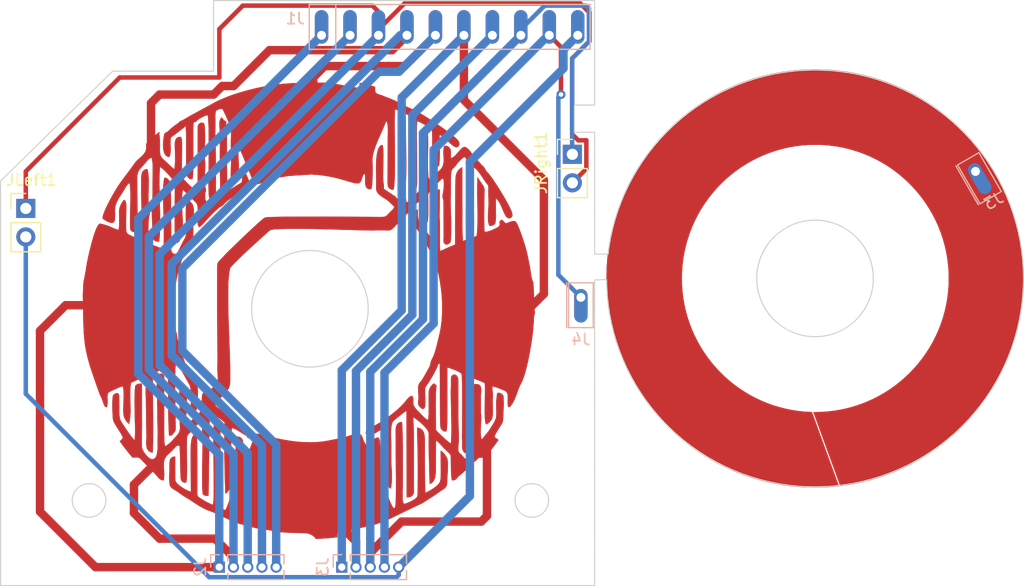
<source format=kicad_pcb>
(kicad_pcb (version 20211014) (generator pcbnew)
  (layers (0 "F.Cu" signal) (31 "B.Cu" signal) (34 "B.Paste" user) (35 "F.Paste" user) (36 "B.SilkS" user "B.Silkscreen") (37 "F.SilkS" user "F.Silkscreen") (38 "B.Mask" user) (39 "F.Mask" user) (44 "Edge.Cuts" user))
  (net 0 "")
  (net 1 "Net-(J1-Pad1)")
  (net 2 "Net-(J1-Pad2)")
  (net 3 "Net-(J1-Pad3)")
  (net 4 "Net-(J1-Pad4)")
  (net 5 "Net-(J1-Pad5)")
  (net 6 "Net-(J1-Pad6)")
  (net 7 "Net-(J1-Pad7)")
  (net 8 "Net-(J1-Pad8)")
  (net 9 "Net-(J1-Pad9)")
  (net 10 "Net-(J1-Pad10)")
  (footprint "Connector_PinHeader_2.54mm:PinHeader_1x02_P2.54mm_Vertical" (layer "F.Cu") (at 159.512 53.594)
    (fp_text reference "JRight1")
    (fp_text value "Conn_01x02_Female" hide)
  )
  (footprint "Connector_PinHeader_2.54mm:PinHeader_1x02_P2.54mm_Vertical" (layer "F.Cu") (at 110.744 58.42)
    (fp_text reference "JLeft1")
    (fp_text value "Conn_01x02_Female" hide)
  )
  (footprint "CheshBits:SIP-1" (layer "B.Cu") (at 195.83192 55.726329 -150)
    (fp_text reference "J3")
    (fp_text value "Signal")
  )
  (footprint "CheshBits:SIP-10L" (layer "B.Cu") (at 148.564 42.224)
    (fp_text reference "J1")
    (fp_text value "Conn_01x10_Female")
  )
  (footprint "Connector_PinHeader_1.27mm:PinHeader_1x05_P1.27mm_Vertical" (layer "B.Cu") (at 128.006 90.424 -90)
    (fp_text reference "J2")
    (fp_text value "Conn_01x05_Female" hide)
  )
  (footprint "Connector_PinHeader_1.27mm:PinHeader_1x05_P1.27mm_Vertical" (layer "B.Cu") (at 138.938 90.424 -90)
    (fp_text reference "J3")
    (fp_text value "Conn_01x05_Female" hide)
  )
  (footprint "CheshBits:SIP-1" (layer "B.Cu") (at 160.274 67.056 180)
    (fp_text reference "J4")
    (fp_text value "Conn_01x01_Female" hide)
  )
  (gr_poly (pts (xy 181.163921 46.014071) (xy 182.12143 46.038341) (xy 183.066371 46.110368) (xy 183.997573 46.228981) (xy 184.913869 46.393008) (xy 185.814088 46.601277) (xy 186.697062 46.852617) (xy 187.561622 47.145855) (xy 188.406597 47.479819) (xy 189.23082 47.853337) (xy 190.03312 48.265239) (xy 190.81233 48.714351) (xy 191.567278 49.199502) (xy 192.296798 49.71952) (xy 192.999718 50.273233) (xy 193.67487 50.859469) (xy 194.321085 51.477056) (xy 194.937194 52.124823) (xy 195.522027 52.801597) (xy 196.074415 53.506207) (xy 196.59319 54.237481) (xy 197.077181 54.994247) (xy 197.52522 55.775332) (xy 197.936138 56.579565) (xy 198.308765 57.405775) (xy 198.641932 58.252789) (xy 198.934471 59.119435) (xy 199.185211 60.004542) (xy 199.392984 60.906937) (xy 199.55662 61.825449) (xy 199.674951 62.758906) (xy 199.746807 63.706136) (xy 199.771018 64.665967) (xy 199.750258 65.554876) (xy 199.688595 66.433058) (xy 199.586958 67.299584) (xy 199.446273 68.153523) (xy 199.267469 68.993948) (xy 199.051473 69.819928) (xy 198.799212 70.630534) (xy 198.511615 71.424837) (xy 198.189608 72.201908) (xy 197.83412 72.960818) (xy 197.446078 73.700637) (xy 197.026409 74.420436) (xy 196.576041 75.119286) (xy 196.095902 75.796258) (xy 195.586919 76.450423) (xy 195.05002 77.08085) (xy 194.486133 77.686611) (xy 193.896184 78.266777) (xy 193.281103 78.820419) (xy 192.641815 79.346606) (xy 191.979249 79.844411) (xy 191.294333 80.312903) (xy 190.587994 80.751154) (xy 189.861159 81.158234) (xy 189.114756 81.533214) (xy 188.349713 81.875165) (xy 187.566957 82.183158) (xy 186.767416 82.456263) (xy 185.952018 82.69355) (xy 185.12169 82.894092) (xy 184.277359 83.056958) (xy 183.419954 83.18122) (xy 181.022941 76.595692) (xy 181.105587 76.597048) (xy 181.147028 76.597624) (xy 181.188503 76.597861) (xy 181.801648 76.582333) (xy 182.406746 76.53625) (xy 183.003048 76.460362) (xy 183.589804 76.355418) (xy 184.166267 76.222169) (xy 184.731687 76.061363) (xy 185.285316 75.873752) (xy 185.826404 75.660084) (xy 186.354204 75.421111) (xy 186.867967 75.15758) (xy 187.366943 74.870244) (xy 187.850383 74.559851) (xy 188.317541 74.227151) (xy 188.767665 73.872894) (xy 189.200009 73.49783) (xy 189.613822 73.102709) (xy 190.008356 72.68828) (xy 190.382864 72.255294) (xy 190.736594 71.804501) (xy 191.0688 71.336649) (xy 191.378733 70.85249) (xy 191.665642 70.352773) (xy 191.928781 69.838248) (xy 192.167399 69.309665) (xy 192.380749 68.767773) (xy 192.568082 68.213322) (xy 192.728648 67.647063) (xy 192.8617 67.069745) (xy 192.966488 66.482119) (xy 193.042263 65.884933) (xy 193.088278 65.278938) (xy 193.103782 64.664883) (xy 193.088278 64.050797) (xy 193.042263 63.444774) (xy 192.966488 62.847565) (xy 192.8617 62.259917) (xy 192.728648 61.682583) (xy 192.568082 61.11631) (xy 192.380749 60.561849) (xy 192.167399 60.01995) (xy 191.928781 59.491361) (xy 191.665642 58.976834) (xy 191.378733 58.477116) (xy 191.0688 57.992959) (xy 190.736594 57.525111) (xy 190.382864 57.074323) (xy 190.008356 56.641344) (xy 189.613822 56.226923) (xy 189.200009 55.831811) (xy 188.767665 55.456757) (xy 188.317541 55.102511) (xy 187.850383 54.769822) (xy 187.366943 54.45944) (xy 186.867967 54.172114) (xy 186.354204 53.908595) (xy 185.826404 53.669633) (xy 185.285316 53.455975) (xy 184.731687 53.268374) (xy 184.166267 53.107577) (xy 183.589804 52.974335) (xy 183.003048 52.869397) (xy 182.406746 52.793513) (xy 181.801648 52.747433) (xy 181.188503 52.731907) (xy 180.575357 52.747435) (xy 179.970259 52.793517) (xy 179.373957 52.869406) (xy 178.7872 52.97435) (xy 178.210737 53.107599) (xy 177.645317 53.268405) (xy 177.091688 53.456016) (xy 176.5506 53.669683) (xy 176.0228 53.908657) (xy 175.509037 54.172187) (xy 175.010061 54.459524) (xy 174.52662 54.769917) (xy 174.059463 55.102617) (xy 173.609338 55.456874) (xy 173.176995 55.831938) (xy 172.763181 56.227059) (xy 172.368647 56.641487) (xy 171.994139 57.074473) (xy 171.640408 57.525267) (xy 171.308203 57.993118) (xy 170.99827 58.477277) (xy 170.71136 58.976994) (xy 170.448222 59.491519) (xy 170.209603 60.020102) (xy 169.996253 60.561994) (xy 169.808921 61.116444) (xy 169.648354 61.682703) (xy 169.515303 62.260021) (xy 169.410515 62.847648) (xy 169.334739 63.444834) (xy 169.288725 64.050829) (xy 169.27322 64.664883) (xy 169.288247 65.269464) (xy 169.332849 65.866242) (xy 169.406314 66.454503) (xy 169.507927 67.033532) (xy 169.636974 67.602613) (xy 169.792741 68.16103) (xy 169.974513 68.70807) (xy 170.181577 69.243016) (xy 170.413217 69.765153) (xy 170.668721 70.273767) (xy 170.947373 70.768142) (xy 171.24846 71.247563) (xy 171.571267 71.711315) (xy 171.91508 72.158682) (xy 172.279186 72.58895) (xy 172.662869 73.001403) (xy 173.065416 73.395326) (xy 173.486112 73.770003) (xy 173.924243 74.124721) (xy 174.379096 74.458763) (xy 174.849955 74.771414) (xy 175.336107 75.061959) (xy 175.836837 75.329683) (xy 176.351432 75.573871) (xy 176.879177 75.793807) (xy 177.419357 75.988777) (xy 177.97126 76.158065) (xy 178.53417 76.300956) (xy 179.107373 76.416735) (xy 179.690155 76.504686) (xy 180.281803 76.564095) (xy 180.881601 76.594246) (xy 183.284755 83.197131) (xy 183.023165 83.225078) (xy 182.760562 83.249505) (xy 182.496951 83.270348) (xy 182.232336 83.287545) (xy 181.966721 83.30103) (xy 181.700111 83.310742) (xy 181.432509 83.316615) (xy 181.163921 83.318587) (xy 180.206412 83.294317) (xy 179.261471 83.22229) (xy 178.330269 83.103677) (xy 177.413973 82.93965) (xy 176.513754 82.73138) (xy 175.63078 82.480041) (xy 174.766221 82.186803) (xy 173.921245 81.852839) (xy 173.097022 81.47932) (xy 172.294722 81.067419) (xy 171.515513 80.618307) (xy 170.760564 80.133156) (xy 170.031045 79.613138) (xy 169.328124 79.059425) (xy 168.652972 78.473189) (xy 168.006757 77.855602) (xy 167.390648 77.207835) (xy 166.805815 76.53106) (xy 166.253427 75.82645) (xy 165.734652 75.095177) (xy 165.250661 74.338411) (xy 164.802621 73.557326) (xy 164.391704 72.753092) (xy 164.019076 71.926883) (xy 163.685909 71.079869) (xy 163.393371 70.213223) (xy 163.14263 69.328116) (xy 162.934858 68.425721) (xy 162.771221 67.507209) (xy 162.65289 66.573752) (xy 162.581035 65.626522) (xy 162.556823 64.666691) (xy 162.581035 63.70686) (xy 162.65289 62.759631) (xy 162.771221 61.826174) (xy 162.934858 60.907661) (xy 163.14263 60.005266) (xy 163.393371 59.120159) (xy 163.685909 58.253513) (xy 164.019076 57.406499) (xy 164.391704 56.580289) (xy 164.802621 55.776055) (xy 165.250661 54.99497) (xy 165.734652 54.238204) (xy 166.253427 53.506931) (xy 166.805815 52.802321) (xy 167.390648 52.125546) (xy 168.006757 51.477779) (xy 168.652972 50.860192) (xy 169.328124 50.273956) (xy 170.031045 49.720243) (xy 170.760564 49.200225) (xy 171.515513 48.715074) (xy 172.294722 48.265962) (xy 173.097022 47.85406) (xy 173.921245 47.480542) (xy 174.766221 47.146578) (xy 175.63078 46.85334) (xy 176.513754 46.602) (xy 177.413973 46.393731) (xy 178.330269 46.229704) (xy 179.261471 46.111091) (xy 180.206412 46.039063) (xy 181.163921 46.014794) (xy 181.163921 46.014071)) (layer "F.Cu") (width 0.036148) (fill solid))
  (gr_poly (pts (xy 124.513244 50.638168) (xy 124.49119 50.669887) (xy 124.478953 50.688284) (xy 124.473134 50.697375) (xy 124.471569 50.699685) (xy 124.470332 50.701174) (xy 124.460179 50.708954) (xy 124.454214 50.713864) (xy 124.446027 50.720965) (xy 124.435195 50.730757) (xy 124.421292 50.743743) (xy 124.406111 50.757918) (xy 124.399677 50.763748) (xy 124.39384 50.7689) (xy 124.388467 50.773494) (xy 124.383428 50.777648) (xy 124.378591 50.781484) (xy 124.373826 50.785119) (xy 124.363985 50.792271) (xy 124.352855 50.800062) (xy 124.339387 50.809449) (xy 124.32253 50.821391) (xy 123.784786 51.218482) (xy 123.444566 51.541332) (xy 123.429187 51.553041) (xy 123.414266 51.563707) (xy 123.385733 51.582238) (xy 123.35884 51.597587) (xy 123.333464 51.610421) (xy 123.244615 51.649883) (xy 123.224941 51.660103) (xy 123.206031 51.671794) (xy 123.196824 51.678398) (xy 123.187762 51.685619) (xy 123.178827 51.693541) (xy 123.170006 51.702245) (xy 123.161282 51.711815) (xy 123.152639 51.722334) (xy 123.144063 51.733885) (xy 123.135537 51.746552) (xy 123.127045 51.760417) (xy 123.118573 51.775563) (xy 123.110104 51.792073) (xy 123.101622 51.810031) (xy 123.08487 51.893377) (xy 123.048575 52.112697) (xy 123.029283 52.259668) (xy 123.012527 52.424216) (xy 123.00078 52.600869) (xy 122.996517 52.784156) (xy 123.002211 52.968604) (xy 123.020337 53.148741) (xy 123.034834 53.235483) (xy 123.053368 53.319096) (xy 123.076245 53.398894) (xy 123.103777 53.474195) (xy 123.136272 53.544315) (xy 123.17404 53.608568) (xy 123.217389 53.666272) (xy 123.266629 53.716743) (xy 123.32207 53.759295) (xy 123.384019 53.793246) (xy 123.452788 53.817911) (xy 123.528684 53.832607) (xy 123.550428 53.802475) (xy 123.569831 53.769688) (xy 123.587017 53.734357) (xy 123.602109 53.696595) (xy 123.615229 53.656515) (xy 123.626503 53.614227) (xy 123.644001 53.523481) (xy 123.65559 53.425253) (xy 123.662259 53.320442) (xy 123.664993 53.209945) (xy 123.66478 53.094659) (xy 123.654207 52.603579) (xy 123.65407 52.477812) (xy 123.656909 52.352641) (xy 123.663712 52.228963) (xy 123.675466 52.107677) (xy 124.90659 51.170802) (xy 124.918082 51.156474) (xy 124.927861 51.143639) (xy 124.936044 51.132215) (xy 124.942746 51.12212) (xy 124.948084 51.113273) (xy 124.952176 51.105592) (xy 124.955136 51.098995) (xy 124.957083 51.0934) (xy 124.958132 51.088727) (xy 124.958401 51.084893) (xy 124.958005 51.081816) (xy 124.957061 51.079415) (xy 124.955686 51.077608) (xy 124.953996 51.076314) (xy 124.950139 51.074936) (xy 124.946421 51.074627) (xy 124.943775 51.074735) (xy 124.943134 51.074605) (xy 124.945429 51.073584) (xy 124.962561 51.066254) (xy 125.002628 51.047519) (xy 125.018499 51.111227) (xy 125.031641 51.238767) (xy 125.050572 51.651735) (xy 125.061091 52.219197) (xy 125.064865 52.873934) (xy 125.058852 54.176333) (xy 125.045879 55.021152) (xy 125.045488 55.086335) (xy 125.047788 55.148337) (xy 125.052624 55.207211) (xy 125.059842 55.263011) (xy 125.069288 55.315789) (xy 125.080806 55.3656) (xy 125.094242 55.412497) (xy 125.109441 55.456532) (xy 125.126249 55.49776) (xy 125.144512 55.536234) (xy 125.164074 55.572007) (xy 125.184781 55.605132) (xy 125.206479 55.635664) (xy 125.229013 55.663654) (xy 125.252228 55.689158) (xy 125.27597 55.712227) (xy 125.300084 55.732916) (xy 125.324415 55.751277) (xy 125.34881 55.767365) (xy 125.373113 55.781233) (xy 125.397169 55.792933) (xy 125.420825 55.80252) (xy 125.466316 55.815565) (xy 125.487842 55.819131) (xy 125.508349 55.820797) (xy 125.527682 55.820615) (xy 125.545687 55.818641) (xy 125.562209 55.814926) (xy 125.577094 55.809525) (xy 125.590186 55.80249) (xy 125.601332 55.793876) (xy 125.631181 55.689193) (xy 125.653999 55.51166) (xy 125.682002 54.976325) (xy 125.692253 54.264431) (xy 125.691665 53.452541) (xy 125.68562 51.835018) (xy 125.693988 51.182509) (xy 125.704043 50.928814) (xy 125.719165 50.736251) (xy 125.766187 50.7223) (xy 125.802821 50.713403) (xy 125.830461 50.708612) (xy 125.850499 50.706978) (xy 125.864329 50.707553) (xy 125.873345 50.709389) (xy 125.882506 50.71305) (xy 125.885438 50.712978) (xy 125.889129 50.710373) (xy 125.90436 50.693772) (xy 125.939347 50.65566) (xy 125.967732 50.626167) (xy 126.005235 50.588451) (xy 126.034516 50.561955) (xy 126.073318 50.53081) (xy 126.120488 50.495879) (xy 126.174876 50.458027) (xy 126.235331 50.41812) (xy 126.3007 50.377023) (xy 126.369833 50.335601) (xy 126.441577 50.294718) (xy 126.514783 50.25524) (xy 126.588297 50.218032) (xy 126.66097 50.18396) (xy 126.731649 50.153887) (xy 126.799183 50.128679) (xy 126.862422 50.109201) (xy 126.920212 50.096318) (xy 126.946705 50.092621) (xy 126.971403 50.090896) (xy 126.994614 50.172571) (xy 127.01402 50.30731) (xy 127.04274 50.707948) (xy 127.060206 51.236751) (xy 127.069059 51.837658) (xy 127.071187 53.841117) (xy 127.045603 55.822741) (xy 127.047458 56.39992) (xy 127.062328 56.916102) (xy 127.076161 57.136678) (xy 127.095069 57.324434) (xy 127.119659 57.473514) (xy 127.150538 57.578061) (xy 127.213497 57.582375) (xy 127.271596 57.58094) (xy 127.325027 57.574033) (xy 127.373978 57.561931) (xy 127.418639 57.544909) (xy 127.459199 57.523244) (xy 127.495849 57.497211) (xy 127.528778 57.467088) (xy 127.558175 57.433149) (xy 127.58423 57.395672) (xy 127.607133 57.354933) (xy 127.627074 57.311207) (xy 127.644241 57.264771) (xy 127.658826 57.215902) (xy 127.671016 57.164874) (xy 127.681003 57.111965) (xy 127.688975 57.057451) (xy 127.695122 57.001608) (xy 127.702701 56.887038) (xy 127.705256 56.770466) (xy 127.704304 56.654101) (xy 127.69795 56.43083) (xy 127.695581 56.328343) (xy 127.695774 56.234901) (xy 127.703664 55.745846) (xy 127.705576 55.274586) (xy 127.697307 54.367237) (xy 127.682652 53.476427) (xy 127.673297 52.565726) (xy 127.670958 52.359272) (xy 127.66614 52.169029) (xy 127.654609 51.835739) (xy 127.650665 51.691975) (xy 127.649783 51.562985) (xy 127.653346 51.44841) (xy 127.657228 51.396417) (xy 127.66274 51.347892) (xy 127.66274 50.361297) (xy 127.658096 50.281428) (xy 127.656306 50.20043) (xy 127.65719 50.118674) (xy 127.660568 50.036531) (xy 127.666261 49.954372) (xy 127.674089 49.872568) (xy 127.683873 49.791492) (xy 127.695433 49.711513) (xy 127.755357 49.676552) (xy 127.817237 49.642353) (xy 127.849201 49.625987) (xy 127.882005 49.610348) (xy 127.915765 49.595617) (xy 127.950598 49.581972) (xy 127.986619 49.569592) (xy 128.023947 49.558656) (xy 128.062697 49.549344) (xy 128.102987 49.541834) (xy 128.144934 49.536305) (xy 128.188653 49.532938) (xy 128.234262 49.53191) (xy 128.281877 49.533401) (xy 128.306123 49.568343) (xy 128.33627 49.619393) (xy 128.410838 49.76133) (xy 128.498711 49.942235) (xy 128.593022 50.145129) (xy 128.773481 50.548978) (xy 128.89727 50.837058) (xy 128.933258 50.931103) (xy 128.963949 51.027116) (xy 128.989715 51.125021) (xy 129.010926 51.224741) (xy 129.027952 51.326201) (xy 129.041165 51.429325) (xy 129.050934 51.534038) (xy 129.057631 51.640264) (xy 129.061625 51.747926) (xy 129.063289 51.856949) (xy 129.061105 52.078775) (xy 129.045072 52.535423) (xy 129.068912 54.362514) (xy 129.039113 55.282746) (xy 129.039477 55.405521) (xy 129.043077 55.525305) (xy 129.050613 55.640687) (xy 129.062782 55.750252) (xy 129.080283 55.852588) (xy 129.103814 55.946282) (xy 129.134074 56.029919) (xy 129.151945 56.067524) (xy 129.171761 56.102086) (xy 129.246668 56.101288) (xy 129.315185 56.092745) (xy 129.377577 56.076716) (xy 129.434108 56.05346) (xy 129.485044 56.023235) (xy 129.530649 55.986301) (xy 129.571189 55.942916) (xy 129.606927 55.89334) (xy 129.638129 55.83783) (xy 129.66506 55.776646) (xy 129.687984 55.710047) (xy 129.707167 55.638292) (xy 129.722872 55.561639) (xy 129.735366 55.480347) (xy 129.744913 55.394675) (xy 129.751777 55.304882) (xy 129.758517 55.113969) (xy 129.757707 54.909678) (xy 129.751463 54.694079) (xy 129.741906 54.469244) (xy 129.721324 54.000147) (xy 129.714537 53.760028) (xy 129.712911 53.518954) (xy 129.714656 53.401078) (xy 129.716656 53.295207) (xy 129.823593 53.053413) (xy 129.982198 53.441041) (xy 130.151467 53.848785) (xy 130.325206 54.261126) (xy 130.49722 54.662547) (xy 130.576393 54.854395) (xy 130.658327 55.064486) (xy 130.83182 55.507515) (xy 130.924051 55.724514) (xy 130.971684 55.828398) (xy 131.020384 55.927876) (xy 131.070194 56.021953) (xy 131.121156 56.109631) (xy 131.17331 56.189916) (xy 131.2267 56.26181) (xy 131.254342 56.263754) (xy 131.283497 56.263903) (xy 131.345932 56.259192) (xy 131.413176 56.248433) (xy 131.484403 56.232378) (xy 131.558785 56.211784) (xy 131.635494 56.187405) (xy 131.713702 56.159996) (xy 131.792583 56.130312) (xy 132.348503 55.901498) (xy 132.457939 55.863726) (xy 132.569155 55.828911) (xy 132.681984 55.796802) (xy 132.79626 55.767148) (xy 133.028482 55.714196) (xy 133.264482 55.668045) (xy 133.502926 55.626684) (xy 133.742474 55.588099) (xy 134.21954 55.511218) (xy 136.21386 55.386234) (xy 136.617076 55.409641) (xy 136.995858 55.444283) (xy 137.351186 55.488512) (xy 137.68404 55.540678) (xy 137.995402 55.599133) (xy 138.286251 55.662231) (xy 138.810331 55.795756) (xy 139.655467 56.045981) (xy 139.992209 56.136308) (xy 140.142554 56.167007) (xy 140.282189 56.185865) (xy 140.330658 56.188268) (xy 140.375135 56.186376) (xy 140.415848 56.180426) (xy 140.453025 56.170655) (xy 140.486896 56.157299) (xy 140.517687 56.140595) (xy 140.545628 56.12078) (xy 140.570946 56.098091) (xy 140.59387 56.072765) (xy 140.614629 56.045037) (xy 140.63345 56.015146) (xy 140.650562 55.983328) (xy 140.666193 55.949819) (xy 140.680571 55.914856) (xy 140.706483 55.841518) (xy 140.753322 55.687815) (xy 140.777901 55.611239) (xy 140.805688 55.537373) (xy 140.821355 55.502047) (xy 140.838509 55.46811) (xy 140.857379 55.435796) (xy 140.878192 55.405344) (xy 140.901177 55.37699) (xy 140.926562 55.350971) (xy 140.954575 55.327523) (xy 140.985445 55.306884) (xy 140.999219 55.354651) (xy 141.0101 55.40492) (xy 141.024453 55.511853) (xy 141.031037 55.625453) (xy 141.032384 55.74349) (xy 141.029499 55.983954) (xy 141.030333 56.101922) (xy 141.036061 56.215407) (xy 141.049216 56.322179) (xy 141.05937 56.372352) (xy 141.072331 56.420009) (xy 141.088415 56.464874) (xy 141.107939 56.506666) (xy 141.131219 56.545108) (xy 141.158572 56.579921) (xy 141.190314 56.610826) (xy 141.226763 56.637543) (xy 141.268234 56.659795) (xy 141.315045 56.677303) (xy 141.367511 56.689788) (xy 141.42595 56.696971) (xy 141.490678 56.698573) (xy 141.562012 56.694316) (xy 141.588559 56.610277) (xy 141.611393 56.49935) (xy 141.630744 56.365089) (xy 141.646844 56.211049) (xy 141.670212 55.857847) (xy 141.683338 55.46818) (xy 141.688067 55.070484) (xy 141.686243 54.693193) (xy 141.67971 54.364744) (xy 141.670311 54.11357) (xy 141.669029 54.027453) (xy 141.673404 53.936671) (xy 141.697895 53.742366) (xy 141.741315 53.533159) (xy 141.801198 53.31155) (xy 141.875075 53.080042) (xy 141.960478 52.841136) (xy 142.155992 52.351139) (xy 142.576748 51.392452) (xy 142.762504 50.963791) (xy 142.840589 50.770887) (xy 142.905522 50.595603) (xy 142.92558 50.622146) (xy 142.943973 50.653302) (xy 142.960765 50.688771) (xy 142.97602 50.728256) (xy 143.002181 50.81808) (xy 143.022972 50.920385) (xy 143.03891 51.032785) (xy 143.050512 51.152894) (xy 143.058295 51.278323) (xy 143.062775 51.406686) (xy 143.063895 51.662665) (xy 143.058007 51.901734) (xy 143.041747 52.252761) (xy 143.023695 55.590568) (xy 143.024484 55.79522) (xy 143.022408 56.000436) (xy 143.0236 56.100467) (xy 143.028042 56.197294) (xy 143.037055 56.289802) (xy 143.051962 56.376875) (xy 143.062039 56.418026) (xy 143.074085 56.4574) (xy 143.088265 56.494858) (xy 143.104745 56.53026) (xy 143.12369 56.563468) (xy 143.145265 56.594342) (xy 143.169635 56.622742) (xy 143.196966 56.648529) (xy 143.227423 56.671564) (xy 143.261171 56.691707) (xy 143.298375 56.70882) (xy 143.339201 56.722762) (xy 143.383814 56.733394) (xy 143.432379 56.740577) (xy 143.485062 56.744172) (xy 143.542027 56.744039) (xy 143.586529 56.575956) (xy 143.620257 56.310659) (xy 143.644499 55.960996) (xy 143.660541 55.539816) (xy 143.673177 54.534291) (xy 143.668459 53.396866) (xy 143.648153 51.137445) (xy 143.653158 50.221013) (xy 143.681996 49.583808) (xy 143.735348 49.593118) (xy 143.788354 49.604698) (xy 143.840974 49.618351) (xy 143.893164 49.633881) (xy 143.944884 49.651091) (xy 143.996091 49.669784) (xy 144.046743 49.689765) (xy 144.096798 49.710836) (xy 144.194951 49.755464) (xy 144.290215 49.802094) (xy 144.470732 49.895076) (xy 144.533769 49.926342) (xy 144.593095 49.953685) (xy 144.700429 50.000931) (xy 144.748342 50.022999) (xy 144.792357 50.045472) (xy 144.832427 50.069433) (xy 144.850968 50.082309) (xy 144.868506 50.095963) (xy 144.885033 50.11053) (xy 144.900545 50.126145) (xy 144.915036 50.142944) (xy 144.928499 50.161061) (xy 144.940929 50.180632) (xy 144.95232 50.201793) (xy 144.962666 50.224678) (xy 144.971962 50.249422) (xy 144.9802 50.276162) (xy 144.987377 50.305031) (xy 144.993485 50.336167) (xy 144.998519 50.369703) (xy 145.002473 50.405774) (xy 145.005341 50.444518) (xy 145.007117 50.486067) (xy 145.007796 50.530559) (xy 144.995152 54.017277) (xy 145.009855 55.9772) (xy 145.032142 56.648324) (xy 145.04823 56.861305) (xy 145.068076 56.97528) (xy 145.127988 56.98179) (xy 145.183693 56.982439) (xy 145.235343 56.977545) (xy 145.283091 56.967424) (xy 145.32709 56.952394) (xy 145.367492 56.932772) (xy 145.404449 56.908875) (xy 145.438115 56.881019) (xy 145.468643 56.849524) (xy 145.496184 56.814704) (xy 145.520891 56.776878) (xy 145.542917 56.736363) (xy 145.562416 56.693476) (xy 145.579538 56.648534) (xy 145.594438 56.601854) (xy 145.607268 56.553754) (xy 145.627326 56.454559) (xy 145.640935 56.353488) (xy 145.649316 56.253078) (xy 145.65369 56.155865) (xy 145.655541 55.849735) (xy 145.640557 52.449603) (xy 145.633043 52.039678) (xy 145.629999 51.507791) (xy 145.632348 51.239493) (xy 145.638448 50.992762) (xy 145.649179 50.78495) (xy 145.656555 50.701062) (xy 145.665417 50.633411) (xy 145.718144 50.644601) (xy 145.781367 50.665274) (xy 145.853641 50.694283) (xy 145.933522 50.730478) (xy 146.019565 50.772712) (xy 146.110325 50.819835) (xy 146.300219 50.924159) (xy 146.959544 51.307376) (xy 146.98711 51.476096) (xy 147.00594 51.674508) (xy 147.017357 51.897873) (xy 147.02268 52.14145) (xy 147.020336 52.670274) (xy 147.009478 53.223057) (xy 147.000681 53.761871) (xy 147.004514 54.248791) (xy 147.014471 54.460939) (xy 147.031551 54.645892) (xy 147.057075 54.798909) (xy 147.092364 54.915248) (xy 147.111927 54.916057) (xy 147.131703 54.91552) (xy 147.151648 54.913691) (xy 147.171722 54.910626) (xy 147.191882 54.906379) (xy 147.212087 54.901004) (xy 147.232295 54.894557) (xy 147.252464 54.887092) (xy 147.292521 54.869326) (xy 147.331922 54.848145) (xy 147.370334 54.823985) (xy 147.407424 54.797285) (xy 147.442858 54.768481) (xy 147.476302 54.738012) (xy 147.507422 54.706315) (xy 147.535884 54.673827) (xy 147.561355 54.640986) (xy 147.583502 54.60823) (xy 147.601989 54.575995) (xy 147.616484 54.544719) (xy 147.632215 54.480299) (xy 147.64486 54.376741) (xy 147.662013 54.073973) (xy 147.670195 53.679941) (xy 147.671656 53.238169) (xy 147.65531 51.864185) (xy 147.704962 51.877395) (xy 147.756072 51.897129) (xy 147.808512 51.922856) (xy 147.862157 51.95404) (xy 147.91688 51.99015) (xy 147.972553 52.030651) (xy 148.086246 52.122696) (xy 148.202221 52.22591) (xy 148.319465 52.336026) (xy 148.553707 52.559903) (xy 148.668676 52.665133) (xy 148.78086 52.760203) (xy 148.889245 52.840846) (xy 148.941695 52.874425) (xy 148.992816 52.902797) (xy 149.04248 52.92543) (xy 149.090561 52.941791) (xy 149.136931 52.951345) (xy 149.181465 52.953561) (xy 149.224035 52.947904) (xy 149.264515 52.933842) (xy 149.302778 52.910841) (xy 149.338698 52.878368) (xy 149.36844 52.842547) (xy 149.392028 52.806083) (xy 149.409754 52.769056) (xy 149.421912 52.73155) (xy 149.428794 52.693647) (xy 149.430692 52.655428) (xy 149.427901 52.616977) (xy 149.420713 52.578375) (xy 149.409421 52.539705) (xy 149.394318 52.501048) (xy 149.375696 52.462488) (xy 149.353848 52.424106) (xy 149.329068 52.385985) (xy 149.301648 52.348206) (xy 149.271882 52.310853) (xy 149.240062 52.274007) (xy 149.171431 52.202166) (xy 149.098099 52.133342) (xy 149.02241 52.068193) (xy 148.946706 52.007376) (xy 148.804629 51.901372) (xy 148.690611 51.820594) (xy 148.1607 51.398299) (xy 147.402523 50.874076) (xy 146.978415 50.58995) (xy 146.540358 50.307069) (xy 146.100402 50.037374) (xy 145.883477 49.911202) (xy 145.670595 49.792805) (xy 145.463263 49.683675) (xy 145.262985 49.585304) (xy 145.07127 49.499185) (xy 144.889622 49.42681) (xy 144.800953 49.385549) (xy 144.644946 49.305391) (xy 144.19935 49.072546) (xy 143.94398 48.941935) (xy 143.689708 48.816584) (xy 143.453642 48.707531) (xy 143.347783 48.662566) (xy 143.252892 48.625816) (xy 143.068133 48.557317) (xy 142.89458 48.490318) (xy 142.724795 48.422616) (xy 142.551339 48.352008) (xy 142.501448 48.332602) (xy 142.452255 48.315307) (xy 142.356544 48.285083) (xy 142.265374 48.257405) (xy 142.221858 48.243293) (xy 142.179916 48.228343) (xy 142.139693 48.212064) (xy 142.101337 48.193964) (xy 142.064993 48.173553) (xy 142.030808 48.150339) (xy 142.014571 48.137527) (xy 141.998928 48.12383) (xy 141.983898 48.109186) (xy 141.969499 48.093535) (xy 141.955749 48.076814) (xy 141.942667 48.058963) (xy 141.93027 48.039919) (xy 141.918578 48.019622) (xy 141.917381 48.014182) (xy 141.916216 48.005324) (xy 141.913986 47.977708) (xy 141.911891 47.937473) (xy 141.909936 47.885316) (xy 141.908125 47.821936) (xy 141.906461 47.748033) (xy 141.903593 47.571449) (xy 141.56529 47.473576) (xy 141.224687 47.38129) (xy 140.881786 47.294687) (xy 140.536585 47.213863) (xy 140.530791 47.33143) (xy 140.527133 47.388797) (xy 140.52292 47.445102) (xy 140.518117 47.500258) (xy 140.512687 47.554176) (xy 140.506595 47.60677) (xy 140.499804 47.657951) (xy 140.42808 47.658125) (xy 140.33149 47.651393) (xy 140.077148 47.620431) (xy 139.763644 47.571502) (xy 139.417845 47.511043) (xy 138.736831 47.381284) (xy 138.249043 47.282653) (xy 138.156253 47.26722) (xy 138.039048 47.253568) (xy 137.745163 47.231324) (xy 137.394926 47.215353) (xy 137.015875 47.20509) (xy 136.635547 47.199967) (xy 136.281479 47.199418) (xy 135.981209 47.202876) (xy 135.762274 47.209773) (xy 135.174378 47.233804) (xy 134.659755 47.251321) (xy 134.403371 47.262466) (xy 134.133446 47.277777) (xy 133.83936 47.299188) (xy 133.510493 47.328628) (xy 132.815503 47.413244) (xy 132.078609 47.53533) (xy 131.316619 47.692258) (xy 130.546345 47.881396) (xy 129.784594 48.100115) (xy 129.412169 48.219745) (xy 129.048179 48.345784) (xy 128.694724 48.477904) (xy 128.353907 48.615774) (xy 128.027829 48.759068) (xy 127.71859 48.907455) (xy 125.310151 50.217921) (xy 125.132485 50.326309) (xy 125.020744 50.393532) (xy 124.903097 50.462059) (xy 124.786566 50.526356) (xy 124.730915 50.555189) (xy 124.678178 50.580888) (xy 124.629232 50.602761) (xy 124.584955 50.620118) (xy 124.546225 50.632265) (xy 124.513921 50.638511) (xy 124.513244 50.638168)) (layer "F.Cu") (width 0.034055) (fill solid))
  (gr_poly (pts (xy 128.024757 51.114951) (xy 128.046109 51.419457) (xy 128.06001 51.846524) (xy 128.071031 52.914291) (xy 128.064943 54.826011) (xy 128.067293 55.071063) (xy 128.073978 55.322437) (xy 128.092017 55.833295) (xy 128.099205 56.087351) (xy 128.102394 56.336874) (xy 128.0995 56.579148) (xy 128.088441 56.811462) (xy 128.083171 56.901042) (xy 128.079996 56.981384) (xy 128.076815 57.118007) (xy 128.075251 57.176115) (xy 128.072668 57.228641) (xy 128.068285 57.276496) (xy 128.061325 57.320597) (xy 128.051008 57.361855) (xy 128.044348 57.381705) (xy 128.036556 57.401187) (xy 128.027537 57.420415) (xy 128.017191 57.439504) (xy 128.005422 57.458568) (xy 127.992133 57.477722) (xy 127.960603 57.516753) (xy 127.921824 57.557513) (xy 127.875015 57.600915) (xy 127.819399 57.647872) (xy 127.741987 57.710241) (xy 127.661194 57.773336) (xy 127.578142 57.835042) (xy 127.536119 57.864714) (xy 127.493952 57.893245) (xy 127.451782 57.920371) (xy 127.409747 57.945828) (xy 127.367989 57.969352) (xy 127.326647 57.990677) (xy 127.285862 58.00954) (xy 127.245774 58.025676) (xy 127.206523 58.038822) (xy 127.168249 58.048711) (xy 127.115352 58.025281) (xy 127.090135 58.01269) (xy 127.065746 57.9995) (xy 127.042188 57.9857) (xy 127.019467 57.971277) (xy 126.997587 57.956221) (xy 126.976551 57.94052) (xy 126.956366 57.924162) (xy 126.937034 57.907137) (xy 126.918561 57.889432) (xy 126.90095 57.871036) (xy 126.884207 57.851937) (xy 126.868336 57.832125) (xy 126.853341 57.811587) (xy 126.839226 57.790313) (xy 126.825996 57.76829) (xy 126.813656 57.745507) (xy 126.802209 57.721954) (xy 126.791661 57.697617) (xy 126.782016 57.672486) (xy 126.773277 57.64655) (xy 126.76545 57.619796) (xy 126.75854 57.592214) (xy 126.752549 57.563792) (xy 126.747484 57.534518) (xy 126.743347 57.504382) (xy 126.740145 57.47337) (xy 126.73788 57.441473) (xy 126.736558 57.408678) (xy 126.736183 57.374974) (xy 126.73676 57.34035) (xy 126.739829 57.266588) (xy 126.744266 57.201433) (xy 126.749811 57.144034) (xy 126.756203 57.093541) (xy 126.763182 57.049102) (xy 126.770487 57.009866) (xy 126.785034 56.943599) (xy 126.797761 56.887933) (xy 126.802791 56.861947) (xy 126.806585 56.836058) (xy 126.808883 56.809414) (xy 126.809423 56.781165) (xy 126.807946 56.75046) (xy 126.804191 56.716447) (xy 126.803893 56.714418) (xy 126.803517 56.712297) (xy 126.802568 56.707832) (xy 126.801419 56.703152) (xy 126.800147 56.698355) (xy 126.797534 56.688814) (xy 126.796345 56.684269) (xy 126.795336 56.680007) (xy 126.763544 56.495466) (xy 126.74039 56.311623) (xy 126.724818 56.129141) (xy 126.715778 55.948685) (xy 126.712215 55.770922) (xy 126.713077 55.596516) (xy 126.723861 55.260433) (xy 126.752186 54.65781) (xy 126.754532 54.525522) (xy 126.752877 54.40191) (xy 126.746169 54.287639) (xy 126.733354 54.183376) (xy 126.729091 54.15541) (xy 126.72546 54.127671) (xy 126.719886 54.072652) (xy 126.716203 54.017889) (xy 126.713984 53.96295) (xy 126.712804 53.907405) (xy 126.712234 53.850822) (xy 126.711217 53.732818) (xy 126.736504 52.186857) (xy 126.733148 51.707398) (xy 126.716102 51.286836) (xy 126.700912 51.113655) (xy 126.680459 50.973214) (xy 126.654129 50.871519) (xy 126.638568 50.837077) (xy 126.621309 50.814574) (xy 126.53072 50.787669) (xy 126.51034 50.784436) (xy 126.491168 50.782237) (xy 126.4671 50.780695) (xy 126.438952 50.780591) (xy 126.407544 50.782708) (xy 126.390873 50.784845) (xy 126.373694 50.78783) (xy 126.356108 50.791762) (xy 126.338219 50.796738) (xy 126.320128 50.802857) (xy 126.301938 50.810216) (xy 126.283751 50.818913) (xy 126.265669 50.829046) (xy 126.247795 50.840713) (xy 126.23023 50.854012) (xy 126.213078 50.869039) (xy 126.19644 50.885895) (xy 126.180418 50.904675) (xy 126.165115 50.925478) (xy 126.150634 50.948402) (xy 126.137076 50.973545) (xy 126.124543 51.001004) (xy 126.113139 51.030877) (xy 126.102964 51.063263) (xy 126.094122 51.098258) (xy 126.076414 56.989572) (xy 126.027204 56.959132) (xy 125.962645 56.91118) (xy 125.885124 56.848128) (xy 125.797026 56.772386) (xy 125.59865 56.592478) (xy 125.386609 56.390743) (xy 125.179995 56.18647) (xy 124.997902 55.998948) (xy 124.859422 55.847463) (xy 124.812504 55.791262) (xy 124.783648 55.751304) (xy 124.760772 55.703928) (xy 124.740869 55.642279) (xy 124.70924 55.480138) (xy 124.687275 55.272824) (xy 124.673488 55.028283) (xy 124.664507 54.459295) (xy 124.670412 53.836729) (xy 124.679319 53.22414) (xy 124.679341 52.685084) (xy 124.672307 52.462991) (xy 124.658595 52.283115) (xy 124.63672 52.1534) (xy 124.622257 52.109835) (xy 124.605195 52.08179) (xy 124.600602 52.07934) (xy 124.596916 52.07703) (xy 124.594049 52.074855) (xy 124.591912 52.07281) (xy 124.590418 52.07089) (xy 124.589477 52.06909) (xy 124.589001 52.067404) (xy 124.588902 52.065826) (xy 124.58948 52.062978) (xy 124.590505 52.060503) (xy 124.591268 52.058359) (xy 124.59133 52.057398) (xy 124.591062 52.056504) (xy 124.590375 52.055672) (xy 124.58918 52.054897) (xy 124.587389 52.054173) (xy 124.584914 52.053495) (xy 124.577558 52.052257) (xy 124.566403 52.051141) (xy 124.550742 52.050104) (xy 124.529868 52.049105) (xy 124.469652 52.047054) (xy 124.419195 52.048309) (xy 124.37276 52.054877) (xy 124.330187 52.066458) (xy 124.291319 52.082755) (xy 124.255997 52.103468) (xy 124.224061 52.128299) (xy 124.195353 52.156949) (xy 124.169714 52.18912) (xy 124.146986 52.224512) (xy 124.127009 52.262827) (xy 124.109625 52.303766) (xy 124.094675 52.347031) (xy 124.082001 52.392323) (xy 124.071443 52.439343) (xy 124.062843 52.487793) (xy 124.056042 52.537373) (xy 124.047202 52.638732) (xy 124.043653 52.741029) (xy 124.044124 52.841875) (xy 124.047347 52.938881) (xy 124.056964 53.111814) (xy 124.062342 53.24071) (xy 124.06794 53.641946) (xy 124.071346 53.86519) (xy 124.071622 54.09436) (xy 124.06612 54.322589) (xy 124.060374 54.434203) (xy 124.052189 54.543007) (xy 124.041235 54.648141) (xy 124.027179 54.748747) (xy 124.009692 54.843967) (xy 123.988441 54.932941) (xy 123.977319 54.924855) (xy 123.958916 54.909885) (xy 123.904216 54.862915) (xy 123.7509 54.726223) (xy 123.59171 54.580847) (xy 123.529666 54.523021) (xy 123.489861 54.484767) (xy 123.349465 54.347891) (xy 123.22628 54.232911) (xy 123.027269 54.05102) (xy 122.949307 53.975299) (xy 122.915244 53.939318) (xy 122.884282 53.903857) (xy 122.856288 53.868363) (xy 122.831128 53.832287) (xy 122.808668 53.795079) (xy 122.788776 53.756187) (xy 122.771317 53.715061) (xy 122.756157 53.67115) (xy 122.743165 53.623905) (xy 122.732205 53.572774) (xy 122.723145 53.517207) (xy 122.71585 53.456653) (xy 122.710188 53.390562) (xy 122.706025 53.318383) (xy 122.701661 53.153559) (xy 122.701692 52.957777) (xy 122.71066 52.455722) (xy 122.692935 52.193786) (xy 122.674603 51.966299) (xy 122.642888 51.59922) (xy 122.495082 51.725698) (xy 122.348469 51.853542) (xy 122.203061 51.982742) (xy 122.058871 52.113291) (xy 121.915909 52.245182) (xy 121.774189 52.378405) (xy 121.633722 52.512953) (xy 121.49452 52.648818) (xy 121.48839 52.81705) (xy 121.49626 52.888855) (xy 121.499208 52.957755) (xy 121.497471 53.023894) (xy 121.491282 53.087417) (xy 121.480879 53.148467) (xy 121.466495 53.20719) (xy 121.448366 53.263729) (xy 121.426728 53.318229) (xy 121.401815 53.370834) (xy 121.373862 53.421687) (xy 121.343105 53.470934) (xy 121.30978 53.518719) (xy 121.274121 53.565185) (xy 121.236363 53.610477) (xy 121.155493 53.698116) (xy 121.069052 53.78279) (xy 120.978921 53.865653) (xy 120.795117 54.030559) (xy 120.705207 54.114911) (xy 120.619135 54.202067) (xy 120.538782 54.293181) (xy 120.501338 54.340583) (xy 120.46603 54.389407) (xy 120.273022 54.662315) (xy 120.070081 54.937929) (xy 119.648813 55.49673) (xy 119.437695 55.779647) (xy 119.231058 56.064727) (xy 119.032507 56.351835) (xy 118.93739 56.496106) (xy 118.845645 56.640834) (xy 118.689535 56.898431) (xy 118.502292 57.220688) (xy 118.299428 57.586191) (xy 118.096456 57.973524) (xy 117.90889 58.361272) (xy 117.825731 58.548609) (xy 117.752241 58.72802) (xy 117.690358 58.896826) (xy 117.642022 59.052352) (xy 117.609173 59.19192) (xy 117.593747 59.312854) (xy 117.656264 59.359349) (xy 117.72895 59.41037) (xy 117.809617 59.463483) (xy 117.852261 59.490062) (xy 117.89608 59.516252) (xy 117.9408 59.541747) (xy 117.98615 59.566244) (xy 118.031854 59.589437) (xy 118.07764 59.611023) (xy 118.123235 59.630698) (xy 118.168365 59.648156) (xy 118.212757 59.663095) (xy 118.256136 59.675208) (xy 118.305045 59.686102) (xy 118.350332 59.693708) (xy 118.392134 59.698053) (xy 118.430587 59.699166) (xy 118.465826 59.697075) (xy 118.497989 59.691809) (xy 118.52721 59.683395) (xy 118.553626 59.671861) (xy 118.577373 59.657235) (xy 118.598588 59.639547) (xy 118.617405 59.618823) (xy 118.633962 59.595092) (xy 118.648394 59.568382) (xy 118.660838 59.538721) (xy 118.671429 59.506138) (xy 118.680304 59.47066) (xy 118.687598 59.432315) (xy 118.693448 59.391132) (xy 118.697989 59.347139) (xy 118.701358 59.300364) (xy 118.705125 59.19858) (xy 118.705835 59.086004) (xy 118.702441 58.829381) (xy 118.700514 58.685783) (xy 118.699886 58.532294) (xy 118.701313 58.474765) (xy 118.705269 58.417501) (xy 118.720334 58.303799) (xy 118.744217 58.191244) (xy 118.776054 58.07989) (xy 118.814984 57.969791) (xy 118.860142 57.861001) (xy 118.910666 57.753575) (xy 118.965693 57.647567) (xy 119.024359 57.543032) (xy 119.085803 57.440024) (xy 119.213567 57.238807) (xy 119.464443 56.857089) (xy 119.480164 56.831885) (xy 119.494991 56.807176) (xy 119.522561 56.758919) (xy 119.573592 56.664803) (xy 119.599462 56.617659) (xy 119.627177 56.569601) (xy 119.642102 56.545029) (xy 119.65794 56.519987) (xy 119.674842 56.494395) (xy 119.692958 56.468173) (xy 119.762214 56.368369) (xy 119.778397 56.345837) (xy 119.794614 56.324237) (xy 119.811106 56.303551) (xy 119.828118 56.283761) (xy 119.845892 56.26485) (xy 119.864672 56.246798) (xy 119.884699 56.229588) (xy 119.906218 56.213202) (xy 119.929471 56.197623) (xy 119.954701 56.182831) (xy 119.98215 56.16881) (xy 120.012063 56.155542) (xy 120.038649 56.303069) (xy 120.058839 56.475704) (xy 120.073319 56.670234) (xy 120.082772 56.883447) (xy 120.089336 57.353073) (xy 120.084006 57.858884) (xy 120.059571 58.876275) (xy 120.051417 59.336459) (xy 120.053271 59.730039) (xy 120.056634 60.082894) (xy 120.060269 60.154842) (xy 120.067351 60.220425) (xy 120.079047 60.279715) (xy 120.08699 60.307023) (xy 120.096522 60.332784) (xy 120.107791 60.357008) (xy 120.120941 60.379704) (xy 120.136119 60.400879) (xy 120.15347 60.420544) (xy 120.17314 60.438707) (xy 120.195274 60.455377) (xy 120.220018 60.470563) (xy 120.247518 60.484274) (xy 120.277919 60.496519) (xy 120.311367 60.507307) (xy 120.348009 60.516646) (xy 120.387988 60.524546) (xy 120.431452 60.531016) (xy 120.478545 60.536064) (xy 120.529414 60.539699) (xy 120.584204 60.54193) (xy 120.619591 60.404805) (xy 120.648155 60.231391) (xy 120.670542 60.026538) (xy 120.687399 59.795097) (xy 120.707111 59.27185) (xy 120.712467 58.700448) (xy 120.693864 56.709291) (xy 120.691309 56.480114) (xy 120.682232 56.238474) (xy 120.67448 55.991159) (xy 120.673553 55.867494) (xy 120.6759 55.744957) (xy 120.6825 55.624395) (xy 120.694336 55.506658) (xy 120.712388 55.392593) (xy 120.737637 55.283049) (xy 120.771063 55.178875) (xy 120.791149 55.129067) (xy 120.813647 55.08092) (xy 120.83868 55.034539) (xy 120.86637 54.990031) (xy 120.89684 54.947502) (xy 120.930213 54.907058) (xy 121.399845 54.374767) (xy 121.431732 54.338207) (xy 121.463392 54.300467) (xy 121.526693 54.223203) (xy 121.591062 54.146489) (xy 121.62406 54.109437) (xy 121.657819 54.073841) (xy 121.692504 54.040141) (xy 121.728279 54.008777) (xy 121.765309 53.980187) (xy 121.784347 53.96707) (xy 121.803759 53.954811) (xy 121.823568 53.943466) (xy 121.843794 53.933089) (xy 121.864457 53.923735) (xy 121.885578 53.91546) (xy 121.907177 53.908318) (xy 121.929275 53.902364) (xy 121.951892 53.897653) (xy 121.97505 53.894241) (xy 121.998475 53.958428) (xy 122.018116 54.040639) (xy 122.034272 54.13856) (xy 122.047238 54.249878) (xy 122.057311 54.372279) (xy 122.064786 54.503449) (xy 122.073131 54.78284) (xy 122.074644 55.069544) (xy 122.071695 55.345049) (xy 122.061893 55.788425) (xy 122.057663 56.051555) (xy 122.056343 56.315942) (xy 122.057083 56.846238) (xy 122.053416 57.374811) (xy 122.046589 57.637044) (xy 122.034648 57.897157) (xy 122.015972 58.232255) (xy 122.003817 58.492894) (xy 121.997712 58.703431) (xy 121.997186 58.888223) (xy 122.001769 59.071626) (xy 122.01099 59.277997) (xy 122.041459 59.857068) (xy 122.045158 59.994986) (xy 122.04381 60.134181) (xy 122.034084 60.410369) (xy 122.028493 60.673562) (xy 122.032314 60.796514) (xy 122.043247 60.911692) (xy 122.06332 61.017587) (xy 122.077417 61.066582) (xy 122.094559 61.11269) (xy 122.114998 61.155724) (xy 122.138989 61.195494) (xy 122.166785 61.231811) (xy 122.198638 61.264489) (xy 122.234803 61.293336) (xy 122.275532 61.318166) (xy 122.321079 61.33879) (xy 122.371697 61.355018) (xy 122.42764 61.366663) (xy 122.48916 61.373536) (xy 122.556511 61.375448) (xy 122.629947 61.372211) (xy 122.668634 61.076513) (xy 122.696014 60.738607) (xy 122.722675 59.958618) (xy 122.721575 59.077131) (xy 122.704359 58.139037) (xy 122.668164 56.272588) (xy 122.672475 55.434011) (xy 122.685328 55.058025) (xy 122.707254 54.718387) (xy 122.730637 54.726795) (xy 122.756418 54.739032) (xy 122.784425 54.754868) (xy 122.814484 54.77407) (xy 122.880062 54.821657) (xy 122.951765 54.879951) (xy 123.028206 54.947109) (xy 123.107996 55.021287) (xy 123.189747 55.100644) (xy 123.272073 55.183336) (xy 123.432893 55.351354) (xy 123.579354 55.510601) (xy 123.700352 55.646333) (xy 123.784786 55.743808) (xy 123.956987 55.94114) (xy 123.982256 55.972384) (xy 124.001871 56.000216) (xy 124.009785 56.01345) (xy 124.01656 56.026547) (xy 124.022285 56.039748) (xy 124.027051 56.05329) (xy 124.030951 56.067412) (xy 124.034075 56.082355) (xy 124.036514 56.098356) (xy 124.03836 56.115654) (xy 124.040634 56.155099) (xy 124.041626 56.202603) (xy 124.042682 56.329428) (xy 124.044203 56.412574) (xy 124.047357 56.511424) (xy 124.053062 56.990841) (xy 124.046511 57.651325) (xy 124.027818 59.236485) (xy 124.031264 60.021653) (xy 124.053631 60.708876) (xy 124.074346 60.993961) (xy 124.102713 61.228401) (xy 124.139709 61.403479) (xy 124.161746 61.466032) (xy 124.186305 61.510474) (xy 124.214427 61.506268) (xy 124.241707 61.499054) (xy 124.268152 61.488989) (xy 124.293766 61.47623) (xy 124.318556 61.460934) (xy 124.342526 61.443258) (xy 124.365682 61.423359) (xy 124.388029 61.401394) (xy 124.409572 61.37752) (xy 124.430317 61.351894) (xy 124.450269 61.324672) (xy 124.469433 61.296012) (xy 124.487815 61.266071) (xy 124.505419 61.235005) (xy 124.538317 61.170129) (xy 124.568171 61.102638) (xy 124.595021 61.033789) (xy 124.618912 60.964837) (xy 124.639884 60.897038) (xy 124.657981 60.831648) (xy 124.673245 60.769922) (xy 124.685718 60.713115) (xy 124.695444 60.662484) (xy 124.726202 60.444318) (xy 124.744203 60.214808) (xy 124.751437 59.975635) (xy 124.749896 59.728483) (xy 124.728458 59.216968) (xy 124.695826 58.693719) (xy 124.667936 58.172194) (xy 124.660748 57.916284) (xy 124.660722 57.665851) (xy 124.669849 57.422578) (xy 124.690121 57.188146) (xy 124.723531 56.964239) (xy 124.772069 56.752538) (xy 125.973906 57.939723) (xy 126.001247 57.987332) (xy 126.024639 58.039699) (xy 126.044349 58.096473) (xy 126.060644 58.157304) (xy 126.084056 58.289733) (xy 126.097013 58.434181) (xy 126.10165 58.587845) (xy 126.100105 58.747919) (xy 126.087014 59.07608) (xy 126.074833 59.396227) (xy 126.074426 59.546284) (xy 126.080655 59.685924) (xy 126.095659 59.812342) (xy 126.107119 59.869716) (xy 126.121574 59.922733) (xy 126.139291 59.971042) (xy 126.160536 60.014293) (xy 126.185577 60.052136) (xy 126.214682 60.084218) (xy 126.229681 60.079423) (xy 126.245946 60.072223) (xy 126.263384 60.062763) (xy 126.2819 60.051187) (xy 126.321798 60.022268) (xy 126.364895 59.986627) (xy 126.410444 59.945423) (xy 126.457699 59.899814) (xy 126.505916 59.850961) (xy 126.554347 59.800022) (xy 126.648872 59.696527) (xy 126.735307 59.598603) (xy 126.860043 59.456569) (xy 127.145422 59.152355) (xy 127.327449 58.964621) (xy 127.520899 58.771707) (xy 127.714669 58.587541) (xy 127.808203 58.503092) (xy 127.897654 58.426052) (xy 127.981634 58.358163) (xy 128.058754 58.301167) (xy 128.127627 58.256804) (xy 128.158537 58.239904) (xy 128.186864 58.226815) (xy 128.207108 58.218082) (xy 128.226042 58.209098) (xy 128.243803 58.199827) (xy 128.260528 58.190231) (xy 128.276354 58.180274) (xy 128.291417 58.169918) (xy 128.305855 58.159128) (xy 128.319805 58.147864) (xy 128.333402 58.136092) (xy 128.346785 58.123773) (xy 128.373454 58.097348) (xy 128.400906 58.068294) (xy 128.430237 58.036316) (xy 128.46254 58.001116) (xy 128.498912 57.962401) (xy 128.540447 57.919873) (xy 128.588241 57.873236) (xy 128.614826 57.848285) (xy 128.643387 57.822196) (xy 128.67406 57.794932) (xy 128.706982 57.766456) (xy 128.74229 57.736731) (xy 128.780121 57.705721) (xy 128.820611 57.673387) (xy 128.863898 57.639693) (xy 129.18824 57.401244) (xy 129.480029 57.205683) (xy 129.739786 57.04671) (xy 129.968035 56.91802) (xy 130.332099 56.726282) (xy 130.468959 56.650628) (xy 130.576402 56.580048) (xy 130.619256 56.544691) (xy 130.654951 56.508239) (xy 130.683554 56.469904) (xy 130.705129 56.428898) (xy 130.719741 56.384433) (xy 130.727457 56.335722) (xy 130.728341 56.281977) (xy 130.72246 56.222409) (xy 130.709877 56.156232) (xy 130.690659 56.082657) (xy 130.632578 55.910162) (xy 130.54874 55.698622) (xy 130.439667 55.441734) (xy 130.425885 55.408163) (xy 130.413938 55.376181) (xy 130.39341 55.317105) (xy 130.383758 55.290075) (xy 130.373799 55.264758) (xy 130.363 55.241186) (xy 130.350824 55.219391) (xy 130.344053 55.209169) (xy 130.336737 55.199404) (xy 130.328809 55.190098) (xy 130.320202 55.181256) (xy 130.31085 55.172881) (xy 130.300686 55.164978) (xy 130.289642 55.157551) (xy 130.277652 55.150603) (xy 130.264648 55.144139) (xy 130.250565 55.138162) (xy 130.235334 55.132676) (xy 130.21889 55.127686) (xy 130.201164 55.123194) (xy 130.182091 55.119206) (xy 130.161604 55.115725) (xy 130.139634 55.112754) (xy 130.024057 56.065551) (xy 130.012582 56.084809) (xy 129.998033 56.102948) (xy 129.957997 56.138287) (xy 129.900517 56.176395) (xy 129.822163 56.222101) (xy 129.589102 56.355627) (xy 129.427533 56.453103) (xy 129.231361 56.577495) (xy 129.203802 56.595875) (xy 129.176031 56.6152) (xy 129.119812 56.655583) (xy 129.06261 56.696437) (xy 129.033613 56.716351) (xy 129.004335 56.735556) (xy 128.974766 56.753774) (xy 128.944895 56.770731) (xy 128.914709 56.78615) (xy 128.884197 56.799756) (xy 128.853348 56.811273) (xy 128.837794 56.816162) (xy 128.822151 56.820425) (xy 128.806418 56.824028) (xy 128.790593 56.826936) (xy 128.774675 56.829114) (xy 128.758664 56.830529) (xy 128.740623 56.717337) (xy 128.725879 56.540432) (xy 128.705004 56.029809) (xy 128.688763 54.621543) (xy 128.686806 52.178848) (xy 128.68643 52.129429) (xy 128.687215 52.079333) (xy 128.691483 51.9776) (xy 128.705324 51.771371) (xy 128.711759 51.668823) (xy 128.71578 51.567952) (xy 128.716395 51.518449) (xy 128.715818 51.46973) (xy 128.713853 51.421918) (xy 128.710305 51.375133) (xy 128.706513 51.339573) (xy 128.702262 51.307074) (xy 128.692611 51.250393) (xy 128.681801 51.203352) (xy 128.670284 51.164217) (xy 128.658509 51.131249) (xy 128.646927 51.102712) (xy 128.626144 51.051987) (xy 128.617844 51.026326) (xy 128.611539 50.99815) (xy 128.609275 50.982576) (xy 128.607679 50.965722) (xy 128.606807 50.947371) (xy 128.606716 50.927306) (xy 128.609098 50.881166) (xy 128.615278 50.825565) (xy 128.625705 50.758767) (xy 128.640829 50.679034) (xy 128.637884 50.676802) (xy 128.634366 50.674581) (xy 128.630396 50.672382) (xy 128.626095 50.670218) (xy 128.616986 50.666039) (xy 128.608008 50.662136) (xy 128.600132 50.658599) (xy 128.59691 50.656997) (xy 128.594327 50.655522) (xy 128.592505 50.654184) (xy 128.591917 50.65357) (xy 128.591564 50.652995) (xy 128.591462 50.65246) (xy 128.591625 50.651967) (xy 128.59207 50.651517) (xy 128.592811 50.651111) (xy 128.501881 50.600368) (xy 128.483069 50.588888) (xy 128.465955 50.577743) (xy 128.450427 50.566915) (xy 128.436372 50.556387) (xy 128.423675 50.546139) (xy 128.412225 50.536155) (xy 128.401907 50.526416) (xy 128.392609 50.516904) (xy 128.384217 50.507601) (xy 128.376619 50.498489) (xy 128.363349 50.480765) (xy 128.351894 50.46359) (xy 128.341349 50.446818) (xy 128.330808 50.430306) (xy 128.319365 50.413909) (xy 128.313023 50.405708) (xy 128.306115 50.397482) (xy 128.29853 50.389213) (xy 128.290153 50.380883) (xy 128.280872 50.372474) (xy 128.270573 50.363967) (xy 128.259144 50.355344) (xy 128.24647 50.346588) (xy 128.23244 50.337681) (xy 128.216938 50.328605) (xy 128.199854 50.319341) (xy 128.181073 50.309871) (xy 128.166866 50.332358) (xy 128.153573 50.35534) (xy 128.141126 50.37876) (xy 128.129457 50.402562) (xy 128.118498 50.426689) (xy 128.108183 50.451084) (xy 128.098441 50.475692) (xy 128.089207 50.500457) (xy 128.071987 50.550228) (xy 128.055981 50.599947) (xy 128.025437 50.697425) (xy 128.025437 51.115291) (xy 128.024757 51.114951)) (layer "F.Cu") (width 0.034055) (fill solid))
  (gr_poly (pts (xy 151.081343 74.110787) (xy 150.779265 74.089672) (xy 150.753 74.175845) (xy 150.733011 74.270087) (xy 150.718622 74.371377) (xy 150.709158 74.478691) (xy 150.703942 74.591007) (xy 150.702298 74.707304) (xy 150.707024 74.947751) (xy 150.729603 75.431434) (xy 150.736639 75.658316) (xy 150.736728 75.764439) (xy 150.73363 75.864321) (xy 150.710135 79.528044) (xy 150.709245 79.626733) (xy 150.703829 79.724251) (xy 150.693599 79.820272) (xy 150.67827 79.914471) (xy 150.657553 80.006523) (xy 150.631161 80.096102) (xy 150.598806 80.182885) (xy 150.560202 80.266544) (xy 150.51506 80.346755) (xy 150.463094 80.423192) (xy 150.434462 80.459895) (xy 150.404016 80.495531) (xy 150.37172 80.530062) (xy 150.337539 80.563446) (xy 150.301436 80.595643) (xy 150.263375 80.626612) (xy 150.223321 80.656313) (xy 150.181238 80.684704) (xy 150.137089 80.711745) (xy 150.090839 80.737395) (xy 150.042452 80.761615) (xy 149.991892 80.784362) (xy 149.955744 80.758053) (xy 149.924554 80.734865) (xy 149.897734 80.714312) (xy 149.874696 80.695908) (xy 149.854851 80.679166) (xy 149.83761 80.663599) (xy 149.822384 80.648722) (xy 149.808585 80.634049) (xy 149.795624 80.619091) (xy 149.782913 80.603364) (xy 149.755884 80.567656) (xy 149.722789 80.523031) (xy 149.678919 80.4656) (xy 149.666258 80.449813) (xy 149.654118 80.435344) (xy 149.642471 80.42211) (xy 149.631288 80.410027) (xy 149.620543 80.39901) (xy 149.610207 80.388975) (xy 149.600251 80.379838) (xy 149.59065 80.371515) (xy 149.572394 80.356975) (xy 149.555215 80.344681) (xy 149.538891 80.333961) (xy 149.523197 80.324141) (xy 149.50791 80.314548) (xy 149.492807 80.30451) (xy 149.477665 80.293353) (xy 149.462258 80.280405) (xy 149.454387 80.273049) (xy 149.446365 80.264993) (xy 149.438166 80.256153) (xy 149.429762 80.246443) (xy 149.421124 80.235782) (xy 149.412225 80.224083) (xy 149.403036 80.211264) (xy 149.39353 80.19724) (xy 149.382699 80.178602) (xy 149.373092 80.157582) (xy 149.364652 80.13432) (xy 149.357321 80.108956) (xy 149.345763 80.052484) (xy 149.337959 79.989287) (xy 149.333454 79.920487) (xy 149.331791 79.847205) (xy 149.332513 79.770563) (xy 149.335165 79.691682) (xy 149.344431 79.531689) (xy 149.355935 79.376198) (xy 149.366027 79.234179) (xy 149.371054 79.114606) (xy 149.370875 78.761229) (xy 149.364582 78.360249) (xy 149.343552 77.482397) (xy 149.327759 76.614889) (xy 149.328012 76.226839) (xy 149.336996 75.891565) (xy 149.328143 73.745369) (xy 149.32364 73.68925) (xy 149.31644 73.63687) (xy 149.306716 73.588163) (xy 149.294642 73.543062) (xy 149.280389 73.501499) (xy 149.26413 73.463407) (xy 149.246039 73.428719) (xy 149.226288 73.397366) (xy 149.20505 73.369283) (xy 149.182497 73.344402) (xy 149.158803 73.322655) (xy 149.134141 73.303976) (xy 149.108682 73.288296) (xy 149.0826 73.275549) (xy 149.056068 73.265667) (xy 149.029258 73.258584) (xy 149.002344 73.254231) (xy 148.975497 73.252541) (xy 148.948891 73.253448) (xy 148.922699 73.256884) (xy 148.897094 73.262781) (xy 148.872247 73.271073) (xy 148.848333 73.281692) (xy 148.825523 73.294571) (xy 148.803991 73.309642) (xy 148.78391 73.326838) (xy 148.765451 73.346093) (xy 148.748789 73.367338) (xy 148.734095 73.390506) (xy 148.721543 73.415531) (xy 148.711305 73.442344) (xy 148.703555 73.470879) (xy 148.701056 73.483283) (xy 148.698904 73.496068) (xy 148.69707 73.509187) (xy 148.695526 73.522591) (xy 148.693193 73.550055) (xy 148.691679 73.57807) (xy 148.690755 73.606244) (xy 148.690194 73.634187) (xy 148.689253 73.687815) (xy 148.687985 73.778212) (xy 148.688058 73.869758) (xy 148.689155 73.961176) (xy 148.690955 74.051191) (xy 148.691693 74.155625) (xy 148.689842 74.257441) (xy 148.681546 74.456284) (xy 148.672419 74.653851) (xy 148.669531 74.754071) (xy 148.668818 74.85627) (xy 148.719348 77.272785) (xy 148.727221 77.959445) (xy 148.724706 78.576632) (xy 148.70756 79.073102) (xy 148.692175 79.260054) (xy 148.671542 79.397611) (xy 148.656279 79.392721) (xy 148.636236 79.38278) (xy 148.583039 79.348918) (xy 148.514405 79.298367) (xy 148.432788 79.233473) (xy 148.240426 79.070025) (xy 148.025586 78.877323) (xy 147.807904 78.674118) (xy 147.607016 78.479158) (xy 147.442557 78.311192) (xy 147.380124 78.243192) (xy 147.334162 78.188971) (xy 147.31458 76.04039) (xy 147.317667 75.390961) (xy 147.330715 74.825396) (xy 147.357109 74.408087) (xy 147.376368 74.275149) (xy 147.400233 74.203421) (xy 147.346486 74.180681) (xy 147.307113 74.1615) (xy 147.292173 74.153124) (xy 147.280053 74.145495) (xy 147.270497 74.138563) (xy 147.263246 74.132282) (xy 147.258043 74.126603) (xy 147.25463 74.121477) (xy 147.25275 74.116858) (xy 147.252145 74.112698) (xy 147.252557 74.108947) (xy 147.253729 74.105559) (xy 147.257323 74.099679) (xy 147.260865 74.094672) (xy 147.262294 74.090156) (xy 147.261572 74.087961) (xy 147.259549 74.085746) (xy 147.250571 74.08106) (xy 147.233297 74.075713) (xy 147.205667 74.069321) (xy 147.16562 74.061503) (xy 147.111096 74.051872) (xy 147.030157 74.134765) (xy 146.960358 74.212284) (xy 146.929385 74.249435) (xy 146.900894 74.285729) (xy 146.874784 74.32133) (xy 146.850955 74.3564) (xy 146.829306 74.391102) (xy 146.809735 74.425597) (xy 146.792142 74.460048) (xy 146.776425 74.494618) (xy 146.762484 74.52947) (xy 146.750218 74.564764) (xy 146.739526 74.600665) (xy 146.730307 74.637334) (xy 146.722459 74.674934) (xy 146.715882 74.713627) (xy 146.706138 74.794944) (xy 146.700266 74.882583) (xy 146.697459 74.977844) (xy 146.696908 75.082027) (xy 146.697807 75.196431) (xy 146.700722 75.461102) (xy 146.703707 75.900793) (xy 146.702126 76.402488) (xy 146.69708 76.654058) (xy 146.687839 76.894095) (xy 146.673386 77.113586) (xy 146.652703 77.30352) (xy 146.634248 77.297823) (xy 146.615796 77.291291) (xy 146.578929 77.275859) (xy 146.542158 77.257504) (xy 146.505538 77.236505) (xy 146.469126 77.213138) (xy 146.432978 77.187684) (xy 146.397149 77.160419) (xy 146.361694 77.131623) (xy 146.326671 77.101574) (xy 146.292135 77.07055) (xy 146.224747 77.006692) (xy 146.159976 76.942274) (xy 146.098271 76.879525) (xy 146.044386 76.823893) (xy 145.990111 76.766705) (xy 145.880993 76.649989) (xy 145.772131 76.534039) (xy 145.718175 76.477809) (xy 145.664738 76.423517) (xy 145.6084 76.365315) (xy 145.558306 76.309704) (xy 145.514103 76.256542) (xy 145.475439 76.205689) (xy 145.441962 76.157003) (xy 145.413321 76.110343) (xy 145.389164 76.065568) (xy 145.369138 76.022537) (xy 145.352893 75.981109) (xy 145.340075 75.941143) (xy 145.330334 75.902497) (xy 145.323317 75.865031) (xy 145.318672 75.828603) (xy 145.316047 75.793073) (xy 145.315452 75.724139) (xy 145.323025 75.59083) (xy 145.325563 75.524196) (xy 145.323514 75.456072) (xy 145.31989 75.421097) (xy 145.314064 75.385327) (xy 145.305684 75.348619) (xy 145.294398 75.310834) (xy 145.279854 75.271828) (xy 145.2617 75.231462) (xy 145.239585 75.189595) (xy 145.213156 75.146084) (xy 145.187761 75.149524) (xy 145.162659 75.154805) (xy 145.137847 75.161843) (xy 145.113323 75.17055) (xy 145.089083 75.180841) (xy 145.065126 75.19263) (xy 145.041448 75.205831) (xy 145.018047 75.220358) (xy 144.994921 75.236125) (xy 144.972066 75.253046) (xy 144.927162 75.290008) (xy 144.883313 75.330556) (xy 144.840499 75.374002) (xy 144.798698 75.41966) (xy 144.75789 75.46684) (xy 144.679169 75.563023) (xy 144.604168 75.65705) (xy 144.56801 75.701537) (xy 144.532719 75.743423) (xy 144.401643 75.888995) (xy 144.257409 76.037712) (xy 144.101491 76.188591) (xy 143.935361 76.34065) (xy 143.760493 76.492906) (xy 143.57836 76.644378) (xy 143.390436 76.794082) (xy 143.198192 76.941038) (xy 143.003103 77.084262) (xy 142.806642 77.222772) (xy 142.610282 77.355586) (xy 142.415495 77.481721) (xy 142.223756 77.600197) (xy 142.036536 77.710029) (xy 141.855311 77.810237) (xy 141.681551 77.899837) (xy 141.489433 77.990138) (xy 141.434105 78.018303) (xy 141.378567 78.049029) (xy 141.324175 78.082479) (xy 141.272283 78.118816) (xy 141.224247 78.158201) (xy 141.202098 78.179088) (xy 141.181421 78.200798) (xy 141.162385 78.223352) (xy 141.14516 78.24677) (xy 141.129915 78.271072) (xy 141.116819 78.296278) (xy 141.106042 78.322409) (xy 141.097753 78.349486) (xy 141.092121 78.377528) (xy 141.089316 78.406556) (xy 141.089508 78.43659) (xy 141.092865 78.467651) (xy 141.099557 78.499759) (xy 141.109753 78.532933) (xy 141.130506 78.579453) (xy 141.156232 78.617227) (xy 141.186634 78.646732) (xy 141.221411 78.668446) (xy 141.260266 78.682846) (xy 141.302899 78.690408) (xy 141.349013 78.69161) (xy 141.398308 78.686929) (xy 141.450487 78.676843) (xy 141.505249 78.661828) (xy 141.562298 78.642362) (xy 141.621333 78.618922) (xy 141.74417 78.562027) (xy 141.871372 78.494961) (xy 142.376045 78.201337) (xy 142.489233 78.140676) (xy 142.592452 78.092749) (xy 142.639577 78.074753) (xy 142.683312 78.061372) (xy 142.723361 78.053083) (xy 142.759425 78.050363) (xy 142.770665 82.397585) (xy 142.778515 82.450368) (xy 142.792347 82.511107) (xy 142.811567 82.578407) (xy 142.835577 82.65087) (xy 142.863785 82.727098) (xy 142.895594 82.805694) (xy 142.930409 82.885261) (xy 142.967635 82.964402) (xy 143.006677 83.041718) (xy 143.046939 83.115813) (xy 143.087828 83.18529) (xy 143.128746 83.248751) (xy 143.1691 83.304799) (xy 143.208294 83.352037) (xy 143.245733 83.389067) (xy 143.263608 83.403317) (xy 143.280821 83.414491) (xy 143.291319 83.397455) (xy 143.301179 83.377567) (xy 143.319069 83.329973) (xy 143.334657 83.273191) (xy 143.348109 83.208699) (xy 143.359592 83.137977) (xy 143.369271 83.062505) (xy 143.383884 82.903229) (xy 143.393276 82.742707) (xy 143.398777 82.592778) (xy 143.403422 82.372043) (xy 143.404201 82.264222) (xy 143.402698 82.14636) (xy 143.399279 82.021505) (xy 143.394312 81.892708) (xy 143.3812 81.63548) (xy 143.366301 81.399069) (xy 143.353868 81.159465) (xy 143.347043 80.908299) (xy 143.344547 80.386463) (xy 143.347479 79.863924) (xy 143.347438 79.61188) (xy 143.344504 79.371046) (xy 143.328642 78.906733) (xy 143.322673 78.621056) (xy 143.325391 78.324128) (xy 143.331738 78.177172) (xy 143.342333 78.034273) (xy 143.357868 77.897723) (xy 143.379035 77.769812) (xy 143.406525 77.65283) (xy 143.44103 77.549067) (xy 143.46113 77.502859) (xy 143.483243 77.460814) (xy 143.507456 77.423219) (xy 143.533856 77.390361) (xy 143.606616 77.322766) (xy 143.74347 77.206231) (xy 143.923044 77.058638) (xy 144.123961 76.897872) (xy 144.324846 76.741814) (xy 144.504323 76.60835) (xy 144.579355 76.555678) (xy 144.641018 76.515361) (xy 144.686642 76.489633) (xy 144.702604 76.482939) (xy 144.713555 76.480731) (xy 144.72888 84.185515) (xy 144.796354 84.189504) (xy 144.860429 84.188961) (xy 144.891174 84.186993) (xy 144.921049 84.183896) (xy 144.950046 84.179671) (xy 144.97816 84.174319) (xy 145.005383 84.167842) (xy 145.031707 84.160241) (xy 145.057127 84.151517) (xy 145.081636 84.141671) (xy 145.105226 84.130705) (xy 145.12789 84.118619) (xy 145.149623 84.105416) (xy 145.170416 84.091095) (xy 145.190264 84.07566) (xy 145.209159 84.05911) (xy 145.227095 84.041447) (xy 145.244064 84.022673) (xy 145.260059 84.002788) (xy 145.275075 83.981793) (xy 145.289104 83.959691) (xy 145.302138 83.936482) (xy 145.314172 83.912168) (xy 145.325199 83.886749) (xy 145.335211 83.860227) (xy 145.344202 83.832604) (xy 145.352164 83.80388) (xy 145.359092 83.774057) (xy 145.364977 83.743136) (xy 145.369814 83.711118) (xy 145.364089 82.047183) (xy 145.367942 80.371947) (xy 145.359279 78.697987) (xy 145.34335 77.865417) (xy 145.316006 77.037884) (xy 145.440498 77.120405) (xy 145.5695 77.211031) (xy 145.70104 77.308833) (xy 145.833146 77.412881) (xy 145.963848 77.522245) (xy 146.028057 77.57863) (xy 146.091174 77.635995) (xy 146.152955 77.694224) (xy 146.213152 77.753201) (xy 146.271519 77.812809) (xy 146.327811 77.872933) (xy 146.420955 77.978026) (xy 146.461367 78.026416) (xy 146.497917 78.072392) (xy 146.530785 78.116219) (xy 146.560155 78.158167) (xy 146.586209 78.198501) (xy 146.609129 78.237489) (xy 146.629096 78.275399) (xy 146.646295 78.312497) (xy 146.660906 78.349052) (xy 146.673112 78.38533) (xy 146.683095 78.421598) (xy 146.691038 78.458124) (xy 146.697123 78.495175) (xy 146.701532 78.533019) (xy 146.692889 79.464359) (xy 146.736183 81.278214) (xy 146.759219 82.273979) (xy 146.782797 82.996287) (xy 146.834272 82.979221) (xy 146.88245 82.95845) (xy 146.927438 82.934115) (xy 146.969342 82.906359) (xy 147.00827 82.875322) (xy 147.044329 82.841146) (xy 147.077625 82.803974) (xy 147.108267 82.763946) (xy 147.13636 82.721205) (xy 147.162012 82.675893) (xy 147.18533 82.628151) (xy 147.20642 82.578121) (xy 147.22539 82.525944) (xy 147.242348 82.471763) (xy 147.257398 82.415719) (xy 147.27065 82.357953) (xy 147.292184 82.237826) (xy 147.307806 82.112515) (xy 147.318371 81.983155) (xy 147.324735 81.850878) (xy 147.327756 81.71682) (xy 147.328287 81.582114) (xy 147.32531 81.315293) (xy 147.335867 79.12891) (xy 147.356352 79.137755) (xy 147.377055 79.147961) (xy 147.397955 79.159461) (xy 147.419033 79.172188) (xy 147.461642 79.201054) (xy 147.504721 79.23402) (xy 147.548112 79.270548) (xy 147.591655 79.3101) (xy 147.635189 79.352137) (xy 147.678556 79.396121) (xy 147.764149 79.487777) (xy 147.847155 79.580762) (xy 147.926298 79.670769) (xy 148.0003 79.753494) (xy 148.067325 79.82269) (xy 148.153375 79.906824) (xy 148.351374 80.096393) (xy 148.447733 80.19007) (xy 148.53194 80.27517) (xy 148.567051 80.312667) (xy 148.596201 80.345815) (xy 148.618415 80.37388) (xy 148.632719 80.396126) (xy 148.648314 80.445993) (xy 148.660127 80.525654) (xy 148.668767 80.63135) (xy 148.674843 80.759321) (xy 148.681737 81.067043) (xy 148.685677 81.418737) (xy 148.691533 81.784319) (xy 148.704174 82.133707) (xy 148.71456 82.292926) (xy 148.728468 82.436815) (xy 148.746507 82.561614) (xy 148.769286 82.663562) (xy 148.802021 82.66788) (xy 148.833225 82.670353) (xy 148.862968 82.67106) (xy 148.89132 82.670082) (xy 148.918349 82.667498) (xy 148.944126 82.663389) (xy 148.968721 82.657834) (xy 148.992202 82.650913) (xy 149.014639 82.642707) (xy 149.036103 82.633295) (xy 149.056662 82.622758) (xy 149.076386 82.611175) (xy 149.095345 82.598626) (xy 149.113608 82.585192) (xy 149.131246 82.570953) (xy 149.148326 82.555988) (xy 149.181097 82.524201) (xy 149.212476 82.490472) (xy 149.27329 82.419748) (xy 149.303837 82.384034) (xy 149.335221 82.348937) (xy 149.367998 82.315098) (xy 149.402724 82.283158) (xy 149.688199 82.041617) (xy 149.757972 81.981372) (xy 149.827042 81.920241) (xy 149.895377 81.857752) (xy 149.962946 81.793436) (xy 150.624312 81.119131) (xy 150.637637 81.108288) (xy 150.648939 81.099341) (xy 150.658499 81.09203) (xy 150.666601 81.086097) (xy 150.673528 81.08128) (xy 150.679562 81.077322) (xy 150.690084 81.070942) (xy 150.70043 81.064881) (xy 150.706245 81.061322) (xy 150.712864 81.057064) (xy 150.720571 81.051849) (xy 150.729649 81.045416) (xy 150.740379 81.037507) (xy 150.753046 81.027861) (xy 150.848372 80.9524) (xy 150.924085 80.887879) (xy 150.98336 80.833429) (xy 151.029372 80.788178) (xy 151.094312 80.721784) (xy 151.119589 80.698899) (xy 151.131819 80.689653) (xy 151.144305 80.681727) (xy 151.157445 80.67501) (xy 151.171635 80.669395) (xy 151.187273 80.664772) (xy 151.204755 80.661033) (xy 151.24684 80.655769) (xy 151.301064 80.652731) (xy 151.702868 80.645415) (xy 151.862773 80.455435) (xy 152.020396 80.263527) (xy 152.175721 80.069712) (xy 152.328731 79.874009) (xy 152.47941 79.676438) (xy 152.627743 79.47702) (xy 152.773713 79.275773) (xy 152.917303 79.072719) (xy 152.881279 79.049136) (xy 152.843271 79.023002) (xy 152.803019 78.994195) (xy 152.760265 78.96259) (xy 152.714749 78.928064) (xy 152.666211 78.890493) (xy 152.559035 78.805721) (xy 152.569144 78.764032) (xy 152.585088 78.716545) (xy 152.606174 78.664121) (xy 152.631707 78.607618) (xy 152.660994 78.547896) (xy 152.69334 78.485816) (xy 152.764436 78.358015) (xy 152.839442 78.231093) (xy 152.912809 78.111925) (xy 153.032416 77.924357) (xy 153.133416 77.768849) (xy 153.173402 77.706417) (xy 153.207175 77.651527) (xy 153.235332 77.602177) (xy 153.258472 77.556363) (xy 153.277193 77.512081) (xy 153.292091 77.467328) (xy 153.303764 77.420101) (xy 153.312811 77.368396) (xy 153.319828 77.31021) (xy 153.325413 77.243539) (xy 153.334678 77.07673) (xy 153.345389 76.85194) (xy 153.361745 76.523211) (xy 153.375101 76.18832) (xy 153.378997 76.023583) (xy 153.380156 75.863327) (xy 153.377915 75.70956) (xy 153.371611 75.56429) (xy 153.369314 75.514381) (xy 153.368513 75.468135) (xy 153.369621 75.385316) (xy 153.371384 75.31321) (xy 153.371401 75.280353) (xy 153.370249 75.249189) (xy 153.367485 75.21939) (xy 153.362665 75.190628) (xy 153.355345 75.162574) (xy 153.34508 75.1349) (xy 153.338704 75.121103) (xy 153.331426 75.107278) (xy 153.32319 75.093384) (xy 153.313941 75.07938) (xy 153.303622 75.065224) (xy 153.292178 75.050877) (xy 153.265696 75.021441) (xy 153.246194 75.00326) (xy 153.222349 74.984451) (xy 153.194817 74.965549) (xy 153.164252 74.947093) (xy 153.131308 74.929618) (xy 153.09664 74.913662) (xy 153.060903 74.899762) (xy 153.024751 74.888453) (xy 153.006723 74.883939) (xy 152.988838 74.880273) (xy 152.971176 74.877525) (xy 152.953819 74.875759) (xy 152.936849 74.875045) (xy 152.920348 74.875448) (xy 152.904398 74.877035) (xy 152.889081 74.879875) (xy 152.874478 74.884034) (xy 152.860671 74.889579) (xy 152.847742 74.896577) (xy 152.835773 74.905095) (xy 152.824846 74.915201) (xy 152.815042 74.926961) (xy 152.806443 74.940443) (xy 152.799132 74.955713) (xy 152.725912 75.593579) (xy 152.724374 75.903138) (xy 152.726587 76.165558) (xy 152.734186 76.573502) (xy 152.735532 76.731289) (xy 152.73255 76.866461) (xy 152.723219 76.985148) (xy 152.70552 77.093481) (xy 152.677432 77.197592) (xy 152.636936 77.303612) (xy 152.582012 77.417672) (xy 152.51064 77.545902) (xy 152.310472 77.869399) (xy 152.020274 78.323151) (xy 151.426672 79.043772) (xy 151.40886 79.004177) (xy 151.393036 78.96089) (xy 151.366979 78.864146) (xy 151.347753 78.755343) (xy 151.334611 78.636289) (xy 151.326807 78.508788) (xy 151.323594 78.374645) (xy 151.324226 78.235667) (xy 151.327955 78.093657) (xy 151.341717 77.807769) (xy 151.358908 77.531423) (xy 151.373552 77.279062) (xy 151.379675 77.065129) (xy 151.379092 77.024845) (xy 151.377562 76.986907) (xy 151.375226 76.950979) (xy 151.372221 76.916726) (xy 151.364764 76.851901) (xy 151.356305 76.789746) (xy 151.347958 76.727575) (xy 151.340836 76.662702) (xy 151.338083 76.628413) (xy 151.336053 76.592441) (xy 151.334887 76.554451) (xy 151.334723 76.514107) (xy 151.336771 75.17946) (xy 151.339065 75.115149) (xy 151.344174 75.04441) (xy 151.358331 74.888874) (xy 151.370221 74.723305) (xy 151.372497 74.640024) (xy 151.370824 74.558155) (xy 151.364075 74.479003) (xy 151.351122 74.403876) (xy 151.341967 74.36823) (xy 151.330838 74.33408) (xy 151.317594 74.301589) (xy 151.302095 74.270921) (xy 151.284199 74.242239) (xy 151.263765 74.215706) (xy 151.240653 74.191486) (xy 151.214722 74.169741) (xy 151.185831 74.150636) (xy 151.153838 74.134334) (xy 151.118603 74.120997) (xy 151.079985 74.11079) (xy 151.081343 74.110787)) (layer "F.Cu") (width 0.034055) (fill solid))
  (gr_poly (pts (xy 123.047814 82.681951) (xy 123.071724 82.487983) (xy 123.083894 82.302098) (xy 123.086934 82.123902) (xy 123.083456 81.953002) (xy 123.06739 81.631516) (xy 123.060024 81.480143) (xy 123.056584 81.33449) (xy 123.059681 81.194166) (xy 123.071926 81.058776) (xy 123.095931 80.927927) (xy 123.113159 80.864082) (xy 123.134306 80.801224) (xy 123.159698 80.739305) (xy 123.189663 80.678276) (xy 123.224525 80.618086) (xy 123.264612 80.558686) (xy 123.310249 80.500029) (xy 123.361764 80.442064) (xy 123.419483 80.384742) (xy 123.483732 80.328014) (xy 123.656395 80.168973) (xy 123.685343 80.14275) (xy 124.041228 79.77699) (xy 124.064892 79.750072) (xy 124.0862 79.72479) (xy 124.124 79.679426) (xy 124.141621 79.659489) (xy 124.159142 79.641477) (xy 124.168041 79.633216) (xy 124.177127 79.625464) (xy 124.18647 79.61823) (xy 124.19614 79.611522) (xy 124.206209 79.60535) (xy 124.216746 79.599723) (xy 124.227822 79.59465) (xy 124.239508 79.59014) (xy 124.251874 79.586201) (xy 124.264991 79.582844) (xy 124.278929 79.580076) (xy 124.293758 79.577908) (xy 124.309551 79.576348) (xy 124.326376 79.575405) (xy 124.344304 79.575088) (xy 124.363406 79.575406) (xy 124.383753 79.576369) (xy 124.405415 79.577985) (xy 124.428462 79.580263) (xy 124.452965 79.583213) (xy 124.466172 79.635094) (xy 124.47791 79.729081) (xy 124.497482 80.021319) (xy 124.512697 80.415821) (xy 124.524567 80.868479) (xy 124.54233 81.77183) (xy 124.558878 82.378513) (xy 124.563512 82.438736) (xy 124.570889 82.496248) (xy 124.58118 82.550788) (xy 124.594557 82.602095) (xy 124.611193 82.649907) (xy 124.620787 82.672422) (xy 124.63126 82.693965) (xy 124.642634 82.714504) (xy 124.654929 82.734007) (xy 124.668169 82.75244) (xy 124.682374 82.769772) (xy 124.697566 82.785969) (xy 124.713765 82.800999) (xy 124.730995 82.81483) (xy 124.749276 82.827428) (xy 124.76863 82.838761) (xy 124.789078 82.848797) (xy 124.810642 82.857503) (xy 124.833343 82.864846) (xy 124.857204 82.870794) (xy 124.882244 82.875313) (xy 124.908487 82.878373) (xy 124.935953 82.879939) (xy 124.964663 82.879979) (xy 124.994641 82.878461) (xy 125.025906 82.875352) (xy 125.058481 82.870619) (xy 125.079943 82.760238) (xy 125.096755 82.615947) (xy 125.118328 82.243343) (xy 125.126994 81.788223) (xy 125.126549 81.286003) (xy 125.113507 80.281921) (xy 125.1085 79.85089) (xy 125.109564 79.51442) (xy 125.115833 79.006212) (xy 125.119328 78.923601) (xy 125.125572 78.853345) (xy 125.135553 78.792733) (xy 125.150261 78.739055) (xy 125.170684 78.689599) (xy 125.197811 78.641654) (xy 125.23263 78.59251) (xy 125.27613 78.539456) (xy 125.556719 78.233922) (xy 125.741473 78.027438) (xy 125.860637 77.89665) (xy 125.98855 77.761568) (xy 126.053651 77.695715) (xy 126.118377 77.632744) (xy 126.181875 77.573976) (xy 126.243289 77.52073) (xy 126.301765 77.474324) (xy 126.35645 77.436078) (xy 126.382104 77.420426) (xy 126.40649 77.407309) (xy 126.429501 77.396892) (xy 126.45103 77.389339) (xy 126.469745 77.594003) (xy 126.481532 77.791452) (xy 126.488433 77.984049) (xy 126.492494 78.174154) (xy 126.500262 78.556345) (xy 126.508058 78.753156) (xy 126.521185 78.956927) (xy 126.507223 80.652224) (xy 126.495255 81.310347) (xy 126.487087 82.379151) (xy 126.489765 82.924674) (xy 126.499799 83.401405) (xy 126.519324 83.752191) (xy 126.533312 83.862494) (xy 126.550474 83.919878) (xy 126.556273 83.928043) (xy 126.562734 83.935997) (xy 126.569826 83.943736) (xy 126.577519 83.951258) (xy 126.585785 83.958558) (xy 126.594592 83.965634) (xy 126.613716 83.979098) (xy 126.634654 83.991622) (xy 126.657169 84.003179) (xy 126.681024 84.01374) (xy 126.705981 84.02328) (xy 126.731805 84.03177) (xy 126.758258 84.039183) (xy 126.785103 84.045492) (xy 126.812103 84.050668) (xy 126.839021 84.054686) (xy 126.865621 84.057516) (xy 126.891665 84.059133) (xy 126.916916 84.059507) (xy 126.932074 84.059303) (xy 126.945364 84.058943) (xy 126.95698 84.058424) (xy 126.967112 84.05774) (xy 126.975953 84.05689) (xy 126.983695 84.055867) (xy 126.99053 84.054669) (xy 126.99665 84.053292) (xy 127.002247 84.051731) (xy 127.007514 84.049982) (xy 127.017823 84.045906) (xy 127.029114 84.041032) (xy 127.042923 84.035327) (xy 127.150541 76.601628) (xy 127.195047 76.597602) (xy 127.215069 76.596481) (xy 127.233708 76.595939) (xy 127.251039 76.595965) (xy 127.267142 76.596549) (xy 127.282093 76.597679) (xy 127.29597 76.599345) (xy 127.30885 76.601535) (xy 127.320811 76.604238) (xy 127.33193 76.607443) (xy 127.342285 76.61114) (xy 127.351953 76.615317) (xy 127.361011 76.619963) (xy 127.369537 76.625067) (xy 127.377609 76.630618) (xy 127.385303 76.636605) (xy 127.392698 76.643017) (xy 127.406898 76.657071) (xy 127.420829 76.672694) (xy 127.43511 76.689795) (xy 127.467201 76.728082) (xy 127.486251 76.749091) (xy 127.508129 76.771226) (xy 127.525188 76.787312) (xy 127.542546 76.802922) (xy 127.560238 76.818122) (xy 127.5783 76.832979) (xy 127.596767 76.847557) (xy 127.615674 76.861925) (xy 127.654952 76.890293) (xy 127.696417 76.918614) (xy 127.740353 76.947417) (xy 127.836769 77.008595) (xy 127.883911 77.038921) (xy 127.930087 77.069934) (xy 128.01967 77.133612) (xy 128.105773 77.198806) (xy 128.188652 77.264695) (xy 128.493027 77.518751) (xy 128.466277 79.092847) (xy 128.467272 80.693731) (xy 128.499109 82.29123) (xy 128.527561 83.079281) (xy 128.564885 83.855173) (xy 128.566165 83.854294) (xy 128.56739 83.853385) (xy 128.5697 83.851485) (xy 128.571859 83.849496) (xy 128.573909 83.847441) (xy 128.577863 83.84323) (xy 128.579854 83.84112) (xy 128.581912 83.839039) (xy 128.584083 83.83701) (xy 128.586409 83.835055) (xy 128.587644 83.834114) (xy 128.588934 83.8332) (xy 128.590286 83.832317) (xy 128.591703 83.831467) (xy 128.593193 83.830654) (xy 128.59476 83.829879) (xy 128.596409 83.829148) (xy 128.598147 83.828461) (xy 128.599979 83.827823) (xy 128.60191 83.827235) (xy 128.603946 83.826702) (xy 128.606092 83.826225) (xy 128.623759 83.822496) (xy 128.638046 83.818945) (xy 128.649308 83.815535) (xy 128.657899 83.812231) (xy 128.661305 83.810606) (xy 128.664177 83.808994) (xy 128.666558 83.807389) (xy 128.668494 83.805788) (xy 128.670029 83.804185) (xy 128.671207 83.802576) (xy 128.672073 83.800956) (xy 128.672671 83.799321) (xy 128.673242 83.795987) (xy 128.673273 83.792535) (xy 128.67314 83.785135) (xy 128.673686 83.781112) (xy 128.674268 83.779004) (xy 128.675115 83.776825) (xy 128.67627 83.77457) (xy 128.67778 83.772236) (xy 128.679688 83.769817) (xy 128.682038 83.767309) (xy 128.733105 83.714161) (xy 128.780037 83.659184) (xy 128.822998 83.602373) (xy 128.862156 83.543727) (xy 128.897676 83.483243) (xy 128.929725 83.420919) (xy 128.958467 83.356753) (xy 128.984071 83.290741) (xy 129.006701 83.222881) (xy 129.026525 83.15317) (xy 129.043707 83.081607) (xy 129.058414 83.008189) (xy 129.070813 82.932913) (xy 129.081068 82.855777) (xy 129.089348 82.776778) (xy 129.095817 82.695914) (xy 129.111801 82.211062) (xy 129.10862 81.611827) (xy 129.076661 80.241384) (xy 129.06383 79.555766) (xy 129.06373 78.926942) (xy 129.084335 78.397707) (xy 129.104894 78.183809) (xy 129.133619 78.010857) (xy 129.161159 78.013833) (xy 129.190448 78.019166) (xy 129.253814 78.036381) (xy 129.322797 78.061471) (xy 129.396478 78.093405) (xy 129.473938 78.131151) (xy 129.55426 78.17368) (xy 129.636522 78.219958) (xy 129.719808 78.268957) (xy 129.885771 78.370986) (xy 130.044798 78.471519) (xy 130.189537 78.562306) (xy 130.312638 78.635099) (xy 130.341108 78.651394) (xy 130.366259 78.666723) (xy 130.388309 78.681135) (xy 130.407474 78.694679) (xy 130.423974 78.707401) (xy 130.438027 78.71935) (xy 130.449851 78.730576) (xy 130.459664 78.741124) (xy 130.467683 78.751045) (xy 130.474128 78.760386) (xy 130.479216 78.769195) (xy 130.483166 78.777521) (xy 130.488523 78.792915) (xy 130.491942 78.806953) (xy 130.49517 78.820022) (xy 130.499952 78.832506) (xy 130.503471 78.83865) (xy 130.508032 78.844792) (xy 130.513855 78.850981) (xy 130.521156 78.857265) (xy 130.530155 78.863692) (xy 130.541068 78.870311) (xy 130.554116 78.877169) (xy 130.569514 78.884315) (xy 130.587483 78.891797) (xy 130.608239 78.899663) (xy 130.658987 78.916741) (xy 130.69293 78.887585) (xy 130.724402 78.857264) (xy 130.753425 78.825671) (xy 130.780019 78.792703) (xy 130.792412 78.77567) (xy 130.804205 78.758253) (xy 130.815401 78.740441) (xy 130.826002 78.722219) (xy 130.836012 78.703574) (xy 130.845432 78.684494) (xy 130.854265 78.664965) (xy 130.862514 78.644975) (xy 130.870182 78.624509) (xy 130.87727 78.603555) (xy 130.88972 78.560132) (xy 130.899883 78.514599) (xy 130.907782 78.466852) (xy 130.913435 78.416786) (xy 130.916864 78.364297) (xy 130.918089 78.30928) (xy 130.917131 78.25163) (xy 130.789768 78.181495) (xy 130.668123 78.117929) (xy 130.436899 78.002683) (xy 130.324773 77.947091) (xy 130.213274 77.890245) (xy 130.101128 77.830191) (xy 129.987062 77.764973) (xy 129.777018 77.637826) (xy 129.566311 77.504792) (xy 129.356131 77.366083) (xy 129.147667 77.221911) (xy 128.942108 77.072486) (xy 128.740645 76.918021) (xy 128.544465 76.758728) (xy 128.354759 76.594816) (xy 128.210117 76.470097) (xy 128.081616 76.366314) (xy 127.874223 76.208639) (xy 127.795926 76.148284) (xy 127.734956 76.095942) (xy 127.711062 76.071766) (xy 127.691612 76.048382) (xy 127.676642 76.025386) (xy 127.666189 76.002373) (xy 127.660291 75.97894) (xy 127.658985 75.954684) (xy 127.662308 75.929199) (xy 127.670296 75.902083) (xy 127.682988 75.872932) (xy 127.70042 75.84134) (xy 127.722629 75.806906) (xy 127.749653 75.769224) (xy 127.818291 75.682502) (xy 127.906633 75.577945) (xy 128.143611 75.302398) (xy 128.256022 75.172929) (xy 128.358532 75.059018) (xy 128.535436 74.868203) (xy 128.610621 74.786464) (xy 128.677491 74.710615) (xy 128.73644 74.63824) (xy 128.787865 74.56692) (xy 128.81088 74.530902) (xy 128.832163 74.49424) (xy 128.851763 74.456634) (xy 128.869729 74.417782) (xy 128.886111 74.377381) (xy 128.900959 74.335129) (xy 128.914322 74.290724) (xy 128.92625 74.243864) (xy 128.936792 74.194247) (xy 128.945997 74.14157) (xy 128.953916 74.085532) (xy 128.960597 74.02583) (xy 128.970446 73.894227) (xy 128.97594 73.744345) (xy 128.974523 72.616998) (xy 128.938611 71.293658) (xy 128.832351 68.382515) (xy 128.796524 66.956472) (xy 128.795246 65.657955) (xy 128.812957 65.081793) (xy 128.845779 64.567843) (xy 128.895868 64.126214) (xy 128.965382 63.767017) (xy 128.982104 63.731404) (xy 129.017456 63.680332) (xy 129.139069 63.536151) (xy 129.320261 63.343152) (xy 129.551071 63.110017) (xy 130.121705 62.558057) (xy 130.771287 61.949714) (xy 131.988565 60.841645) (xy 132.396895 60.480802) (xy 132.565441 60.341344) (xy 132.821551 60.296809) (xy 133.181383 60.264296) (xy 134.158086 60.230425) (xy 135.387295 60.229909) (xy 136.760756 60.252928) (xy 141.532042 60.383914) (xy 141.660374 60.383953) (xy 141.791038 60.381802) (xy 142.056674 60.374166) (xy 142.323588 60.367488) (xy 142.455847 60.366534) (xy 142.586415 60.368249) (xy 142.773801 60.375514) (xy 142.926539 60.383201) (xy 142.992435 60.3855) (xy 143.052696 60.38586) (xy 143.108329 60.3836) (xy 143.160343 60.378039) (xy 143.209748 60.368495) (xy 143.25755 60.354286) (xy 143.281166 60.34522) (xy 143.304761 60.334732) (xy 143.352387 60.309151) (xy 143.401438 60.276861) (xy 143.452922 60.237181) (xy 143.507849 60.189429) (xy 143.567227 60.132924) (xy 145.286373 58.350442) (xy 145.322232 58.310194) (xy 145.358277 58.267763) (xy 145.431601 58.178833) (xy 145.507703 58.088611) (xy 145.547219 58.044564) (xy 145.587939 58.002052) (xy 145.630032 57.961695) (xy 145.673667 57.924113) (xy 145.719014 57.889925) (xy 145.742383 57.874298) (xy 145.766243 57.859752) (xy 145.790616 57.846364) (xy 145.815523 57.834211) (xy 145.840986 57.823372) (xy 145.867024 57.813924) (xy 145.893661 57.805944) (xy 145.920916 57.799509) (xy 145.948811 57.794698) (xy 145.977368 57.791587) (xy 145.986573 57.860223) (xy 145.993424 57.930836) (xy 145.998196 58.003163) (xy 146.00116 58.076938) (xy 146.002757 58.227772) (xy 146.000399 58.381221) (xy 145.99255 58.687483) (xy 145.991425 58.836059) (xy 145.995077 58.978772) (xy 145.997024 59.003294) (xy 146.000533 59.028879) (xy 146.012042 59.082718) (xy 146.02922 59.139239) (xy 146.05168 59.197395) (xy 146.079034 59.256135) (xy 146.110897 59.31441) (xy 146.146881 59.371172) (xy 146.1866 59.425371) (xy 146.229668 59.475959) (xy 146.275697 59.521886) (xy 146.299702 59.542773) (xy 146.324301 59.562102) (xy 146.349449 59.579741) (xy 146.375094 59.59556) (xy 146.401191 59.609426) (xy 146.427689 59.621209) (xy 146.454542 59.630778) (xy 146.481699 59.638001) (xy 146.509114 59.642748) (xy 146.536738 59.644887) (xy 146.564523 59.644287) (xy 146.592419 59.640817) (xy 146.615643 59.432016) (xy 146.633242 59.226655) (xy 146.654066 58.82998) (xy 146.659892 58.458257) (xy 146.655721 58.118948) (xy 146.63739 57.567425) (xy 146.633231 57.370136) (xy 146.639077 57.235114) (xy 146.64431 57.199242) (xy 146.65097 57.164453) (xy 146.658999 57.130705) (xy 146.668342 57.097955) (xy 146.678941 57.066157) (xy 146.69074 57.03527) (xy 146.703683 57.005249) (xy 146.717713 56.976052) (xy 146.732774 56.947634) (xy 146.748809 56.919952) (xy 146.783576 56.866624) (xy 146.821561 56.815719) (xy 146.862313 56.76689) (xy 146.90538 56.71979) (xy 146.950309 56.674069) (xy 147.043949 56.585378) (xy 147.139616 56.498036) (xy 147.233694 56.409261) (xy 147.601671 56.030816) (xy 147.698952 55.936106) (xy 147.747064 55.89177) (xy 147.794501 55.850183) (xy 147.841025 55.811897) (xy 147.886395 55.777462) (xy 147.930369 55.747432) (xy 147.972708 55.722358) (xy 147.999358 55.794911) (xy 148.020327 55.873693) (xy 148.036031 55.957856) (xy 148.046888 56.046548) (xy 148.053316 56.138919) (xy 148.05573 56.23412) (xy 148.054549 56.331301) (xy 148.050188 56.429611) (xy 148.043066 56.528201) (xy 148.033599 56.626219) (xy 148.0093 56.817145) (xy 147.980626 56.995587) (xy 147.950915 57.154744) (xy 147.937992 57.226679) (xy 147.929782 57.286994) (xy 147.925759 57.337309) (xy 147.925399 57.379247) (xy 147.928178 57.414427) (xy 147.933571 57.444473) (xy 147.941055 57.471004) (xy 147.950105 57.495643) (xy 147.970805 57.545727) (xy 147.981406 57.574416) (xy 147.991477 57.607697) (xy 148.000492 57.647192) (xy 148.007926 57.694522) (xy 148.013257 57.751309) (xy 148.014969 57.783755) (xy 148.015959 57.819173) (xy 148.026175 60.907352) (xy 148.026072 60.962718) (xy 148.024684 61.016322) (xy 148.019992 61.118349) (xy 148.015986 61.213639) (xy 148.015456 61.258822) (xy 148.016554 61.302399) (xy 148.019768 61.344396) (xy 148.025583 61.384838) (xy 148.034485 61.423752) (xy 148.04696 61.461163) (xy 148.054689 61.479313) (xy 148.063493 61.497097) (xy 148.073434 61.514519) (xy 148.084572 61.531581) (xy 148.096967 61.548287) (xy 148.11068 61.564639) (xy 148.125773 61.580643) (xy 148.142306 61.596299) (xy 148.159403 61.606087) (xy 148.176583 61.614468) (xy 148.193827 61.621482) (xy 148.211117 61.62717) (xy 148.228433 61.631573) (xy 148.245757 61.634729) (xy 148.263069 61.63668) (xy 148.280351 61.637464) (xy 148.297584 61.637124) (xy 148.31475 61.635698) (xy 148.331829 61.633227) (xy 148.348803 61.629752) (xy 148.365652 61.625311) (xy 148.382358 61.619946) (xy 148.398903 61.613696) (xy 148.415266 61.606602) (xy 148.431431 61.598704) (xy 148.447376 61.590041) (xy 148.478537 61.570585) (xy 148.508599 61.548555) (xy 148.53741 61.524272) (xy 148.564821 61.498058) (xy 148.59068 61.470233) (xy 148.614837 61.441119) (xy 148.637141 61.411037) (xy 148.648852 61.348334) (xy 148.659009 61.259309) (xy 148.674996 61.016729) (xy 148.685762 60.712169) (xy 148.69197 60.374505) (xy 148.693363 59.715361) (xy 148.684477 59.27029) (xy 148.663241 58.748677) (xy 148.648166 58.183101) (xy 148.644665 57.900618) (xy 148.644776 57.627294) (xy 148.649189 57.369846) (xy 148.658594 57.13499) (xy 148.663231 56.929115) (xy 148.662097 56.65391) (xy 148.659532 55.99608) (xy 148.666611 55.66374) (xy 148.674102 55.507715) (xy 148.684936 55.362642) (xy 148.699646 55.231665) (xy 148.718763 55.117927) (xy 148.742819 55.02457) (xy 148.756865 54.986517) (xy 148.772345 54.954738) (xy 148.780164 54.942699) (xy 148.790649 54.929164) (xy 148.803497 54.914289) (xy 148.818404 54.898231) (xy 148.835068 54.881145) (xy 148.853184 54.863187) (xy 148.892561 54.825282) (xy 148.934109 54.785765) (xy 148.975403 54.745885) (xy 148.995195 54.726199) (xy 149.014014 54.706891) (xy 149.031556 54.688116) (xy 149.047518 54.670032) (xy 149.064055 54.650275) (xy 149.079674 54.630925) (xy 149.108802 54.593119) (xy 149.163094 54.518823) (xy 149.190821 54.481041) (xy 149.220643 54.441974) (xy 149.23674 54.421756) (xy 149.253842 54.400975) (xy 149.272107 54.379549) (xy 149.291697 54.357398) (xy 149.42543 54.207968) (xy 149.501939 54.126265) (xy 149.54192 54.085653) (xy 149.58279 54.045958) (xy 149.624355 54.007748) (xy 149.666419 53.97159) (xy 149.708787 53.938053) (xy 149.751262 53.907703) (xy 149.793649 53.881108) (xy 149.814749 53.869397) (xy 149.835753 53.858837) (xy 149.856638 53.8495) (xy 149.877379 53.841457) (xy 149.897951 53.834779) (xy 149.91833 53.829536) (xy 149.937154 53.848827) (xy 149.954337 53.868095) (xy 149.969946 53.887373) (xy 149.984049 53.906697) (xy 149.996712 53.926102) (xy 150.008002 53.945624) (xy 150.017987 53.965298) (xy 150.026733 53.985159) (xy 150.034308 54.005242) (xy 150.040779 54.025584) (xy 150.046212 54.046218) (xy 150.050676 54.067181) (xy 150.054237 54.088507) (xy 150.056961 54.110233) (xy 150.060172 54.155022) (xy 150.060844 54.20183) (xy 150.059515 54.250941) (xy 150.053 54.357196) (xy 150.044919 54.476047) (xy 150.041634 54.540901) (xy 150.039568 54.609752) (xy 150.053191 57.273257) (xy 150.01854 59.12253) (xy 150.019875 59.686247) (xy 150.034132 60.185172) (xy 150.047501 60.393875) (xy 150.065773 60.566627) (xy 150.089508 60.696843) (xy 150.119261 60.777938) (xy 150.167737 60.784331) (xy 150.213304 60.787637) (xy 150.256167 60.787995) (xy 150.296532 60.785542) (xy 150.334601 60.780418) (xy 150.370581 60.77276) (xy 150.404674 60.762707) (xy 150.437087 60.750396) (xy 150.468023 60.735966) (xy 150.497687 60.719555) (xy 150.526283 60.701301) (xy 150.554017 60.681343) (xy 150.581092 60.659818) (xy 150.607712 60.636865) (xy 150.634084 60.612621) (xy 150.66041 60.587226) (xy 150.688359 60.491109) (xy 150.708205 60.332941) (xy 150.720881 60.12103) (xy 150.72732 59.863685) (xy 150.72522 59.245927) (xy 150.709367 58.546135) (xy 150.666254 57.166328) (xy 150.65392 56.619249) (xy 150.657687 56.256011) (xy 150.667082 56.069969) (xy 150.674294 55.88302) (xy 150.683527 55.50674) (xy 150.690722 54.746997) (xy 150.730136 54.767864) (xy 150.769444 54.791906) (xy 150.808628 54.81895) (xy 150.847673 54.848821) (xy 150.886559 54.881345) (xy 150.925272 54.916347) (xy 151.002109 54.993088) (xy 151.078048 55.07765) (xy 151.152955 55.168636) (xy 151.226694 55.264652) (xy 151.299131 55.364302) (xy 151.43956 55.568924) (xy 151.573165 55.771339) (xy 151.698869 55.960384) (xy 151.75842 56.046404) (xy 151.815592 56.124896) (xy 151.939603 56.285809) (xy 151.960377 56.314863) (xy 151.977648 56.341937) (xy 151.985062 56.355121) (xy 151.99171 56.368277) (xy 151.997629 56.381561) (xy 152.002855 56.395128) (xy 152.007426 56.409134) (xy 152.011379 56.423735) (xy 152.014749 56.439086) (xy 152.017574 56.455343) (xy 152.019891 56.472662) (xy 152.021735 56.491198) (xy 152.024156 56.532543) (xy 152.02513 56.580626) (xy 152.024951 56.63669) (xy 152.022311 56.777745) (xy 152.020501 56.972385) (xy 152.022459 57.169451) (xy 152.031419 57.569968) (xy 152.035292 57.772973) (xy 152.036675 57.977509) (xy 152.034004 58.183355) (xy 152.025713 58.390287) (xy 152.001059 58.780471) (xy 151.990494 58.998346) (xy 151.986335 59.219375) (xy 151.987884 59.328251) (xy 151.992505 59.434529) (xy 152.000688 59.537082) (xy 152.012926 59.634781) (xy 152.029707 59.726498) (xy 152.051522 59.811103) (xy 152.078861 59.88747) (xy 152.094756 59.922211) (xy 152.112215 59.954469) (xy 152.161562 59.960733) (xy 152.207028 59.96402) (xy 152.248962 59.96444) (xy 152.287713 59.962105) (xy 152.32363 59.957126) (xy 152.357062 59.949614) (xy 152.38836 59.939681) (xy 152.417871 59.927438) (xy 152.445946 59.912995) (xy 152.472933 59.896465) (xy 152.499182 59.877959) (xy 152.525041 59.857587) (xy 152.550861 59.835461) (xy 152.576989 59.811692) (xy 152.631571 59.759671) (xy 152.650894 59.616744) (xy 152.665326 59.475284) (xy 152.675459 59.33507) (xy 152.681887 59.195878) (xy 152.685998 58.919664) (xy 152.682398 58.644855) (xy 152.671031 58.092299) (xy 152.672747 57.810977) (xy 152.677529 57.668272) (xy 152.685717 57.523908) (xy 152.72729 57.553337) (xy 152.767204 57.586372) (xy 152.805549 57.622796) (xy 152.842414 57.662392) (xy 152.877888 57.704944) (xy 152.912062 57.750234) (xy 152.976865 57.848161) (xy 153.037536 57.954437) (xy 153.094793 58.067326) (xy 153.149349 58.185092) (xy 153.201921 58.305999) (xy 153.303974 58.55029) (xy 153.406673 58.786313) (xy 153.460053 58.896883) (xy 153.515742 59.000178) (xy 153.574454 59.094461) (xy 153.605167 59.137681) (xy 153.636904 59.177997) (xy 153.654768 59.198003) (xy 153.673313 59.215969) (xy 153.692464 59.231941) (xy 153.71214 59.24596) (xy 153.732266 59.258072) (xy 153.752763 59.26832) (xy 153.773552 59.276748) (xy 153.794556 59.283401) (xy 153.815698 59.288321) (xy 153.836899 59.291553) (xy 153.858082 59.293141) (xy 153.879167 59.293128) (xy 153.900079 59.291559) (xy 153.920738 59.288477) (xy 153.941068 59.283927) (xy 153.960989 59.277952) (xy 153.980424 59.270596) (xy 153.999296 59.261903) (xy 154.017526 59.251917) (xy 154.035036 59.240682) (xy 154.051749 59.228241) (xy 154.067586 59.21464) (xy 154.082471 59.19992) (xy 154.096324 59.184128) (xy 154.109068 59.167305) (xy 154.120626 59.149497) (xy 154.130919 59.130747) (xy 154.139869 59.111099) (xy 154.147398 59.090597) (xy 154.153429 59.069285) (xy 154.157884 59.047206) (xy 154.160685 59.024406) (xy 154.160142 58.97458) (xy 154.151291 58.914925) (xy 154.110533 58.768672) (xy 154.042149 58.590736) (xy 153.949879 58.38621) (xy 153.837464 58.160185) (xy 153.708641 57.917753) (xy 153.416734 57.40403) (xy 153.104073 56.885774) (xy 152.800576 56.403715) (xy 152.536158 55.998586) (xy 152.340735 55.711116) (xy 152.054663 55.332759) (xy 152.048935 55.325882) (xy 152.043224 55.319259) (xy 152.037498 55.312835) (xy 152.031728 55.306552) (xy 152.01993 55.294189) (xy 152.007581 55.281718) (xy 151.980241 55.254648) (xy 151.964755 55.239148) (xy 151.947729 55.221736) (xy 151.914222 55.185686) (xy 151.883831 55.150188) (xy 151.856201 55.115219) (xy 151.830975 55.080755) (xy 151.807799 55.046775) (xy 151.786317 55.013255) (xy 151.74701 54.947502) (xy 151.71021 54.883314) (xy 151.673071 54.820506) (xy 151.653485 54.789563) (xy 151.632747 54.758896) (xy 151.610502 54.728482) (xy 151.586394 54.698299) (xy 151.576419 54.68698) (xy 151.566158 54.676413) (xy 151.555603 54.666429) (xy 151.544748 54.656862) (xy 151.533586 54.647544) (xy 151.52211 54.638308) (xy 151.498187 54.619416) (xy 151.485726 54.609425) (xy 151.472923 54.598848) (xy 151.45977 54.587517) (xy 151.446262 54.575266) (xy 151.43239 54.561928) (xy 151.418148 54.547335) (xy 151.403529 54.53132) (xy 151.388525 54.513717) (xy 150.765643 53.806037) (xy 150.71893 53.756114) (xy 150.672663 53.700319) (xy 150.626464 53.639773) (xy 150.579958 53.575596) (xy 150.484515 53.440832) (xy 150.434826 53.372486) (xy 150.383322 53.304991) (xy 150.329627 53.239467) (xy 150.273364 53.177036) (xy 150.214157 53.118816) (xy 150.183331 53.091636) (xy 150.151629 53.06593) (xy 150.119001 53.041837) (xy 150.085403 53.019497) (xy 150.050786 52.99905) (xy 150.015103 52.980637) (xy 149.978307 52.964398) (xy 149.940352 52.950472) (xy 149.90119 52.939) (xy 149.860773 52.930122) (xy 149.837216 52.940253) (xy 149.814293 52.951084) (xy 149.79198 52.96258) (xy 149.770255 52.974707) (xy 149.728479 53.000714) (xy 149.688781 53.02883) (xy 149.650978 53.058778) (xy 149.614889 53.090281) (xy 149.58033 53.123063) (xy 149.54712 53.156848) (xy 149.515074 53.19136) (xy 149.484011 53.226321) (xy 149.424103 53.296488) (xy 149.365935 53.365138) (xy 149.337047 53.398203) (xy 149.308047 53.430061) (xy 149.23424 53.511622) (xy 149.162409 53.592848) (xy 149.090507 53.671456) (xy 149.053889 53.709065) (xy 149.016485 53.745163) (xy 148.97804 53.779465) (xy 148.938297 53.811686) (xy 148.897 53.841541) (xy 148.853895 53.868743) (xy 148.831583 53.881261) (xy 148.808723 53.893009) (xy 148.785283 53.903951) (xy 148.761231 53.914051) (xy 148.736534 53.923275) (xy 148.711161 53.931586) (xy 148.68508 53.938948) (xy 148.658259 53.945327) (xy 148.65914 53.85727) (xy 148.662696 53.755349) (xy 148.666842 53.644631) (xy 148.669496 53.530186) (xy 148.668574 53.417082) (xy 148.666121 53.362617) (xy 148.661992 53.310388) (xy 148.655928 53.261028) (xy 148.647668 53.215171) (xy 148.636952 53.173451) (xy 148.623518 53.136501) (xy 148.609095 53.106355) (xy 148.591558 53.075633) (xy 148.571002 53.044826) (xy 148.547521 53.014426) (xy 148.521211 52.984927) (xy 148.507025 52.970668) (xy 148.492166 52.956819) (xy 148.476648 52.943442) (xy 148.460481 52.930597) (xy 148.443678 52.918346) (xy 148.426251 52.906751) (xy 148.408211 52.895874) (xy 148.38957 52.885775) (xy 148.37034 52.876517) (xy 148.350534 52.868161) (xy 148.330162 52.860769) (xy 148.309236 52.854401) (xy 148.287769 52.84912) (xy 148.265773 52.844988) (xy 148.243258 52.842065) (xy 148.220238 52.840414) (xy 148.196723 52.840095) (xy 148.172727 52.841171) (xy 148.148259 52.843702) (xy 148.123334 52.847751) (xy 148.097961 52.85338) (xy 148.072153 52.860648) (xy 148.053419 52.941191) (xy 148.038433 53.020886) (xy 148.018344 53.177756) (xy 148.009174 53.3313) (xy 148.008208 53.481558) (xy 148.032095 54.050555) (xy 148.031433 54.185) (xy 148.022689 54.316405) (xy 148.003149 54.44481) (xy 147.988482 54.507901) (xy 147.970098 54.570257) (xy 147.947657 54.631884) (xy 147.920821 54.692787) (xy 147.88925 54.752971) (xy 147.852605 54.81244) (xy 147.810546 54.871201) (xy 147.762735 54.929258) (xy 147.708832 54.986616) (xy 147.648497 55.043281) (xy 147.588977 55.09784) (xy 147.532289 55.153264) (xy 147.477913 55.209237) (xy 147.425329 55.265442) (xy 147.323453 55.377285) (xy 147.222499 55.486263) (xy 147.171067 55.538886) (xy 147.118304 55.589844) (xy 147.063691 55.638821) (xy 147.006706 55.685499) (xy 146.94683 55.729564) (xy 146.883542 55.770698) (xy 146.850456 55.790067) (xy 146.816322 55.808586) (xy 146.781075 55.826213) (xy 146.74465 55.84291) (xy 146.682328 55.693748) (xy 146.679424 55.681691) (xy 146.675575 55.663389) (xy 146.666619 55.617164) (xy 146.658622 55.573302) (xy 146.654744 55.550033) (xy 146.640726 55.403462) (xy 146.630322 55.232383) (xy 146.618692 54.830099) (xy 146.61652 54.369969) (xy 146.620474 53.878787) (xy 146.633431 52.910425) (xy 146.635769 52.486829) (xy 146.630904 52.139343) (xy 146.625071 51.97066) (xy 146.62075 51.891422) (xy 146.614386 51.816021) (xy 146.605148 51.744785) (xy 146.592207 51.67804) (xy 146.574732 51.616113) (xy 146.564034 51.587058) (xy 146.551893 51.559331) (xy 146.538202 51.532971) (xy 146.52286 51.50802) (xy 146.505761 51.484518) (xy 146.486803 51.462507) (xy 146.465881 51.442027) (xy 146.442892 51.42312) (xy 146.417732 51.405825) (xy 146.390297 51.390184) (xy 146.360483 51.376237) (xy 146.328187 51.364027) (xy 146.293305 51.353592) (xy 146.255733 51.344975) (xy 146.215367 51.338215) (xy 146.172104 51.333355) (xy 146.125839 51.330434) (xy 146.07647 51.329494) (xy 146.046116 51.446749) (xy 146.022059 51.605221) (xy 146.003659 51.799439) (xy 145.990276 52.023935) (xy 145.976006 52.541879) (xy 145.974132 53.115297) (xy 145.987105 54.253527) (xy 145.991719 54.730828) (xy 145.988264 55.088577) (xy 146.010359 56.081174) (xy 146.006702 56.206927) (xy 145.998292 56.328855) (xy 145.98413 56.445696) (xy 145.963217 56.556193) (xy 145.934557 56.659085) (xy 145.917009 56.707286) (xy 145.897149 56.753113) (xy 145.874853 56.796409) (xy 145.849997 56.837017) (xy 145.822454 56.874779) (xy 145.792101 56.909538) (xy 145.568641 57.1482) (xy 145.430223 57.294707) (xy 145.282794 57.445959) (xy 145.132939 57.591928) (xy 145.059159 57.659796) (xy 144.987242 57.722583) (xy 144.91801 57.779034) (xy 144.852288 57.827896) (xy 144.790898 57.867915) (xy 144.734663 57.897838) (xy 144.716245 57.856277) (xy 144.699936 57.805605) (xy 144.673248 57.679227) (xy 144.653794 57.523312) (xy 144.640771 57.342467) (xy 144.633372 57.141297) (xy 144.630794 56.924411) (xy 144.636881 56.461917) (xy 144.693116 54.904674) (xy 144.64135 50.789031) (xy 144.638347 50.713494) (xy 144.632671 50.64468) (xy 144.623953 50.58232) (xy 144.618339 50.553477) (xy 144.611827 50.526146) (xy 144.604372 50.500295) (xy 144.595926 50.475889) (xy 144.586445 50.452895) (xy 144.575883 50.431279) (xy 144.564192 50.411008) (xy 144.551329 50.392048) (xy 144.537246 50.374365) (xy 144.521899 50.357927) (xy 144.50524 50.342698) (xy 144.487224 50.328646) (xy 144.467806 50.315738) (xy 144.446938 50.303939) (xy 144.424577 50.293215) (xy 144.400674 50.283534) (xy 144.375186 50.274861) (xy 144.348065 50.267163) (xy 144.319265 50.260407) (xy 144.288742 50.254559) (xy 144.22234 50.24545) (xy 144.14849 50.23957) (xy 144.066826 50.236648) (xy 144.052017 50.337734) (xy 144.039651 50.443293) (xy 144.021516 50.665466) (xy 144.010955 50.898456) (xy 144.006505 51.137548) (xy 144.0067 51.37803) (xy 144.010076 51.615187) (xy 144.02051 52.060676) (xy 144.027007 52.514406) (xy 144.029323 52.977203) (xy 144.033873 53.445491) (xy 144.038992 53.680577) (xy 144.047076 53.915694) (xy 143.991223 57.589294) (xy 143.93953 57.571281) (xy 143.899729 57.556329) (xy 143.870226 57.543877) (xy 143.849422 57.533362) (xy 143.841784 57.528655) (xy 143.835723 57.524222) (xy 143.831038 57.519991) (xy 143.827531 57.515894) (xy 143.825001 57.51186) (xy 143.82325 57.507817) (xy 143.821283 57.499428) (xy 143.820036 57.490166) (xy 143.81791 57.479467) (xy 143.813309 57.466769) (xy 143.809582 57.459496) (xy 143.804638 57.451511) (xy 143.798277 57.442746) (xy 143.7903 57.43313) (xy 143.780507 57.422593) (xy 143.768699 57.411064) (xy 143.754675 57.398473) (xy 143.738237 57.384751) (xy 143.719185 57.369825) (xy 143.697319 57.353627) (xy 142.691645 56.68443) (xy 142.692365 56.611609) (xy 142.691578 56.543347) (xy 142.689461 56.479098) (xy 142.686191 56.418312) (xy 142.6769 56.304938) (xy 142.665124 56.198838) (xy 142.639779 55.990922) (xy 142.629045 55.880333) (xy 142.621491 55.759475) (xy 142.618613 55.459894) (xy 142.626567 55.069336) (xy 142.650353 54.154173) (xy 142.653877 53.699009) (xy 142.643616 53.291753) (xy 142.631393 53.11694) (xy 142.613416 52.967125) (xy 142.588916 52.846646) (xy 142.557124 52.759845) (xy 142.490421 52.772535) (xy 142.429055 52.799983) (xy 142.372816 52.841287) (xy 142.32149 52.89555) (xy 142.274867 52.961871) (xy 142.232733 53.03935) (xy 142.194878 53.127089) (xy 142.16109 53.224188) (xy 142.104866 53.442867) (xy 142.062366 53.68819) (xy 142.031895 53.952963) (xy 142.01176 54.229988) (xy 142.000265 54.512069) (xy 141.995716 54.792012) (xy 142.000676 55.316692) (xy 142.019381 56.02375) (xy 142.008302 56.49678) (xy 142.008648 56.588793) (xy 142.012784 56.673038) (xy 142.021983 56.750878) (xy 142.028878 56.787823) (xy 142.037516 56.823678) (xy 142.048055 56.858614) (xy 142.060656 56.892803) (xy 142.075476 56.926413) (xy 142.092675 56.959616) (xy 142.112411 56.992582) (xy 142.134844 57.025482) (xy 142.160133 57.058487) (xy 142.188437 57.091766) (xy 142.219915 57.125491) (xy 142.254725 57.159832) (xy 142.33498 57.231045) (xy 142.430475 57.306768) (xy 142.542481 57.388366) (xy 142.585803 57.4182) (xy 142.627623 57.445868) (xy 142.707359 57.496099) (xy 142.855411 57.585889) (xy 142.926132 57.63102) (xy 142.961191 57.654863) (xy 142.996249 57.680022) (xy 143.031458 57.706845) (xy 143.066966 57.73568) (xy 143.102924 57.766876) (xy 143.139483 57.800781) (xy 143.202556 57.860405) (xy 143.263621 57.916805) (xy 143.383195 58.026827) (xy 143.443435 58.083897) (xy 143.505132 58.144638) (xy 143.569152 58.210775) (xy 143.602304 58.246406) (xy 143.636361 58.284032) (xy 143.606494 58.340191) (xy 143.577552 58.389906) (xy 143.549331 58.433956) (xy 143.521629 58.473123) (xy 143.494244 58.508184) (xy 143.466975 58.539921) (xy 143.439619 58.569112) (xy 143.411974 58.596538) (xy 143.35501 58.649212) (xy 143.294466 58.704181) (xy 143.262346 58.734475) (xy 143.228725 58.767682) (xy 143.193401 58.804582) (xy 143.156172 58.845954) (xy 143.08102 58.930703) (xy 143.045842 58.968321) (xy 143.011455 59.002829) (xy 142.977251 59.034274) (xy 142.942625 59.062703) (xy 142.924963 59.0758) (xy 142.906968 59.088161) (xy 142.888565 59.099791) (xy 142.869676 59.110695) (xy 142.850226 59.120881) (xy 142.83014 59.130352) (xy 142.809342 59.139116) (xy 142.787755 59.147178) (xy 142.765305 59.154544) (xy 142.741914 59.161219) (xy 142.717508 59.16721) (xy 142.69201 59.172522) (xy 142.665345 59.177162) (xy 142.637437 59.181134) (xy 142.60821 59.184444) (xy 142.577588 59.187099) (xy 142.545495 59.189104) (xy 142.511856 59.190466) (xy 142.439635 59.19128) (xy 137.329959 59.155692) (xy 133.85944 59.16676) (xy 132.649045 59.195155) (xy 132.269286 59.217022) (xy 132.075714 59.244748) (xy 131.996401 59.292723) (xy 131.861896 59.398187) (xy 131.459451 59.749296) (xy 130.932647 60.233494) (xy 130.345756 60.786199) (xy 129.248791 61.83881) (xy 128.682717 62.390481) (xy 128.611734 62.462883) (xy 128.546003 62.532356) (xy 128.421678 62.668036) (xy 128.358773 62.737006) (xy 128.292499 62.808569) (xy 128.220702 62.884108) (xy 128.141227 62.965003) (xy 128.039764 63.067136) (xy 127.998901 63.110115) (xy 127.963982 63.149394) (xy 127.948601 63.168041) (xy 127.934528 63.186237) (xy 127.921701 63.204142) (xy 127.910062 63.221914) (xy 127.899551 63.23971) (xy 127.890107 63.25769) (xy 127.881672 63.276012) (xy 127.874186 63.294833) (xy 127.867588 63.314314) (xy 127.86182 63.334611) (xy 127.856821 63.355883) (xy 127.852533 63.378289) (xy 127.848894 63.401987) (xy 127.845847 63.427136) (xy 127.841284 63.482417) (xy 127.838368 63.545402) (xy 127.836621 63.617356) (xy 127.834723 63.793241) (xy 127.826512 65.832087) (xy 127.832127 67.872785) (xy 127.854816 71.957437) (xy 127.84461 72.361972) (xy 127.844063 72.697147) (xy 127.85039 72.970936) (xy 127.860807 73.191315) (xy 127.882772 73.503746) (xy 127.888751 73.611748) (xy 127.88768 73.698241) (xy 127.876775 73.771201) (xy 127.853253 73.838604) (xy 127.814327 73.908423) (xy 127.757214 73.988636) (xy 127.29119 74.572921) (xy 127.265081 74.606013) (xy 127.240017 74.636048) (xy 127.215909 74.663189) (xy 127.192671 74.687596) (xy 127.170215 74.709431) (xy 127.148454 74.728853) (xy 127.127299 74.746024) (xy 127.106665 74.761106) (xy 127.086463 74.774258) (xy 127.066606 74.785642) (xy 127.047007 74.795419) (xy 127.027578 74.803749) (xy 127.008233 74.810795) (xy 126.988883 74.816716) (xy 126.969442 74.821673) (xy 126.949821 74.825828) (xy 126.909694 74.832374) (xy 126.867802 74.837642) (xy 126.823446 74.842919) (xy 126.775928 74.849492) (xy 126.724549 74.858649) (xy 126.697194 74.864599) (xy 126.66861 74.871678) (xy 126.638712 74.880047) (xy 126.607412 74.889866) (xy 126.574622 74.901298) (xy 126.540256 74.914501) (xy 126.519587 74.976593) (xy 126.502675 75.038974) (xy 126.489159 75.101625) (xy 126.478679 75.164524) (xy 126.470872 75.227651) (xy 126.465378 75.290984) (xy 126.461836 75.354503) (xy 126.459884 75.418187) (xy 126.459306 75.545964) (xy 126.460756 75.674148) (xy 126.461344 75.802571) (xy 126.458181 75.931067) (xy 126.451264 76.045041) (xy 126.441619 76.146241) (xy 126.42905 76.236019) (xy 126.41336 76.315727) (xy 126.394351 76.38672) (xy 126.383541 76.41937) (xy 126.371827 76.450349) (xy 126.359185 76.479825) (xy 126.34559 76.507968) (xy 126.315444 76.560929) (xy 126.28119 76.610586) (xy 126.242633 76.658291) (xy 126.199576 76.705398) (xy 126.15182 76.753259) (xy 125.909879 76.979305) (xy 125.117736 77.754754) (xy 125.08505 77.630032) (xy 125.063491 77.476966) (xy 125.051526 77.299443) (xy 125.047623 77.101351) (xy 125.057872 76.659009) (xy 125.081977 76.181036) (xy 125.107679 75.698529) (xy 125.122717 75.242586) (xy 125.122405 75.034293) (xy 125.114831 74.844303) (xy 125.09846 74.676503) (xy 125.071761 74.534779) (xy 125.058044 74.486804) (xy 125.040649 74.436231) (xy 125.019769 74.383825) (xy 124.995598 74.330348) (xy 124.968327 74.276564) (xy 124.93815 74.223236) (xy 124.90526 74.171127) (xy 124.869851 74.121001) (xy 124.832115 74.07362) (xy 124.792245 74.029749) (xy 124.750435 73.990149) (xy 124.728863 73.97219) (xy 124.706877 73.955585) (xy 124.684503 73.94043) (xy 124.661765 73.92682) (xy 124.638686 73.914851) (xy 124.615291 73.904617) (xy 124.591604 73.896215) (xy 124.567649 73.889739) (xy 124.54345 73.885286) (xy 124.519032 73.88295) (xy 124.49561 74.090965) (xy 124.477936 74.301506) (xy 124.457375 74.728742) (xy 124.452433 75.161813) (xy 124.458199 75.597873) (xy 124.482204 76.467579) (xy 124.490616 76.895533) (xy 124.490084 77.315094) (xy 124.489754 77.444624) (xy 124.492405 77.563067) (xy 124.501695 77.771793) (xy 124.508031 77.951481) (xy 124.506991 78.033626) (xy 124.501493 78.11234) (xy 124.490295 78.188899) (xy 124.482171 78.226769) (xy 124.472158 78.264579) (xy 124.460099 78.302488) (xy 124.445841 78.340656) (xy 124.429228 78.379242) (xy 124.410105 78.418406) (xy 124.388317 78.458307) (xy 124.363709 78.499105) (xy 124.336127 78.54096) (xy 124.305414 78.58403) (xy 124.233978 78.674456) (xy 124.148161 78.77166) (xy 123.922631 79.020469) (xy 123.811743 79.140504) (xy 123.755639 79.198874) (xy 123.698665 79.255933) (xy 123.640497 79.311524) (xy 123.580813 79.365488) (xy 123.51929 79.417666) (xy 123.455606 79.467899) (xy 123.389437 79.516029) (xy 123.320462 79.561897) (xy 123.248356 79.605344) (xy 123.172798 79.646213) (xy 123.148711 79.576035) (xy 123.128822 79.456045) (xy 123.112764 79.293323) (xy 123.100168 79.09495) (xy 123.083894 78.61958) (xy 123.077058 78.086585) (xy 123.085274 76.511377) (xy 123.074035 74.122022) (xy 123.079209 74.036378) (xy 123.088099 73.934875) (xy 123.097268 73.823074) (xy 123.10328 73.706541) (xy 123.104029 73.648238) (xy 123.1027 73.590838) (xy 123.098863 73.535036) (xy 123.09209 73.481528) (xy 123.08195 73.431009) (xy 123.068015 73.384175) (xy 123.059489 73.362356) (xy 123.049853 73.34172) (xy 123.039054 73.322353) (xy 123.027038 73.304342) (xy 123.006649 73.27888) (xy 122.985758 73.256399) (xy 122.964431 73.236822) (xy 122.942737 73.220072) (xy 122.920743 73.206071) (xy 122.898517 73.19474) (xy 122.876126 73.186003) (xy 122.853639 73.179783) (xy 122.831123 73.176) (xy 122.808646 73.174579) (xy 122.786275 73.175441) (xy 122.764079 73.178508) (xy 122.742124 73.183704) (xy 122.720479 73.19095) (xy 122.699212 73.200169) (xy 122.678389 73.211284) (xy 122.65808 73.224217) (xy 122.638351 73.23889) (xy 122.61927 73.255225) (xy 122.600905 73.273146) (xy 122.583324 73.292574) (xy 122.566595 73.313433) (xy 122.550784 73.335643) (xy 122.535961 73.359129) (xy 122.522192 73.383812) (xy 122.509545 73.409614) (xy 122.498089 73.436459) (xy 122.48789 73.464268) (xy 122.479017 73.492964) (xy 122.471537 73.52247) (xy 122.465518 73.552708) (xy 122.461027 73.583599) (xy 122.451711 73.695081) (xy 122.445832 73.838889) (xy 122.442722 74.206044) (xy 122.45941 75.136459) (xy 122.484398 76.095865) (xy 122.491664 76.499257) (xy 122.490997 76.805279) (xy 122.488325 77.072493) (xy 122.491146 77.34426) (xy 122.504704 77.894511) (xy 122.511164 78.169523) (xy 122.514559 78.442144) (xy 122.51275 78.710639) (xy 122.503597 78.973271) (xy 122.503034 79.17278) (xy 122.509184 79.440463) (xy 122.509667 79.746315) (xy 122.503915 79.904178) (xy 122.492103 80.060332) (xy 122.472685 80.211026) (xy 122.444112 80.352511) (xy 122.42591 80.418627) (xy 122.404838 80.481034) (xy 122.380704 80.539264) (xy 122.353314 80.592847) (xy 122.322476 80.641315) (xy 122.287994 80.684199) (xy 122.249677 80.72103) (xy 122.20733 80.751339) (xy 122.16076 80.774657) (xy 122.109774 80.790516) (xy 122.054178 80.798447) (xy 121.993779 80.797981) (xy 121.96316 80.793624) (xy 121.931296 80.78529) (xy 121.898327 80.773191) (xy 121.864398 80.757535) (xy 121.82965 80.738534) (xy 121.794226 80.716397) (xy 121.758269 80.691334) (xy 121.721922 80.663556) (xy 121.648626 80.600694) (xy 121.575479 80.529492) (xy 121.503622 80.451631) (xy 121.434197 80.368793) (xy 121.368343 80.282657) (xy 121.307202 80.194907) (xy 121.251914 80.107222) (xy 121.203622 80.021285) (xy 121.163464 79.938776) (xy 121.132584 79.861376) (xy 121.120978 79.825117) (xy 121.11212 79.790766) (xy 121.106152 79.758533) (xy 121.103215 79.728628) (xy 121.094348 79.496708) (xy 121.089683 79.263697) (xy 121.088411 79.029498) (xy 121.08972 78.79401) (xy 121.104577 77.83717) (xy 121.106046 77.61271) (xy 121.105344 77.376309) (xy 121.10049 76.893484) (xy 121.101853 74.072302) (xy 121.047083 74.067149) (xy 120.997461 74.06361) (xy 120.952422 74.061751) (xy 120.9114 74.061638) (xy 120.873828 74.063337) (xy 120.839139 74.066914) (xy 120.806769 74.072434) (xy 120.77615 74.079964) (xy 120.746716 74.089569) (xy 120.717901 74.101316) (xy 120.68914 74.115269) (xy 120.659864 74.131495) (xy 120.62951 74.15006) (xy 120.597509 74.171029) (xy 120.526307 74.220445) (xy 120.508366 74.335625) (xy 120.49335 74.464723) (xy 120.471205 74.757159) (xy 120.458103 75.082727) (xy 120.452277 75.426403) (xy 120.451959 75.773159) (xy 120.45538 76.107971) (xy 120.466368 76.681657) (xy 120.501489 77.915839) (xy 120.503674 78.277264) (xy 120.497162 78.610897) (xy 120.489699 78.759643) (xy 120.478926 78.892264) (xy 120.464464 79.005701) (xy 120.445935 79.096894) (xy 120.42639 79.084353) (xy 120.403408 79.065437) (xy 120.348034 79.009993) (xy 120.281614 78.933598) (xy 120.205946 78.839283) (xy 120.03407 78.609029) (xy 119.846804 78.343495) (xy 119.658549 78.066946) (xy 119.483704 77.803647) (xy 119.231838 77.413858) (xy 119.215953 77.386711) (xy 119.201218 77.357517) (xy 119.175038 77.293449) (xy 119.152975 77.222581) (xy 119.134704 77.145838) (xy 119.119902 77.064147) (xy 119.108243 76.978433) (xy 119.099404 76.889622) (xy 119.09306 76.79864) (xy 119.088888 76.706412) (xy 119.086562 76.613866) (xy 119.086153 76.431518) (xy 119.093231 76.103731) (xy 119.079267 75.5476) (xy 119.075138 75.489755) (xy 119.072795 75.437142) (xy 119.07179 75.389159) (xy 119.071674 75.345202) (xy 119.072317 75.266959) (xy 119.072179 75.231467) (xy 119.071137 75.197592) (xy 119.068741 75.16473) (xy 119.064544 75.132279) (xy 119.058097 75.099637) (xy 119.048952 75.0662) (xy 119.03666 75.031367) (xy 119.020773 74.994534) (xy 119.000842 74.955099) (xy 118.976418 74.91246) (xy 118.935624 74.912238) (xy 118.897186 74.91342) (xy 118.860967 74.91609) (xy 118.826833 74.920335) (xy 118.794648 74.92624) (xy 118.764278 74.933891) (xy 118.735587 74.943373) (xy 118.70844 74.954774) (xy 118.682702 74.968178) (xy 118.658238 74.983671) (xy 118.634912 75.001339) (xy 118.612589 75.021268) (xy 118.591134 75.043543) (xy 118.570412 75.068252) (xy 118.550287 75.095478) (xy 118.530625 75.125308) (xy 118.51363 75.189501) (xy 118.499812 75.281278) (xy 118.488991 75.396752) (xy 118.480984 75.532036) (xy 118.472683 75.84648) (xy 118.473454 76.193511) (xy 118.48184 76.542026) (xy 118.496383 76.860925) (xy 118.515628 77.119105) (xy 118.526558 77.215708) (xy 118.538118 77.285467) (xy 118.548401 77.325253) (xy 118.562707 77.368201) (xy 118.602208 77.4626) (xy 118.654256 77.566687) (xy 118.716491 77.678488) (xy 118.862072 77.917323) (xy 119.020053 78.163299) (xy 119.171536 78.400606) (xy 119.238936 78.511069) (xy 119.297625 78.613437) (xy 119.345241 78.705733) (xy 119.379423 78.785983) (xy 119.390737 78.820973) (xy 119.397807 78.85221) (xy 119.400337 78.879447) (xy 119.398032 78.902437) (xy 119.362553 78.955546) (xy 119.329015 79.002988) (xy 119.312781 79.024698) (xy 119.296801 79.045129) (xy 119.280999 79.064327) (xy 119.265298 79.082338) (xy 119.249621 79.099207) (xy 119.233891 79.114981) (xy 119.218031 79.129705) (xy 119.201965 79.143425) (xy 119.185615 79.156188) (xy 119.168905 79.168038) (xy 119.151758 79.179023) (xy 119.134098 79.189187) (xy 119.268618 79.376872) (xy 119.405242 79.562928) (xy 119.543933 79.747356) (xy 119.684655 79.930156) (xy 119.827373 80.111328) (xy 119.972051 80.290871) (xy 120.118652 80.468786) (xy 120.26714 80.645073) (xy 120.362116 80.644473) (xy 120.446061 80.642667) (xy 120.585638 80.638469) (xy 120.643665 80.637592) (xy 120.695444 80.638541) (xy 120.742173 80.642073) (xy 120.785047 80.648946) (xy 120.805413 80.653872) (xy 120.825264 80.659918) (xy 120.844749 80.667177) (xy 120.864018 80.675746) (xy 120.883222 80.685718) (xy 120.902508 80.697188) (xy 120.922027 80.710251) (xy 120.941928 80.725002) (xy 120.983476 80.759946) (xy 121.028347 80.802778) (xy 121.077737 80.854255) (xy 121.132844 80.915135) (xy 122.332977 82.154766) (xy 122.368748 82.194102) (xy 122.403575 82.235234) (xy 122.472234 82.320618) (xy 122.542633 82.406385) (xy 122.579635 82.447996) (xy 122.618451 82.488002) (xy 122.659543 82.525837) (xy 122.681085 82.543764) (xy 122.703369 82.560935) (xy 122.726451 82.57728) (xy 122.75039 82.592728) (xy 122.775242 82.607208) (xy 122.801066 82.62065) (xy 122.827918 82.632982) (xy 122.855856 82.644133) (xy 122.884938 82.654034) (xy 122.915221 82.662613) (xy 122.946763 82.669799) (xy 122.979621 82.675521) (xy 123.013852 82.679708) (xy 123.049515 82.682291) (xy 123.047814 82.681951)) (layer "F.Cu") (width 0.034055) (fill solid))
  (gr_poly (pts (xy 117.932264 76.166395) (xy 117.940913 76.156149) (xy 117.948198 76.147899) (xy 117.959355 76.135915) (xy 117.963565 76.131448) (xy 117.967087 76.127508) (xy 117.970092 76.123727) (xy 117.972749 76.119739) (xy 117.975225 76.115176) (xy 117.977691 76.109671) (xy 117.980316 76.102857) (xy 117.983269 76.094367) (xy 117.990834 76.07089) (xy 118.001739 76.036302) (xy 118.017802 75.973855) (xy 118.029053 75.905776) (xy 118.036209 75.832994) (xy 118.039988 75.756438) (xy 118.041109 75.677036) (xy 118.040291 75.595717) (xy 118.03571 75.431045) (xy 118.03199 75.269854) (xy 118.03225 75.192885) (xy 118.03488 75.119573) (xy 118.040599 75.050847) (xy 118.050125 74.987635) (xy 118.064177 74.930866) (xy 118.073125 74.905189) (xy 118.083473 74.88147) (xy 118.090225 74.872465) (xy 118.102512 74.861387) (xy 118.142239 74.833623) (xy 118.199746 74.799395) (xy 118.272127 74.759923) (xy 118.449883 74.670115) (xy 118.652251 74.573946) (xy 118.855975 74.481161) (xy 119.037802 74.401507) (xy 119.174475 74.344728) (xy 119.242739 74.320571) (xy 119.329615 74.306332) (xy 119.359628 74.301974) (xy 119.382017 74.299313) (xy 119.397778 74.298242) (xy 119.407904 74.298655) (xy 119.411165 74.299384) (xy 119.413391 74.300443) (xy 119.414705 74.30182) (xy 119.415233 74.3035) (xy 119.414425 74.307719) (xy 119.411961 74.312991) (xy 119.408838 74.319211) (xy 119.406048 74.32627) (xy 119.404588 74.334061) (xy 119.404667 74.338198) (xy 119.405451 74.342477) (xy 119.407065 74.346886) (xy 119.409633 74.351411) (xy 119.413279 74.356039) (xy 119.418127 74.360756) (xy 119.427486 74.380884) (xy 119.435859 74.407233) (xy 119.449833 74.477056) (xy 119.46041 74.567152) (xy 119.46795 74.674448) (xy 119.475364 74.928342) (xy 119.474958 75.214152) (xy 119.452865 76.184785) (xy 119.451007 76.404541) (xy 119.451051 76.520488) (xy 119.453844 76.63662) (xy 119.456764 76.693849) (xy 119.460963 76.750038) (xy 119.466637 76.804824) (xy 119.473985 76.857844) (xy 119.483202 76.908738) (xy 119.494485 76.957142) (xy 119.508033 77.002695) (xy 119.524042 77.045035) (xy 119.561929 77.128886) (xy 119.583195 77.172279) (xy 119.605887 77.216117) (xy 119.629915 77.260002) (xy 119.655185 77.303532) (xy 119.681609 77.34631) (xy 119.709093 77.387934) (xy 119.737547 77.428006) (xy 119.76688 77.466126) (xy 119.797 77.501895) (xy 119.827815 77.534912) (xy 119.859236 77.564778) (xy 119.89117 77.591094) (xy 119.923525 77.61346) (xy 119.939833 77.623036) (xy 119.956212 77.631476) (xy 120.02841 77.266398) (xy 120.029548 77.244012) (xy 120.031257 77.221038) (xy 120.03611 77.173308) (xy 120.042425 77.123168) (xy 120.049653 77.070577) (xy 120.064664 76.957884) (xy 120.071353 76.897702) (xy 120.07677 76.83491) (xy 120.085457 76.667623) (xy 120.089264 76.494008) (xy 120.085858 76.131823) (xy 120.060338 75.375832) (xy 120.052718 74.998142) (xy 120.053364 74.812899) (xy 120.058188 74.631399) (xy 120.068097 74.454651) (xy 120.083996 74.283661) (xy 120.106792 74.119437) (xy 120.13739 73.962985) (xy 121.076994 73.550229) (xy 121.14418 73.51932) (xy 121.204281 73.496826) (xy 121.257651 73.482455) (xy 121.304642 73.475914) (xy 121.345609 73.476907) (xy 121.380906 73.485141) (xy 121.410885 73.500324) (xy 121.435901 73.522159) (xy 121.456308 73.550355) (xy 121.472459 73.584618) (xy 121.484708 73.624652) (xy 121.493408 73.670166) (xy 121.498914 73.720864) (xy 121.501578 73.776454) (xy 121.499799 73.901131) (xy 121.4909 74.041848) (xy 121.477711 74.196255) (xy 121.449779 74.536735) (xy 121.440697 74.718108) (xy 121.438642 74.903771) (xy 121.441134 74.997476) (xy 121.446445 75.091371) (xy 121.454927 75.185164) (xy 121.466935 75.278561) (xy 121.515294 78.805379) (xy 121.49941 79.251978) (xy 121.497875 79.363464) (xy 121.500214 79.472716) (xy 121.507879 79.578652) (xy 121.522318 79.680187) (xy 121.544983 79.77624) (xy 121.559853 79.821871) (xy 121.577323 79.865725) (xy 121.597575 79.907666) (xy 121.620789 79.94756) (xy 121.647148 79.98527) (xy 121.676831 80.02066) (xy 121.710021 80.053597) (xy 121.746899 80.083943) (xy 121.787646 80.111565) (xy 121.832444 80.136325) (xy 121.881473 80.15809) (xy 121.934915 80.176722) (xy 121.992951 80.192088) (xy 122.055763 80.204051) (xy 122.080104 79.778137) (xy 122.094879 79.245886) (xy 122.103314 78.002897) (xy 122.088797 75.786673) (xy 122.082896 75.231217) (xy 122.073004 74.663725) (xy 122.065474 74.10115) (xy 122.066661 73.560445) (xy 122.067851 73.51529) (xy 122.070018 73.472851) (xy 122.073166 73.433016) (xy 122.077299 73.395674) (xy 122.082419 73.360712) (xy 122.088531 73.328018) (xy 122.095639 73.297482) (xy 122.103745 73.268991) (xy 122.112853 73.242434) (xy 122.122967 73.217699) (xy 122.13409 73.194674) (xy 122.146226 73.173247) (xy 122.159379 73.153306) (xy 122.173551 73.134741) (xy 122.188748 73.117439) (xy 122.204971 73.101288) (xy 122.222225 73.086177) (xy 122.240513 73.071993) (xy 122.259839 73.058626) (xy 122.280206 73.045963) (xy 122.324079 73.022304) (xy 122.372159 73.000121) (xy 122.424476 72.978521) (xy 122.481058 72.956609) (xy 122.607129 72.908277) (xy 123.021846 72.717054) (xy 123.075636 72.696337) (xy 123.129297 72.678487) (xy 123.182661 72.664151) (xy 123.235558 72.653976) (xy 123.26178 72.650652) (xy 123.287822 72.64861) (xy 123.313663 72.647933) (xy 123.339282 72.648701) (xy 123.364658 72.650995) (xy 123.38977 72.654896) (xy 123.414597 72.660485) (xy 123.439118 72.667843) (xy 123.453283 74.117428) (xy 123.456145 75.7361) (xy 123.474078 77.324377) (xy 123.496937 78.04478) (xy 123.533452 78.682778) (xy 123.676924 78.680362) (xy 123.69934 78.679127) (xy 123.718013 78.676971) (xy 123.733763 78.67356) (xy 123.740798 78.671279) (xy 123.747409 78.668559) (xy 123.753699 78.665359) (xy 123.75977 78.661635) (xy 123.771665 78.652453) (xy 123.783913 78.640679) (xy 123.797333 78.625979) (xy 123.830967 78.586462) (xy 123.852819 78.560977) (xy 123.87912 78.531229) (xy 123.917742 78.483275) (xy 123.987588 78.39407) (xy 124.055647 78.304992) (xy 124.078689 78.273432) (xy 124.085658 78.26316) (xy 124.088905 78.257421) (xy 124.097056 78.225099) (xy 124.102936 78.178498) (xy 124.106842 78.119418) (xy 124.109073 78.049654) (xy 124.109702 77.885266) (xy 124.107211 77.699714) (xy 124.102411 77.322637) (xy 124.104876 77.159869) (xy 124.108369 77.091219) (xy 124.113766 77.033455) (xy 124.074602 75.787012) (xy 124.064327 75.012057) (xy 124.058043 73.900364) (xy 124.06383 73.340572) (xy 124.079535 72.843394) (xy 124.108131 72.457762) (xy 124.128192 72.322067) (xy 124.152591 72.232609) (xy 124.188995 72.239376) (xy 124.21832 72.243499) (xy 124.241422 72.245617) (xy 124.259154 72.246364) (xy 124.281933 72.2463) (xy 124.288689 72.246761) (xy 124.291283 72.247394) (xy 124.293497 72.248402) (xy 124.364419 72.38041) (xy 125.280184 74.026668) (xy 125.314948 74.083725) (xy 125.345884 74.14466) (xy 125.3732 74.20924) (xy 125.397107 74.277237) (xy 125.435535 74.422558) (xy 125.462847 74.578782) (xy 125.480722 74.744067) (xy 125.49084 74.916572) (xy 125.494881 75.094456) (xy 125.494524 75.275877) (xy 125.482716 76.000112) (xy 125.485567 76.171601) (xy 125.494099 76.335579) (xy 125.509991 76.490206) (xy 125.534923 76.633641) (xy 125.583187 76.625715) (xy 125.628493 76.615819) (xy 125.670937 76.603987) (xy 125.710611 76.590252) (xy 125.747613 76.574651) (xy 125.782037 76.557217) (xy 125.813977 76.537984) (xy 125.843529 76.516988) (xy 125.870788 76.494263) (xy 125.895848 76.469844) (xy 125.918805 76.443764) (xy 125.939754 76.416059) (xy 125.958789 76.386763) (xy 125.976006 76.355911) (xy 125.991499 76.323537) (xy 126.005364 76.289676) (xy 126.017696 76.254362) (xy 126.028588 76.217631) (xy 126.038138 76.179515) (xy 126.046438 76.14005) (xy 126.053585 76.099271) (xy 126.059674 76.057212) (xy 126.069054 75.969392) (xy 126.07534 75.876867) (xy 126.07929 75.779913) (xy 126.083225 75.573824) (xy 126.087761 74.879435) (xy 126.083198 74.627342) (xy 126.072391 74.425383) (xy 126.054072 74.263606) (xy 126.026976 74.13206) (xy 125.989835 74.020796) (xy 125.941381 73.919861) (xy 125.880348 73.819306) (xy 125.805469 73.709179) (xy 125.609101 73.420406) (xy 125.485079 73.221859) (xy 125.342142 72.973937) (xy 125.179023 72.666689) (xy 124.994455 72.290164) (xy 124.632099 71.409482) (xy 124.619578 71.372037) (xy 124.626692 71.392412) (xy 124.63006 71.402681) (xy 124.630374 71.404056) (xy 124.629273 71.401485) (xy 124.603151 71.330133) (xy 124.599618 71.32057) (xy 124.595829 71.310593) (xy 124.588507 71.291309) (xy 124.586887 71.286721) (xy 124.585123 71.281937) (xy 124.581355 71.272024) (xy 124.577588 71.262047) (xy 124.575823 71.257184) (xy 124.574203 71.252485) (xy 124.562005 71.216199) (xy 124.551907 71.184096) (xy 124.543421 71.154834) (xy 124.536061 71.127073) (xy 124.529338 71.099472) (xy 124.522768 71.070689) (xy 124.508134 71.004216) (xy 124.277234 70.083688) (xy 124.266718 70.040953) (xy 124.25787 69.999747) (xy 124.250449 69.959924) (xy 124.244216 69.921337) (xy 124.234354 69.847286) (xy 124.226364 69.776419) (xy 124.218325 69.707564) (xy 124.208319 69.639547) (xy 124.201978 69.605487) (xy 124.194426 69.571195) (xy 124.185422 69.536527) (xy 124.174726 69.501334) (xy 124.079034 69.1461) (xy 124.007496 68.745912) (xy 123.959098 68.307887) (xy 123.932827 67.839145) (xy 123.927671 67.346805) (xy 123.942615 66.837986) (xy 123.976647 66.319806) (xy 124.028754 65.799384) (xy 124.097921 65.283838) (xy 124.183137 64.780289) (xy 124.283388 64.295854) (xy 124.39766 63.837652) (xy 124.52494 63.412803) (xy 124.664216 63.028424) (xy 124.814474 62.691635) (xy 124.9747 62.409555) (xy 125.013014 62.348946) (xy 125.04977 62.287042) (xy 125.085117 62.22404) (xy 125.119205 62.160139) (xy 125.184201 62.030426) (xy 125.245957 61.899484) (xy 125.364535 61.640235) (xy 125.423753 61.515088) (xy 125.484519 61.395034) (xy 125.530559 61.304452) (xy 125.569434 61.220004) (xy 125.601698 61.140658) (xy 125.627905 61.065379) (xy 125.648608 60.993136) (xy 125.664362 60.922895) (xy 125.67572 60.853622) (xy 125.683235 60.784286) (xy 125.687462 60.713851) (xy 125.688954 60.641286) (xy 125.688265 60.565558) (xy 125.685949 60.485632) (xy 125.671486 60.103297) (xy 125.671718 60.008784) (xy 125.675955 59.897453) (xy 125.69242 59.634659) (xy 125.712828 59.335546) (xy 125.729126 59.02075) (xy 125.733216 58.863917) (xy 125.733259 58.710901) (xy 125.728247 58.564281) (xy 125.717174 58.426635) (xy 125.699033 58.300543) (xy 125.672818 58.188583) (xy 125.656367 58.138709) (xy 125.637521 58.093336) (xy 125.616152 58.052785) (xy 125.592136 58.017379) (xy 125.546469 57.959202) (xy 125.523436 57.931173) (xy 125.499972 57.904245) (xy 125.475853 57.878712) (xy 125.450857 57.854868) (xy 125.424758 57.833008) (xy 125.411227 57.822915) (xy 125.397335 57.813428) (xy 125.383057 57.804585) (xy 125.368364 57.796422) (xy 125.353228 57.788977) (xy 125.33762 57.782285) (xy 125.321514 57.776385) (xy 125.304881 57.771312) (xy 125.287694 57.767104) (xy 125.269923 57.763797) (xy 125.251542 57.761429) (xy 125.232523 57.760036) (xy 125.212837 57.759655) (xy 125.192457 57.760323) (xy 125.171354 57.762076) (xy 125.149501 57.764953) (xy 125.12687 57.768989) (xy 125.103432 57.774221) (xy 125.080658 57.880857) (xy 125.062501 58.009356) (xy 125.048543 58.156693) (xy 125.038364 58.319843) (xy 125.027668 58.681486) (xy 125.027061 59.070088) (xy 125.042706 59.831378) (xy 125.058478 60.41014) (xy 125.058425 60.514458) (xy 125.054783 60.608766) (xy 125.04769 60.694206) (xy 125.037283 60.77192) (xy 125.023702 60.843048) (xy 125.007085 60.908734) (xy 124.987569 60.970117) (xy 124.965293 61.028339) (xy 124.940394 61.084542) (xy 124.913012 61.139866) (xy 124.851349 61.252447) (xy 124.781409 61.375213) (xy 124.74368 61.443269) (xy 124.704296 61.517295) (xy 124.648288 61.628733) (xy 124.586101 61.75684) (xy 124.451431 62.034986) (xy 124.383066 62.170983) (xy 124.31676 62.295571) (xy 124.285024 62.351392) (xy 124.254574 62.401729) (xy 124.225668 62.445703) (xy 124.198565 62.482436) (xy 124.134693 62.485527) (xy 124.104815 62.485689) (xy 124.076275 62.48492) (xy 124.04905 62.483209) (xy 124.023114 62.48055) (xy 123.998444 62.476934) (xy 123.975014 62.472353) (xy 123.952799 62.466799) (xy 123.931776 62.460263) (xy 123.911919 62.452737) (xy 123.893204 62.444214) (xy 123.875606 62.434684) (xy 123.859101 62.424141) (xy 123.843664 62.412575) (xy 123.82927 62.399979) (xy 123.815894 62.386344) (xy 123.803513 62.371663) (xy 123.792101 62.355926) (xy 123.781634 62.339126) (xy 123.772088 62.321255) (xy 123.763436 62.302305) (xy 123.755656 62.282266) (xy 123.748722 62.261132) (xy 123.742609 62.238894) (xy 123.737294 62.215544) (xy 123.728955 62.165475) (xy 123.723509 62.110859) (xy 123.720759 62.051631) (xy 123.687384 56.602702) (xy 123.68904 56.523782) (xy 123.692025 56.455726) (xy 123.699288 56.346842) (xy 123.702217 56.303334) (xy 123.703781 56.265328) (xy 123.703304 56.231484) (xy 123.700113 56.20046) (xy 123.697289 56.185587) (xy 123.693533 56.170917) (xy 123.688762 56.156282) (xy 123.682891 56.141515) (xy 123.675836 56.126447) (xy 123.667513 56.110912) (xy 123.646725 56.077768) (xy 123.619852 56.040744) (xy 123.586222 55.998497) (xy 123.545159 55.949689) (xy 123.49599 55.892978) (xy 123.452061 55.842025) (xy 123.433024 55.820013) (xy 123.415304 55.800155) (xy 123.398423 55.782332) (xy 123.381907 55.766427) (xy 123.373636 55.759156) (xy 123.365278 55.752321) (xy 123.356772 55.745907) (xy 123.348059 55.739898) (xy 123.33908 55.73428) (xy 123.329775 55.729039) (xy 123.320085 55.72416) (xy 123.309949 55.719627) (xy 123.299309 55.715427) (xy 123.288104 55.711544) (xy 123.276276 55.707964) (xy 123.263765 55.704672) (xy 123.250511 55.701653) (xy 123.236455 55.698893) (xy 123.205696 55.694091) (xy 123.171014 55.690146) (xy 123.131931 55.686942) (xy 123.104637 55.753601) (xy 123.081218 55.842154) (xy 123.045068 56.079594) (xy 123.021612 56.388566) (xy 123.008978 56.758374) (xy 123.008695 57.637714) (xy 123.029252 58.632044) (xy 123.073025 60.623399) (xy 123.066308 61.449285) (xy 123.049251 61.782344) (xy 123.020568 62.047885) (xy 121.723035 61.560205) (xy 121.710941 61.471364) (xy 121.700983 61.376963) (xy 121.686781 61.174374) (xy 121.679052 60.958215) (xy 121.67642 60.734266) (xy 121.677508 60.508306) (xy 121.680938 60.286113) (xy 121.689319 59.876146) (xy 121.694273 59.646657) (xy 121.698951 59.533647) (xy 121.706475 59.422054) (xy 121.717877 59.312073) (xy 121.725357 59.257749) (xy 121.734193 59.2039) (xy 121.744516 59.150553) (xy 121.756455 59.097731) (xy 121.770139 59.045458) (xy 121.785697 58.99376) (xy 121.79234 58.971641) (xy 121.797991 58.94977) (xy 121.806496 58.90664) (xy 121.811558 58.864113) (xy 121.813522 58.821933) (xy 121.812735 58.779843) (xy 121.809541 58.737586) (xy 121.804288 58.694905) (xy 121.797319 58.651543) (xy 121.779621 58.561748) (xy 121.759214 58.466146) (xy 121.738862 58.362682) (xy 121.729571 58.30736) (xy 121.721331 58.249301) (xy 121.703508 58.070544) (xy 121.692532 57.873927) (xy 121.686328 57.439077) (xy 121.703367 56.486617) (xy 121.707437 56.016842) (xy 121.704165 55.794032) (xy 121.695758 55.58326) (xy 121.681017 55.387516) (xy 121.658744 55.20979) (xy 121.627742 55.053071) (xy 121.58681 54.920348) (xy 121.529001 54.9233) (xy 121.475448 54.930674) (xy 121.425991 54.942263) (xy 121.380468 54.957858) (xy 121.338719 54.97725) (xy 121.300582 55.000231) (xy 121.265897 55.026592) (xy 121.234501 55.056125) (xy 121.206235 55.088621) (xy 121.180936 55.123872) (xy 121.158443 55.161669) (xy 121.138596 55.201804) (xy 121.121234 55.244067) (xy 121.106195 55.288252) (xy 121.093317 55.334148) (xy 121.082441 55.381549) (xy 121.073405 55.430244) (xy 121.066047 55.480026) (xy 121.055723 55.582015) (xy 121.050181 55.685847) (xy 121.04813 55.789856) (xy 121.049067 56.174281) (xy 121.04607 56.660643) (xy 121.054016 57.311064) (xy 121.080228 58.857283) (xy 121.08724 59.629682) (xy 121.082686 60.319341) (xy 121.06094 60.864561) (xy 121.04186 61.063726) (xy 121.016373 61.203643) (xy 120.965335 61.197971) (xy 120.91215 61.187786) (xy 120.857096 61.173563) (xy 120.800452 61.155778) (xy 120.742498 61.134906) (xy 120.683511 61.111422) (xy 120.62377 61.085802) (xy 120.563556 61.058521) (xy 120.442819 61.00088) (xy 120.32353 60.942301) (xy 120.207922 60.886587) (xy 120.098224 60.837543) (xy 120.061114 60.821556) (xy 120.026357 60.805671) (xy 119.993873 60.789818) (xy 119.963584 60.77393) (xy 119.935409 60.757936) (xy 119.90927 60.741769) (xy 119.885087 60.72536) (xy 119.86278 60.70864) (xy 119.842269 60.691542) (xy 119.823477 60.673995) (xy 119.806322 60.655933) (xy 119.790726 60.637285) (xy 119.776609 60.617984) (xy 119.763892 60.597961) (xy 119.752495 60.577147) (xy 119.742339 60.555474) (xy 119.733344 60.532873) (xy 119.725431 60.509276) (xy 119.71852 60.484613) (xy 119.712533 60.458817) (xy 119.707389 60.431818) (xy 119.703009 60.403549) (xy 119.696225 60.342924) (xy 119.691543 60.276392) (xy 119.688329 60.203404) (xy 119.683762 60.035869) (xy 119.6815 59.891185) (xy 119.681304 59.737306) (xy 119.685295 59.415628) (xy 119.698066 58.812246) (xy 119.703053 58.673777) (xy 119.710634 58.527326) (xy 119.716636 58.376341) (xy 119.717739 58.300227) (xy 119.716882 58.224272) (xy 119.713542 58.148907) (xy 119.707198 58.074564) (xy 119.697329 58.001674) (xy 119.683411 57.930668) (xy 119.664924 57.861976) (xy 119.641345 57.79603) (xy 119.627484 57.764222) (xy 119.612153 57.733261) (xy 119.595289 57.703203) (xy 119.576826 57.6741) (xy 119.546507 57.683367) (xy 119.52151 57.690458) (xy 119.484796 57.700303) (xy 119.471734 57.70415) (xy 119.461307 57.708008) (xy 119.456871 57.710113) (xy 119.452842 57.712426) (xy 119.449136 57.715015) (xy 119.445668 57.717949) (xy 119.442355 57.721295) (xy 119.439113 57.725124) (xy 119.432504 57.734498) (xy 119.42517 57.746617) (xy 119.416439 57.762029) (xy 119.392096 57.804918) (xy 119.375141 57.833488) (xy 119.3541 57.867538) (xy 119.320205 57.922581) (xy 119.288499 57.97665) (xy 119.25898 58.030008) (xy 119.231642 58.08292) (xy 119.206482 58.135648) (xy 119.183494 58.188455) (xy 119.162674 58.241606) (xy 119.144017 58.295364) (xy 119.12752 58.349991) (xy 119.113177 58.405752) (xy 119.100985 58.46291) (xy 119.090938 58.521728) (xy 119.083032 58.58247) (xy 119.077263 58.645398) (xy 119.073626 58.710778) (xy 119.072117 58.778871) (xy 119.085526 59.557131) (xy 119.084678 59.765764) (xy 119.077433 59.968578) (xy 119.070674 60.066015) (xy 119.061431 60.15985) (xy 119.049409 60.24937) (xy 119.034315 60.333858) (xy 118.976704 60.322869) (xy 118.921891 60.310629) (xy 118.869508 60.297197) (xy 118.819192 60.28263) (xy 118.770579 60.266989) (xy 118.723303 60.25033) (xy 118.677 60.232712) (xy 118.631305 60.214194) (xy 118.243875 60.040637) (xy 118.162297 60.008725) (xy 118.051517 59.969945) (xy 117.921669 59.92774) (xy 117.782885 59.885556) (xy 117.645298 59.846836) (xy 117.519041 59.815024) (xy 117.463328 59.802785) (xy 117.414248 59.793564) (xy 117.373066 59.787793) (xy 117.341051 59.785901) (xy 117.300369 59.807454) (xy 117.258495 59.844663) (xy 117.215571 59.896583) (xy 117.171742 59.962267) (xy 117.081944 60.131145) (xy 116.990253 60.34373) (xy 116.897819 60.592454) (xy 116.805794 60.869751) (xy 116.71533 61.168054) (xy 116.627578 61.479794) (xy 116.464814 62.113319) (xy 116.326714 62.709788) (xy 116.22249 63.208664) (xy 116.161351 63.549407) (xy 116.113109 63.871272) (xy 116.081696 64.064984) (xy 116.045391 64.264877) (xy 116.004168 64.4592) (xy 115.992236 64.576323) (xy 115.960466 64.710461) (xy 115.928696 64.865779) (xy 115.891632 65.051102) (xy 115.881042 65.289374) (xy 115.870452 65.524116) (xy 115.855008 65.869658) (xy 115.839124 66.199268) (xy 115.851037 66.477252) (xy 115.85898 66.731409) (xy 115.862951 67.009393) (xy 115.874864 67.203982) (xy 115.870893 67.446225) (xy 115.864446 67.697784) (xy 115.870996 67.849062) (xy 115.875505 68.027261) (xy 115.884344 68.480081) (xy 115.891651 68.762532) (xy 115.902866 69.087562) (xy 115.911738 69.278849) (xy 115.923907 69.483286) (xy 115.939156 69.696143) (xy 115.957271 69.912693) (xy 115.978036 70.128204) (xy 116.001235 70.337948) (xy 116.026653 70.537197) (xy 116.054075 70.721219) (xy 116.12271 71.100902) (xy 116.20349 71.474224) (xy 116.294543 71.840825) (xy 116.393996 72.200347) (xy 116.499979 72.552429) (xy 116.610619 72.896714) (xy 116.838384 73.560451) (xy 117.07452 74.242758) (xy 117.19187 74.57775) (xy 117.31653 74.916892) (xy 117.34891 74.997721) (xy 117.383488 75.077141) (xy 117.456288 75.234165) (xy 117.493033 75.312974) (xy 117.529024 75.392785) (xy 117.563522 75.4742) (xy 117.579981 75.515698) (xy 117.59579 75.557822) (xy 117.61117 75.602034) (xy 117.62562 75.646856) (xy 117.653153 75.7371) (xy 117.681228 75.82609) (xy 117.696357 75.869345) (xy 117.712687 75.911364) (xy 117.730574 75.951838) (xy 117.750372 75.990461) (xy 117.772437 76.026923) (xy 117.797124 76.060917) (xy 117.810562 76.076892) (xy 117.824789 76.092135) (xy 117.839849 76.106608) (xy 117.855786 76.12027) (xy 117.872645 76.133085) (xy 117.890471 76.145014) (xy 117.909307 76.156018) (xy 117.929198 76.166059) (xy 117.932264 76.166395)) (layer "F.Cu") (width 0.034055) (fill solid))
  (gr_poly (pts (xy 147.506487 72.414468) (xy 147.517835 72.392796) (xy 147.527511 72.373298) (xy 147.542368 72.34038) (xy 147.552111 72.314828) (xy 147.557788 72.295757) (xy 147.56045 72.282278) (xy 147.561147 72.273507) (xy 147.560847 72.266538) (xy 147.561949 72.266568) (xy 147.565288 72.267759) (xy 147.571912 72.269224) (xy 147.582871 72.270077) (xy 147.599217 72.269431) (xy 147.621998 72.2664) (xy 147.63613 72.263714) (xy 147.652265 72.260098) (xy 147.670535 72.255443) (xy 147.691069 72.249638) (xy 147.702935 73.37846) (xy 147.701967 75.283499) (xy 147.714535 77.114977) (xy 147.734137 77.737576) (xy 147.748709 77.929117) (xy 147.767012 78.023117) (xy 147.776343 78.040924) (xy 147.786733 78.058736) (xy 147.798116 78.076489) (xy 147.810428 78.094121) (xy 147.83758 78.128768) (xy 147.867669 78.162172) (xy 147.900177 78.193827) (xy 147.934584 78.22323) (xy 147.970372 78.249875) (xy 147.988621 78.262006) (xy 148.007022 78.273257) (xy 148.025508 78.283567) (xy 148.044015 78.292872) (xy 148.062478 78.301109) (xy 148.080833 78.308215) (xy 148.099013 78.314126) (xy 148.116956 78.31878) (xy 148.134595 78.322114) (xy 148.151866 78.324064) (xy 148.168703 78.324567) (xy 148.185043 78.323561) (xy 148.20082 78.320981) (xy 148.21597 78.316766) (xy 148.230427 78.310851) (xy 148.244127 78.303174) (xy 148.257005 78.293672) (xy 148.268996 78.282281) (xy 148.296674 78.194167) (xy 148.318331 78.005291) (xy 148.346187 77.381128) (xy 148.357776 76.52154) (xy 148.358309 75.538278) (xy 148.34706 73.647729) (xy 148.345701 72.963941) (xy 148.354136 72.603477) (xy 148.41509 72.61829) (xy 148.488157 72.638941) (xy 148.662412 72.695246) (xy 148.86046 72.767371) (xy 149.065864 72.850296) (xy 149.166187 72.894239) (xy 149.262184 72.939) (xy 149.351801 72.983949) (xy 149.432983 73.028461) (xy 149.503674 73.071908) (xy 149.56182 73.113661) (xy 149.605366 73.153093) (xy 149.621022 73.171743) (xy 149.632258 73.189577) (xy 149.64714 73.273355) (xy 149.659699 73.453265) (xy 149.678415 74.048422) (xy 149.694241 75.808638) (xy 149.688866 77.621216) (xy 149.671423 78.637143) (xy 149.668805 78.691057) (xy 149.667483 78.744584) (xy 149.668069 78.850971) (xy 149.671864 78.957295) (xy 149.677551 79.064544) (xy 149.689332 79.285779) (xy 149.692793 79.401744) (xy 149.692877 79.522594) (xy 149.691633 79.674587) (xy 149.692515 79.73555) (xy 149.694607 79.788187) (xy 149.698066 79.833767) (xy 149.703049 79.873563) (xy 149.70971 79.908845) (xy 149.718207 79.940885) (xy 149.728695 79.970952) (xy 149.741331 80.00032) (xy 149.75627 80.030258) (xy 149.77367 80.062038) (xy 149.816473 80.136208) (xy 149.870989 80.232998) (xy 149.908434 80.230338) (xy 149.943679 80.226873) (xy 149.976795 80.222577) (xy 150.007852 80.217423) (xy 150.036923 80.211386) (xy 150.064077 80.204439) (xy 150.089386 80.196556) (xy 150.11292 80.187709) (xy 150.13475 80.177873) (xy 150.154948 80.167022) (xy 150.173584 80.155128) (xy 150.190729 80.142167) (xy 150.206454 80.12811) (xy 150.22083 80.112933) (xy 150.233928 80.096607) (xy 150.245818 80.079108) (xy 150.256572 80.060409) (xy 150.266261 80.040483) (xy 150.274955 80.019304) (xy 150.282725 79.996846) (xy 150.289642 79.973081) (xy 150.295777 79.947985) (xy 150.301201 79.92153) (xy 150.305986 79.893691) (xy 150.313917 79.833751) (xy 150.320139 79.767955) (xy 150.325218 79.696092) (xy 150.329722 79.617951) (xy 150.338467 79.496992) (xy 150.3507 79.37624) (xy 150.379786 79.139893) (xy 150.393718 79.026564) (xy 150.405296 78.917977) (xy 150.413058 78.815264) (xy 150.415052 78.766465) (xy 150.415545 78.719559) (xy 150.399817 78.683302) (xy 150.385717 78.639466) (xy 150.362063 78.530956) (xy 150.343909 78.397816) (xy 150.330582 78.243837) (xy 150.315711 77.888513) (xy 150.312058 77.495296) (xy 150.316841 76.716424) (xy 150.314494 76.391391) (xy 150.309776 76.258237) (xy 150.301798 76.149709) (xy 150.288464 75.932332) (xy 150.280881 75.617864) (xy 150.278638 75.23887) (xy 150.281323 74.827918) (xy 150.288527 74.417572) (xy 150.299836 74.040399) (xy 150.314842 73.728964) (xy 150.333132 73.515833) (xy 150.382663 73.519465) (xy 150.446949 73.530905) (xy 150.523856 73.549244) (xy 150.611248 73.573574) (xy 150.80895 73.636572) (xy 151.02298 73.712633) (xy 151.236259 73.794488) (xy 151.431711 73.874871) (xy 151.592258 73.946514) (xy 151.654106 73.976787) (xy 151.700823 74.00215) (xy 151.714648 74.15457) (xy 151.722377 74.345827) (xy 151.723965 74.82041) (xy 151.702568 75.966787) (xy 151.697248 76.540827) (xy 151.707289 77.050267) (xy 151.72083 77.265487) (xy 151.741523 77.446228) (xy 151.770473 77.586381) (xy 151.788389 77.639327) (xy 151.808783 77.679836) (xy 151.824918 77.677393) (xy 151.841737 77.673307) (xy 151.859175 77.667653) (xy 151.877167 77.660508) (xy 151.895649 77.651944) (xy 151.914555 77.642039) (xy 151.953385 77.618503) (xy 151.993139 77.590501) (xy 152.0333 77.558635) (xy 152.07335 77.523507) (xy 152.112772 77.485718) (xy 152.151048 77.445869) (xy 152.187662 77.404562) (xy 152.222096 77.3624) (xy 152.253833 77.319983) (xy 152.282355 77.277913) (xy 152.307144 77.236792) (xy 152.327685 77.197222) (xy 152.343459 77.159804) (xy 152.366685 77.081175) (xy 152.384531 76.989411) (xy 152.397594 76.886142) (xy 152.406471 76.772999) (xy 152.411761 76.651613) (xy 152.414061 76.523614) (xy 152.41208 76.254302) (xy 152.398533 75.708085) (xy 152.396528 75.457271) (xy 152.39881 75.343146) (xy 152.404078 75.238716) (xy 152.408508 75.160223) (xy 152.410429 75.089521) (xy 152.410222 75.025508) (xy 152.408267 74.967084) (xy 152.404945 74.913148) (xy 152.400637 74.862598) (xy 152.390584 74.767256) (xy 152.381154 74.672249) (xy 152.377624 74.622119) (xy 152.375392 74.568769) (xy 152.374838 74.5111) (xy 152.376343 74.448009) (xy 152.380288 74.378396) (xy 152.387053 74.30116) (xy 152.422465 74.30345) (xy 152.461756 74.308813) (xy 152.504309 74.316909) (xy 152.54951 74.327394) (xy 152.596742 74.339926) (xy 152.645389 74.354163) (xy 152.74447 74.386385) (xy 152.841826 74.42132) (xy 152.932534 74.456231) (xy 153.011667 74.48838) (xy 153.074301 74.51503) (xy 153.406007 74.64887) (xy 153.445132 74.667108) (xy 153.482907 74.68632) (xy 153.519082 74.706698) (xy 153.553406 74.728432) (xy 153.585632 74.751715) (xy 153.615509 74.776738) (xy 153.642788 74.803693) (xy 153.66722 74.832771) (xy 153.685553 74.862746) (xy 153.701331 74.894672) (xy 153.714722 74.928427) (xy 153.725895 74.963885) (xy 153.735017 75.000923) (xy 153.742257 75.039418) (xy 153.751764 75.120281) (xy 153.755764 75.205485) (xy 153.755604 75.294039) (xy 153.748189 75.477234) (xy 153.740295 75.661946) (xy 153.739536 75.752395) (xy 153.742697 75.840253) (xy 153.751127 75.924528) (xy 153.757738 75.965014) (xy 153.766172 76.004232) (xy 153.776596 76.04206) (xy 153.789178 76.078373) (xy 153.804088 76.113049) (xy 153.821494 76.145962) (xy 153.851582 76.140634) (xy 153.877312 76.135374) (xy 153.899192 76.129989) (xy 153.917734 76.124283) (xy 153.925911 76.121249) (xy 153.933445 76.118063) (xy 153.940399 76.114699) (xy 153.946837 76.111133) (xy 153.952822 76.107341) (xy 153.958419 76.103299) (xy 153.96369 76.098983) (xy 153.968701 76.094367) (xy 153.978193 76.084142) (xy 153.987404 76.072429) (xy 153.996845 76.059034) (xy 154.007025 76.043763) (xy 154.031643 76.006811) (xy 154.0471 75.984742) (xy 154.065337 75.960017) (xy 154.139689 75.854874) (xy 154.20827 75.744163) (xy 154.271735 75.628656) (xy 154.330738 75.509124) (xy 154.385934 75.386338) (xy 154.437976 75.261067) (xy 154.535222 75.006158) (xy 154.720678 74.500445) (xy 154.768978 74.379369) (xy 154.819361 74.261974) (xy 154.872482 74.149032) (xy 154.928995 74.041314) (xy 155.032847 73.829038) (xy 155.135402 73.570641) (xy 155.235988 73.272303) (xy 155.333931 72.9402) (xy 155.428558 72.58051) (xy 155.519195 72.19941) (xy 155.685804 71.397691) (xy 155.828373 70.584461) (xy 155.941512 69.809142) (xy 156.019834 69.121151) (xy 156.057951 68.569909) (xy 156.071446 68.266144) (xy 156.079594 68.153125) (xy 156.089351 68.061616) (xy 156.101226 67.988318) (xy 156.115725 67.929931) (xy 156.133356 67.883155) (xy 156.154626 67.844691) (xy 156.031046 65.058757) (xy 155.994763 64.98224) (xy 155.962086 64.901109) (xy 155.932719 64.815969) (xy 155.906364 64.727426) (xy 155.882726 64.636086) (xy 155.861506 64.542553) (xy 155.825137 64.351334) (xy 155.717051 63.619899) (xy 155.487513 62.496398) (xy 155.434369 62.258391) (xy 155.329599 61.882586) (xy 155.187378 61.419619) (xy 155.021882 60.920127) (xy 154.847286 60.434747) (xy 154.677767 60.014115) (xy 154.599342 59.843904) (xy 154.527501 59.708869) (xy 154.464017 59.615339) (xy 154.435963 59.586117) (xy 154.410662 59.569644) (xy 154.375388 59.56492) (xy 154.341478 59.561559) (xy 154.308853 59.559491) (xy 154.277433 59.558648) (xy 154.24714 59.558961) (xy 154.217894 59.560362) (xy 154.16223 59.566153) (xy 154.109809 59.575472) (xy 154.059998 59.587771) (xy 154.012166 59.6025) (xy 153.96568 59.61911) (xy 153.780559 59.693394) (xy 153.731324 59.711182) (xy 153.679643 59.727559) (xy 153.624885 59.741976) (xy 153.566416 59.753885) (xy 153.547197 59.741242) (xy 153.528597 59.727722) (xy 153.493117 59.698524) (xy 153.459706 59.667238) (xy 153.428095 59.634811) (xy 153.369187 59.570324) (xy 153.34135 59.540159) (xy 153.31423 59.512642) (xy 153.287558 59.488721) (xy 153.274305 59.478405) (xy 153.261062 59.469343) (xy 153.247796 59.461653) (xy 153.234472 59.455455) (xy 153.221058 59.450867) (xy 153.207518 59.448006) (xy 153.19382 59.446991) (xy 153.17993 59.447941) (xy 153.165814 59.450975) (xy 153.151437 59.456209) (xy 153.136767 59.463764) (xy 153.121769 59.473757) (xy 153.106409 59.486308) (xy 153.090655 59.501533) (xy 153.073928 59.520459) (xy 153.059938 59.539375) (xy 153.048468 59.558282) (xy 153.039299 59.577186) (xy 153.032216 59.596087) (xy 153.027001 59.61499) (xy 153.023437 59.633899) (xy 153.021308 59.652814) (xy 153.020396 59.671741) (xy 153.020484 59.690682) (xy 153.022792 59.728619) (xy 153.029864 59.804799) (xy 153.031155 59.843092) (xy 153.03048 59.8623) (xy 153.028635 59.881553) (xy 153.025403 59.900855) (xy 153.020567 59.920208) (xy 153.013911 59.939616) (xy 153.005216 59.959082) (xy 152.994267 59.978609) (xy 152.980846 59.998199) (xy 152.964735 60.017857) (xy 152.945719 60.037585) (xy 152.923581 60.057386) (xy 152.898102 60.077264) (xy 152.869066 60.097221) (xy 152.836256 60.117261) (xy 152.732573 60.17358) (xy 152.594321 60.24215) (xy 152.432808 60.315685) (xy 152.346864 60.352037) (xy 152.259347 60.386898) (xy 152.17167 60.419355) (xy 152.085247 60.4485) (xy 152.001492 60.47342) (xy 151.921819 60.493205) (xy 151.847641 60.506943) (xy 151.780373 60.513725) (xy 151.749772 60.514222) (xy 151.721428 60.512638) (xy 151.695519 60.50886) (xy 151.672221 60.502773) (xy 151.648352 60.096257) (xy 151.635797 59.655092) (xy 151.632334 59.189807) (xy 151.635738 58.710928) (xy 151.673582 56.870042) (xy 151.673943 56.832779) (xy 151.673688 56.797829) (xy 151.672728 56.764933) (xy 151.670976 56.733834) (xy 151.668341 56.704273) (xy 151.664736 56.675993) (xy 151.660071 56.648735) (xy 151.654257 56.622243) (xy 151.647206 56.596257) (xy 151.63883 56.57052) (xy 151.629038 56.544774) (xy 151.617743 56.518762) (xy 151.604856 56.492224) (xy 151.590287 56.464904) (xy 151.573948 56.436544) (xy 151.55575 56.406884) (xy 151.447895 56.241974) (xy 151.296459 56.014519) (xy 151.148151 55.790575) (xy 151.089767 55.700562) (xy 151.049681 55.636199) (xy 151.034014 56.439918) (xy 151.031332 56.906292) (xy 151.037453 57.484547) (xy 151.055386 58.803815) (xy 151.056837 59.458385) (xy 151.046371 60.051949) (xy 151.018807 60.541288) (xy 150.996995 60.733365) (xy 150.968966 60.883178) (xy 150.955759 60.890527) (xy 150.944084 60.896669) (xy 150.938152 60.899553) (xy 150.931801 60.902455) (xy 150.91677 60.908736) (xy 150.896853 60.916364) (xy 150.86991 60.92619) (xy 150.786384 60.955845) (xy 150.649076 61.004512) (xy 150.554905 61.038104) (xy 150.44087 61.079004) (xy 150.304831 61.128064) (xy 150.144648 61.186135) (xy 149.958181 61.254068) (xy 149.743292 61.332715) (xy 149.71662 60.931292) (xy 149.701745 60.519132) (xy 149.695617 60.098624) (xy 149.695188 59.672154) (xy 149.699232 58.810872) (xy 149.697605 58.380834) (xy 149.689482 57.954379) (xy 149.681592 57.642045) (xy 149.681779 57.328689) (xy 149.683691 56.526079) (xy 149.683307 55.788731) (xy 149.680972 54.745982) (xy 149.623729 54.779572) (xy 149.570302 54.814164) (xy 149.520555 54.849725) (xy 149.474358 54.886218) (xy 149.431576 54.92361) (xy 149.392078 54.961865) (xy 149.35573 55.000948) (xy 149.322399 55.040825) (xy 149.291954 55.081461) (xy 149.264261 55.122821) (xy 149.239187 55.16487) (xy 149.2166 55.207573) (xy 149.196367 55.250895) (xy 149.178355 55.294802) (xy 149.162432 55.339259) (xy 149.148464 55.38423) (xy 149.125863 55.475577) (xy 149.109492 55.568566) (xy 149.098289 55.662916) (xy 149.09119 55.758349) (xy 149.087135 55.854586) (xy 149.08506 55.951349) (xy 149.082606 56.145335) (xy 149.076801 56.536205) (xy 149.074986 57.102261) (xy 149.071447 58.561196) (xy 149.060469 61.630704) (xy 149.036234 61.647233) (xy 149.014731 61.660861) (xy 149.004281 61.666974) (xy 148.993648 61.672825) (xy 148.982541 61.678568) (xy 148.970672 61.684358) (xy 148.943493 61.696695) (xy 148.909796 61.711071) (xy 148.813605 61.750878) (xy 148.746485 61.778779) (xy 148.663599 61.813657) (xy 148.562636 61.856748) (xy 148.441282 61.909285) (xy 148.297226 61.972505) (xy 148.128155 62.04764) (xy 147.931758 62.135927) (xy 147.705721 62.238599) (xy 147.688075 61.905776) (xy 147.679748 61.561963) (xy 147.679796 60.853719) (xy 147.683355 60.138579) (xy 147.679418 59.786146) (xy 147.667918 59.441255) (xy 147.659515 59.26105) (xy 147.655605 59.141979) (xy 147.655192 59.030937) (xy 147.657277 58.874821) (xy 147.660862 58.62053) (xy 147.66495 58.214958) (xy 147.668544 57.605004) (xy 147.670645 56.737563) (xy 147.635539 56.736373) (xy 147.601179 56.73834) (xy 147.567586 56.74334) (xy 147.534781 56.75125) (xy 147.502785 56.761945) (xy 147.47162 56.775302) (xy 147.441307 56.791197) (xy 147.411867 56.809507) (xy 147.383322 56.830107) (xy 147.355692 56.852875) (xy 147.328999 56.877685) (xy 147.303265 56.904416) (xy 147.27851 56.932942) (xy 147.254756 56.963141) (xy 147.232023 56.994888) (xy 147.210335 57.02806) (xy 147.18971 57.062533) (xy 147.170172 57.098183) (xy 147.151741 57.134886) (xy 147.134438 57.17252) (xy 147.118285 57.21096) (xy 147.103302 57.250082) (xy 147.089512 57.289763) (xy 147.076935 57.329879) (xy 147.055507 57.410922) (xy 147.039188 57.492219) (xy 147.032997 57.532655) (xy 147.028148 57.572783) (xy 147.02466 57.61248) (xy 147.022557 57.651622) (xy 147.002804 61.290485) (xy 146.960052 61.204766) (xy 146.906212 61.108851) (xy 146.842759 61.004191) (xy 146.77117 60.892234) (xy 146.609486 60.65223) (xy 146.432963 60.400436) (xy 146.082622 59.907872) (xy 145.932415 59.690297) (xy 145.814591 59.507323) (xy 145.805587 59.492223) (xy 145.797146 59.476041) (xy 145.781879 59.440434) (xy 145.768645 59.400516) (xy 145.757297 59.356297) (xy 145.747692 59.307787) (xy 145.739684 59.254998) (xy 145.733127 59.197941) (xy 145.727877 59.136626) (xy 145.723788 59.071065) (xy 145.720715 59.001269) (xy 145.717037 58.849014) (xy 145.715682 58.679949) (xy 145.715489 58.494163) (xy 145.677131 58.535276) (xy 145.640934 58.576132) (xy 145.571655 58.658684) (xy 145.500924 58.745051) (xy 145.422011 58.838467) (xy 145.377384 58.888828) (xy 145.328188 58.942163) (xy 145.273582 58.998876) (xy 145.212726 59.059372) (xy 145.144778 59.124054) (xy 145.068897 59.193327) (xy 144.984242 59.267595) (xy 144.889971 59.347261) (xy 144.944475 59.409656) (xy 145.006091 59.482196) (xy 145.077142 59.567619) (xy 145.159949 59.668663) (xy 145.370128 59.928562) (xy 145.655209 60.283796) (xy 145.746016 60.402868) (xy 145.845698 60.544032) (xy 146.065105 60.881326) (xy 146.300268 61.273055) (xy 146.538025 61.6966) (xy 146.765214 62.12934) (xy 146.968674 62.548654) (xy 147.057391 62.746208) (xy 147.135241 62.931923) (xy 147.200576 63.102971) (xy 147.251753 63.256524) (xy 147.294115 63.391643) (xy 147.341868 63.537314) (xy 147.443445 63.842369) (xy 147.492217 63.992782) (xy 147.536275 64.135803) (xy 147.573093 64.266947) (xy 147.600146 64.381728) (xy 147.716548 65.02238) (xy 147.808074 65.68109) (xy 147.84345 66.015447) (xy 147.871336 66.352196) (xy 147.89131 66.690627) (xy 147.902946 67.030034) (xy 147.905823 67.369708) (xy 147.899516 67.708942) (xy 147.883602 68.047028) (xy 147.857657 68.383257) (xy 147.821257 68.716922) (xy 147.77398 69.047315) (xy 147.715402 69.373728) (xy 147.645098 69.695453) (xy 147.540642 70.136529) (xy 147.420414 70.625942) (xy 147.355363 70.871954) (xy 147.287543 71.109864) (xy 147.217344 71.332944) (xy 147.145157 71.534465) (xy 147.130958 71.569792) (xy 147.116375 71.603856) (xy 147.086347 71.668853) (xy 147.055649 71.730777) (xy 147.024855 71.790949) (xy 146.99454 71.850689) (xy 146.965278 71.91132) (xy 146.951222 71.942381) (xy 146.937645 71.974161) (xy 146.924618 72.006824) (xy 146.912215 72.040534) (xy 146.896018 72.088922) (xy 146.883165 72.132082) (xy 146.873049 72.170838) (xy 146.865062 72.206014) (xy 146.842271 72.327369) (xy 146.835826 72.356988) (xy 146.827868 72.387964) (xy 146.81779 72.421121) (xy 146.804985 72.457282) (xy 146.788845 72.49727) (xy 146.768764 72.541909) (xy 146.744134 72.592022) (xy 146.714348 72.648431) (xy 146.162976 73.621405) (xy 146.137503 73.664791) (xy 146.113368 73.703467) (xy 146.090456 73.737941) (xy 146.068652 73.768723) (xy 146.047842 73.796322) (xy 146.027911 73.821248) (xy 146.008745 73.84401) (xy 145.990227 73.865117) (xy 145.954682 73.904404) (xy 145.920359 73.943184) (xy 145.903368 73.963658) (xy 145.886339 73.985533) (xy 145.869155 74.009318) (xy 145.851704 74.035524) (xy 145.835441 74.063665) (xy 145.821011 74.094046) (xy 145.80832 74.126537) (xy 145.797277 74.16101) (xy 145.779769 74.235383) (xy 145.76775 74.316133) (xy 145.760487 74.402227) (xy 145.757244 74.492631) (xy 145.757287 74.586314) (xy 145.75988 74.682243) (xy 145.781064 75.067766) (xy 145.787855 75.247153) (xy 145.787728 75.32989) (xy 145.784274 75.406611) (xy 145.775726 75.503553) (xy 145.766596 75.594625) (xy 145.75943 75.680565) (xy 145.757379 75.721841) (xy 145.756773 75.762111) (xy 145.757932 75.801466) (xy 145.761173 75.840001) (xy 145.766814 75.877806) (xy 145.775174 75.914973) (xy 145.786572 75.951597) (xy 145.801324 75.987767) (xy 145.819751 76.023578) (xy 145.842169 76.05912) (xy 145.84596 76.063695) (xy 145.853179 76.071487) (xy 145.875969 76.094836) (xy 145.906678 76.125401) (xy 145.941442 76.159414) (xy 145.976397 76.193108) (xy 146.007681 76.222715) (xy 146.031429 76.244468) (xy 146.039271 76.251222) (xy 146.04378 76.2546) (xy 146.08915 76.277644) (xy 146.130609 76.292169) (xy 146.168321 76.298635) (xy 146.202449 76.297502) (xy 146.233157 76.28923) (xy 146.260608 76.27428) (xy 146.284966 76.253111) (xy 146.306395 76.226185) (xy 146.325058 76.19396) (xy 146.341118 76.156897) (xy 146.354741 76.115457) (xy 146.366088 76.0701) (xy 146.382614 75.969474) (xy 146.392003 75.858701) (xy 146.395565 75.741463) (xy 146.39461 75.621442) (xy 146.384383 75.387774) (xy 146.371792 75.18715) (xy 146.367884 75.108435) (xy 146.367312 75.049025) (xy 146.36929 74.948932) (xy 146.368914 74.862049) (xy 146.364614 74.720988) (xy 146.36144 74.61199) (xy 146.362471 74.565186) (xy 146.366419 74.521203) (xy 146.374162 74.478309) (xy 146.386579 74.434773) (xy 146.404549 74.388864) (xy 146.428949 74.338849) (xy 146.460659 74.282998) (xy 146.500556 74.219579) (xy 146.54952 74.146859) (xy 146.608429 74.063109) (xy 146.709663 73.912788) (xy 146.83173 73.717666) (xy 146.965769 73.492165) (xy 147.102922 73.250708) (xy 147.234327 73.007718) (xy 147.351126 72.77762) (xy 147.40128 72.671912) (xy 147.444459 72.574835) (xy 147.479556 72.488192) (xy 147.505465 72.413787) (xy 147.506487 72.414468)) (layer "F.Cu") (width 0.034055) (fill solid))
  (gr_poly (pts (xy 138.520472 87.750476) (xy 138.519017 87.704436) (xy 138.518472 87.657242) (xy 138.51882 87.608892) (xy 138.520047 87.55938) (xy 138.522135 87.508703) (xy 138.52507 87.456856) (xy 138.528835 87.403836) (xy 138.533413 87.349639) (xy 138.975758 87.281165) (xy 139.208201 87.242028) (xy 139.442879 87.199538) (xy 139.675833 87.153632) (xy 139.903103 87.104245) (xy 140.120732 87.051315) (xy 140.324759 86.994777) (xy 140.433056 86.963852) (xy 140.540104 86.93576) (xy 140.751395 86.886166) (xy 141.169347 86.799936) (xy 141.379776 86.755645) (xy 141.593684 86.705468) (xy 141.702532 86.676976) (xy 141.812957 86.645577) (xy 141.925193 86.610793) (xy 142.039477 86.572145) (xy 142.230605 86.507593) (xy 142.438527 86.43937) (xy 142.543657 86.404011) (xy 142.646832 86.36789) (xy 142.746 86.331058) (xy 142.83911 86.293568) (xy 146.182387 84.681026) (xy 147.181929 84.03601) (xy 147.261391 83.985332) (xy 147.342162 83.930256) (xy 147.423827 83.872162) (xy 147.505971 83.812433) (xy 147.670035 83.693589) (xy 147.751125 83.637236) (xy 147.831034 83.58477) (xy 147.927951 83.523894) (xy 147.973987 83.494425) (xy 148.018136 83.46499) (xy 148.060196 83.435127) (xy 148.099963 83.404377) (xy 148.137235 83.37228) (xy 148.171809 83.338376) (xy 148.18802 83.320603) (xy 148.203481 83.302206) (xy 148.218165 83.283127) (xy 148.232049 83.263309) (xy 148.245105 83.242694) (xy 148.257309 83.221225) (xy 148.268635 83.198844) (xy 148.279058 83.175494) (xy 148.288553 83.151117) (xy 148.297095 83.125657) (xy 148.304657 83.099054) (xy 148.311214 83.071253) (xy 148.316742 83.042194) (xy 148.321214 83.011822) (xy 148.324606 82.980078) (xy 148.326891 82.946905) (xy 148.355493 82.461147) (xy 148.386361 81.853075) (xy 148.395333 81.544208) (xy 148.396094 81.254007) (xy 148.392483 81.121035) (xy 148.385722 80.998886) (xy 148.375445 80.88961) (xy 148.361288 80.795259) (xy 148.351464 80.759747) (xy 148.334273 80.71644) (xy 148.310514 80.666697) (xy 148.280986 80.611879) (xy 148.246487 80.553346) (xy 148.207815 80.492457) (xy 148.165771 80.430572) (xy 148.121151 80.369051) (xy 148.074756 80.309254) (xy 148.027383 80.252542) (xy 147.979832 80.200273) (xy 147.932901 80.153808) (xy 147.887389 80.114506) (xy 147.865414 80.097967) (xy 147.844094 80.083729) (xy 147.823528 80.071961) (xy 147.803815 80.062834) (xy 147.785057 80.056518) (xy 147.767352 80.053183) (xy 147.76478 80.416314) (xy 147.769576 80.818076) (xy 147.782847 81.651422) (xy 147.782112 82.039966) (xy 147.770322 82.381067) (xy 147.758842 82.527101) (xy 147.742871 82.653205) (xy 147.721834 82.756688) (xy 147.695155 82.834861) (xy 147.686609 82.851654) (xy 147.671944 82.876665) (xy 147.650369 82.909387) (xy 147.621097 82.949315) (xy 147.583338 82.995941) (xy 147.536303 83.04876) (xy 147.479204 83.107264) (xy 147.446635 83.138491) (xy 147.411253 83.170949) (xy 147.372961 83.204575) (xy 147.33166 83.239307) (xy 147.287252 83.27508) (xy 147.239637 83.311831) (xy 147.188718 83.349498) (xy 147.134395 83.388017) (xy 147.07657 83.427324) (xy 147.015145 83.467357) (xy 146.950021 83.508051) (xy 146.881099 83.549344) (xy 146.808281 83.591173) (xy 146.731467 83.633474) (xy 146.650561 83.676183) (xy 146.565462 83.719238) (xy 146.476073 83.762576) (xy 146.382294 83.806132) (xy 146.358391 82.682897) (xy 146.346876 81.61975) (xy 146.339043 79.545752) (xy 146.340288 79.030967) (xy 146.335777 78.903006) (xy 146.326531 78.778048) (xy 146.311144 78.657445) (xy 146.288214 78.542553) (xy 146.256336 78.434725) (xy 146.236603 78.383883) (xy 146.214107 78.335314) (xy 146.188671 78.289189) (xy 146.160122 78.245675) (xy 146.128282 78.204944) (xy 146.092978 78.167162) (xy 146.054032 78.132501) (xy 146.011271 78.101129) (xy 145.964518 78.073215) (xy 145.913597 78.048929) (xy 145.858334 78.028439) (xy 145.798553 78.011916) (xy 145.734078 77.999528) (xy 145.664734 77.991445) (xy 145.731144 81.179408) (xy 145.731442 82.577824) (xy 145.720848 83.380381) (xy 145.710448 83.746065) (xy 145.695727 84.064615) (xy 145.690432 84.092273) (xy 145.680048 84.120586) (xy 145.664871 84.149455) (xy 145.645199 84.178784) (xy 145.621329 84.208474) (xy 145.59356 84.238428) (xy 145.562188 84.268549) (xy 145.527511 84.298739) (xy 145.449434 84.358933) (xy 145.361709 84.418231) (xy 145.266717 84.47585) (xy 145.166837 84.53101) (xy 145.064452 84.582929) (xy 144.96194 84.630826) (xy 144.861683 84.673921) (xy 144.766062 84.711431) (xy 144.677457 84.742576) (xy 144.598248 84.766573) (xy 144.530817 84.782643) (xy 144.477543 84.790004) (xy 144.435995 84.704524) (xy 144.422326 84.67098) (xy 144.415078 84.654489) (xy 144.413285 84.651013) (xy 144.412404 84.64985) (xy 144.412233 84.649934) (xy 144.412204 84.650351) (xy 144.412455 84.651865) (xy 144.413344 84.655053) (xy 144.402962 84.622449) (xy 144.391252 84.582211) (xy 144.381774 84.541243) (xy 144.37431 84.499629) (xy 144.368641 84.457454) (xy 144.364547 84.414803) (xy 144.361812 84.371758) (xy 144.360216 84.328405) (xy 144.359542 84.284829) (xy 144.36008 84.19734) (xy 144.361681 84.109968) (xy 144.362595 84.023386) (xy 144.361075 83.938268) (xy 144.358633 83.829875) (xy 144.358972 83.716182) (xy 144.364948 83.477493) (xy 144.372904 83.231397) (xy 144.375718 83.108445) (xy 144.376742 82.98709) (xy 144.379934 80.121337) (xy 144.35792 78.43558) (xy 144.33309 77.824923) (xy 144.31623 77.61458) (xy 144.296028 77.48163) (xy 144.230507 77.485114) (xy 144.170257 77.49376) (xy 144.115067 77.507348) (xy 144.064723 77.525658) (xy 144.019011 77.54847) (xy 143.977719 77.575564) (xy 143.940633 77.60672) (xy 143.907541 77.641719) (xy 143.878228 77.680339) (xy 143.852482 77.722362) (xy 143.830089 77.767567) (xy 143.810837 77.815735) (xy 143.794512 77.866645) (xy 143.7809 77.920078) (xy 143.76979 77.975813) (xy 143.760967 78.033632) (xy 143.754218 78.093312) (xy 143.74933 78.154636) (xy 143.744285 78.281332) (xy 143.744126 78.41196) (xy 143.747147 78.544761) (xy 143.755908 78.809843) (xy 143.758236 78.938604) (xy 143.756922 79.0625) (xy 143.760045 80.404107) (xy 143.782166 82.374171) (xy 143.784296 83.357016) (xy 143.771912 84.211545) (xy 143.738591 84.842615) (xy 143.712073 85.04462) (xy 143.677912 85.155082) (xy 143.642972 85.151351) (xy 143.61267 85.147295) (xy 143.586528 85.142702) (xy 143.574868 85.140137) (xy 143.564069 85.137357) (xy 143.554072 85.134337) (xy 143.544815 85.131049) (xy 143.536241 85.127467) (xy 143.528288 85.123564) (xy 143.520898 85.119314) (xy 143.51401 85.114689) (xy 143.507564 85.109664) (xy 143.501502 85.104211) (xy 143.495763 85.098305) (xy 143.490288 85.091918) (xy 143.485016 85.085024) (xy 143.479889 85.077595) (xy 143.469827 85.061031) (xy 143.459624 85.042012) (xy 143.407849 84.937125) (xy 143.355597 84.831469) (xy 143.305906 84.725135) (xy 143.212915 84.510699) (xy 143.126301 84.294339) (xy 143.043491 84.076578) (xy 142.878984 83.638945) (xy 142.79214 83.420118) (xy 142.698801 83.201982) (xy 142.632806 83.051536) (xy 142.578267 82.920269) (xy 142.534075 82.805354) (xy 142.499122 82.703964) (xy 142.472301 82.613271) (xy 142.452503 82.530449) (xy 142.438621 82.45267) (xy 142.429547 82.377108) (xy 142.424172 82.300935) (xy 142.421389 82.221325) (xy 142.419165 82.040482) (xy 142.414012 81.811965) (xy 142.407568 81.67276) (xy 142.397066 81.513155) (xy 142.386595 81.261132) (xy 142.382832 80.930184) (xy 142.377442 80.145559) (xy 142.366818 79.748905) (xy 142.344912 79.387371) (xy 142.328323 79.228684) (xy 142.307226 79.089468) (xy 142.28106 78.973288) (xy 142.249262 78.883707) (xy 142.228532 78.879849) (xy 142.208349 78.876875) (xy 142.188694 78.874756) (xy 142.169552 78.873461) (xy 142.150905 78.872962) (xy 142.132737 78.873228) (xy 142.115032 78.87423) (xy 142.097771 78.875938) (xy 142.080939 78.878323) (xy 142.064519 78.881354) (xy 142.032847 78.889238) (xy 142.002621 78.899354) (xy 141.973706 78.911463) (xy 141.945969 78.925327) (xy 141.919274 78.940711) (xy 141.893489 78.957375) (xy 141.868479 78.975083) (xy 141.844109 78.993597) (xy 141.820245 79.01268) (xy 141.773501 79.051602) (xy 141.76143 79.076172) (xy 141.75101 79.103967) (xy 141.734728 79.168425) (xy 141.723855 79.243374) (xy 141.717591 79.327209) (xy 141.715136 79.418328) (xy 141.715691 79.515127) (xy 141.72263 79.719351) (xy 141.732012 79.927055) (xy 141.737439 80.125413) (xy 141.73667 80.217079) (xy 141.732513 80.301598) (xy 141.724168 80.377366) (xy 141.710837 80.442782) (xy 141.701193 80.479696) (xy 141.693951 80.50916) (xy 141.685003 80.549238) (xy 141.680661 80.570016) (xy 141.679175 80.575355) (xy 141.677591 80.578494) (xy 141.675492 80.580308) (xy 141.672462 80.581672) (xy 141.668084 80.583461) (xy 141.661942 80.58655) (xy 141.653618 80.591814) (xy 141.642697 80.600129) (xy 141.628761 80.612368) (xy 141.611395 80.629407) (xy 141.600943 80.619502) (xy 141.590779 80.608413) (xy 141.580887 80.596203) (xy 141.571255 80.582937) (xy 141.552709 80.553494) (xy 141.535029 80.520599) (xy 141.518102 80.484766) (xy 141.501813 80.446511) (xy 141.486051 80.406349) (xy 141.470701 80.364794) (xy 141.411161 80.19494) (xy 141.396176 80.154143) (xy 141.380923 80.115042) (xy 141.36529 80.078152) (xy 141.349163 80.043988) (xy 141.283276 79.910266) (xy 141.214897 79.769072) (xy 141.141794 79.621877) (xy 141.102771 79.546487) (xy 141.06173 79.470147) (xy 141.027461 79.408358) (xy 140.991149 79.343886) (xy 140.955221 79.281074) (xy 140.922102 79.224264) (xy 140.892217 79.167927) (xy 140.866544 79.108864) (xy 140.843928 79.048022) (xy 140.823217 78.986347) (xy 140.7829 78.864286) (xy 140.760988 78.805792) (xy 140.736369 78.75025) (xy 140.722685 78.723882) (xy 140.707891 78.698608) (xy 140.691845 78.674545) (xy 140.674401 78.651811) (xy 140.655416 78.630525) (xy 140.634746 78.610806) (xy 140.612247 78.592771) (xy 140.587774 78.576539) (xy 140.561183 78.562228) (xy 140.53233 78.549957) (xy 140.501072 78.539843) (xy 140.467263 78.532005) (xy 140.43076 78.526562) (xy 140.391419 78.523631) (xy 140.349096 78.523331) (xy 140.303646 78.52578) (xy 140.240314 78.533268) (xy 140.170664 78.545517) (xy 140.095533 78.561958) (xy 140.015756 78.58202) (xy 139.845602 78.630727) (xy 139.666884 78.687077) (xy 139.310478 78.804458) (xy 139.146151 78.856366) (xy 138.999983 78.89767) (xy 137.571335 79.174885) (xy 137.23662 79.225511) (xy 136.898345 79.261705) (xy 136.557066 79.284266) (xy 136.213342 79.29399) (xy 135.86773 79.291675) (xy 135.520788 79.27812) (xy 135.173074 79.254121) (xy 134.825145 79.220477) (xy 134.477559 79.177985) (xy 134.130875 79.127443) (xy 133.442439 79.005398) (xy 132.764301 78.860725) (xy 132.10092 78.699805) (xy 131.995582 78.671243) (xy 131.901171 78.643263) (xy 131.813321 78.616607) (xy 131.727667 78.592019) (xy 131.684298 78.580733) (xy 131.639841 78.570241) (xy 131.593749 78.560637) (xy 131.545478 78.552015) (xy 131.49448 78.544465) (xy 131.440212 78.538082) (xy 131.382125 78.532958) (xy 131.319676 78.529186) (xy 131.287182 78.579404) (xy 131.258842 78.622081) (xy 131.212623 78.689802) (xy 131.17702 78.742325) (xy 131.16195 78.766005) (xy 131.148034 78.789627) (xy 131.134773 78.814439) (xy 131.121666 78.841687) (xy 131.108214 78.872619) (xy 131.093917 78.908482) (xy 131.078275 78.950523) (xy 131.060788 78.999988) (xy 131.01828 79.126184) (xy 130.960013 79.297979) (xy 130.89951 79.466614) (xy 130.868122 79.550035) (xy 130.835815 79.633014) (xy 130.80247 79.715665) (xy 130.767969 79.798104) (xy 130.734157 79.879575) (xy 130.702198 79.960168) (xy 130.640769 80.119677) (xy 130.609768 80.199072) (xy 130.577553 80.278547) (xy 130.543359 80.358342) (xy 130.506419 80.438695) (xy 130.351507 80.775804) (xy 130.308 80.868313) (xy 130.266436 80.953283) (xy 130.228744 81.025298) (xy 130.211952 81.054756) (xy 130.19685 81.078943) (xy 130.188698 81.063568) (xy 130.181752 81.048081) (xy 130.175938 81.032466) (xy 130.17118 81.016709) (xy 130.167403 81.000793) (xy 130.164533 80.984703) (xy 130.162495 80.968423) (xy 130.161214 80.951937) (xy 130.160622 80.918284) (xy 130.162159 80.88362) (xy 130.165226 80.847819) (xy 130.169223 80.810754) (xy 130.177611 80.732333) (xy 130.180804 80.690725) (xy 130.182531 80.64735) (xy 130.182193 80.602084) (xy 130.181062 80.578703) (xy 130.17919 80.554801) (xy 130.176502 80.530364) (xy 130.172924 80.505375) (xy 130.168379 80.479818) (xy 130.162794 80.453679) (xy 130.136837 80.338996) (xy 130.126972 80.292404) (xy 130.11899 80.251382) (xy 130.112748 80.214733) (xy 130.108102 80.181257) (xy 130.10491 80.149758) (xy 130.103026 80.119038) (xy 130.102308 80.087899) (xy 130.102611 80.055143) (xy 130.105708 79.979989) (xy 130.11784 79.757578) (xy 130.126787 79.54536) (xy 130.128568 79.448606) (xy 130.127349 79.358125) (xy 130.122225 79.273941) (xy 130.112291 79.19608) (xy 130.096643 79.12457) (xy 130.086393 79.091203) (xy 130.074376 79.059434) (xy 130.060478 79.029266) (xy 130.044587 79.000701) (xy 130.026588 78.973742) (xy 130.00637 78.948394) (xy 129.983819 78.924659) (xy 129.958821 78.902541) (xy 129.931265 78.882042) (xy 129.901037 78.863167) (xy 129.868023 78.845918) (xy 129.832111 78.830298) (xy 129.793188 78.816311) (xy 129.75114 78.80396) (xy 129.705855 78.793249) (xy 129.65722 78.78418) (xy 129.605121 78.776756) (xy 129.549446 78.770982) (xy 129.524175 78.977514) (xy 129.504082 79.191738) (xy 129.477332 79.639293) (xy 129.465013 80.10571) (xy 129.462943 80.583049) (xy 129.472819 81.538745) (xy 129.476401 82.001226) (xy 129.473501 82.442879) (xy 129.466228 82.71721) (xy 129.460744 82.830319) (xy 129.453572 82.930436) (xy 129.444371 83.019843) (xy 129.432799 83.100823) (xy 129.418513 83.175661) (xy 129.401174 83.246638) (xy 129.380438 83.31604) (xy 129.355964 83.386148) (xy 129.32741 83.459247) (xy 129.294435 83.537619) (xy 129.111485 83.949508) (xy 129.043439 84.114518) (xy 128.976942 84.290827) (xy 128.845338 84.659188) (xy 128.778601 84.842165) (xy 128.710157 85.01829) (xy 128.675039 85.102365) (xy 128.63919 85.183025) (xy 128.602506 85.259703) (xy 128.564886 85.331832) (xy 128.518155 85.3264) (xy 128.47463 85.320296) (xy 128.434204 85.313481) (xy 128.396773 85.305918) (xy 128.36223 85.297569) (xy 128.330467 85.288395) (xy 128.301381 85.27836) (xy 128.274863 85.267424) (xy 128.250808 85.255551) (xy 128.22911 85.242702) (xy 128.209662 85.228839) (xy 128.192359 85.213925) (xy 128.177094 85.197921) (xy 128.16376 85.18079) (xy 128.152253 85.162493) (xy 128.142465 85.142993) (xy 128.13429 85.122252) (xy 128.127623 85.100232) (xy 128.122356 85.076895) (xy 128.118384 85.052202) (xy 128.115601 85.026118) (xy 128.1139 84.998602) (xy 128.11332 84.939127) (xy 128.115796 84.873473) (xy 128.120477 84.801339) (xy 128.133057 84.636413) (xy 128.096617 83.584089) (xy 128.088617 82.883965) (xy 128.089508 82.192138) (xy 128.104875 80.823654) (xy 128.116539 79.459192) (xy 128.112801 78.772394) (xy 128.098319 78.07931) (xy 128.094418 78.006501) (xy 128.087219 77.938894) (xy 128.076587 77.876284) (xy 128.069941 77.84679) (xy 128.062385 77.818468) (xy 128.053904 77.791295) (xy 128.044478 77.765245) (xy 128.034093 77.740291) (xy 128.022729 77.716409) (xy 128.010372 77.693574) (xy 127.997003 77.67176) (xy 127.982605 77.650941) (xy 127.967162 77.631092) (xy 127.950656 77.612188) (xy 127.93307 77.594204) (xy 127.914388 77.577114) (xy 127.894592 77.560893) (xy 127.873666 77.545514) (xy 127.851592 77.530954) (xy 127.828353 77.517187) (xy 127.803932 77.504186) (xy 127.778312 77.491928) (xy 127.751477 77.480385) (xy 127.694091 77.459349) (xy 127.631638 77.440874) (xy 127.56398 77.424756) (xy 127.529035 77.693912) (xy 127.50481 78.045232) (xy 127.48256 78.946285) (xy 127.501105 81.205461) (xy 127.524183 83.432966) (xy 127.5076 84.294429) (xy 127.487059 84.620015) (xy 127.456364 84.859478) (xy 127.432926 84.85733) (xy 127.405274 84.851966) (xy 127.338523 84.832327) (xy 127.258497 84.802036) (xy 127.16758 84.762568) (xy 127.068158 84.715398) (xy 126.962617 84.662) (xy 126.74272 84.542419) (xy 126.526975 84.415622) (xy 126.334464 84.293407) (xy 126.252886 84.237704) (xy 126.184273 84.187571) (xy 126.131012 84.144481) (xy 126.095487 84.10991) (xy 126.076442 84.063816) (xy 126.068754 84.042609) (xy 126.062186 84.021066) (xy 126.056659 83.998014) (xy 126.052095 83.972281) (xy 126.048417 83.942694) (xy 126.045547 83.908081) (xy 126.043406 83.86727) (xy 126.041918 83.819088) (xy 126.041003 83.762363) (xy 126.040585 83.695922) (xy 126.040926 83.529205) (xy 126.042317 83.309556) (xy 126.044134 83.027597) (xy 126.045756 82.673949) (xy 126.046559 82.239232) (xy 126.045919 81.714068) (xy 126.043214 81.089077) (xy 126.037821 80.354881) (xy 126.033921 79.943899) (xy 126.029116 79.502099) (xy 126.023327 79.028308) (xy 126.016476 78.521353) (xy 125.949759 78.526995) (xy 125.888354 78.540495) (xy 125.832053 78.562074) (xy 125.780649 78.591955) (xy 125.733933 78.63036) (xy 125.6917 78.677513) (xy 125.65374 78.733636) (xy 125.619847 78.79895) (xy 125.589812 78.873679) (xy 125.563428 78.958045) (xy 125.540488 79.052271) (xy 125.520784 79.156579) (xy 125.504109 79.271191) (xy 125.490254 79.39633) (xy 125.479012 79.532219) (xy 125.470176 79.67908) (xy 125.45889 80.006608) (xy 125.454736 80.380693) (xy 125.456052 80.803117) (xy 125.461178 81.275658) (xy 125.476216 82.378215) (xy 125.482807 83.01179) (xy 125.486565 83.702602) (xy 125.413555 83.684801) (xy 125.329436 83.656484) (xy 125.236197 83.618696) (xy 125.135826 83.572477) (xy 125.030313 83.518871) (xy 124.921646 83.458921) (xy 124.811816 83.393668) (xy 124.702809 83.324157) (xy 124.596617 83.251429) (xy 124.495227 83.176526) (xy 124.400628 83.100493) (xy 124.31481 83.02437) (xy 124.239762 82.949201) (xy 124.177472 82.876029) (xy 124.151733 82.840517) (xy 124.12993 82.805896) (xy 124.112311 82.772295) (xy 124.099124 82.739845) (xy 124.090718 82.695679) (xy 124.083912 82.619956) (xy 124.074487 82.390352) (xy 124.069612 82.084068) (xy 124.068049 81.734134) (xy 124.070176 80.558571) (xy 124.022533 80.560421) (xy 123.977938 80.564841) (xy 123.936292 80.571757) (xy 123.897497 80.5811) (xy 123.861453 80.592797) (xy 123.828063 80.606776) (xy 123.797226 80.622968) (xy 123.768845 80.641299) (xy 123.742821 80.6617) (xy 123.719054 80.684098) (xy 123.697447 80.708421) (xy 123.6779 80.7346) (xy 123.660314 80.762561) (xy 123.644591 80.792234) (xy 123.630633 80.823548) (xy 123.618339 80.856431) (xy 123.607612 80.890811) (xy 123.598352 80.926618) (xy 123.590462 80.963779) (xy 123.583841 81.002224) (xy 123.578392 81.04188) (xy 123.574016 81.082677) (xy 123.568085 81.167408) (xy 123.56526 81.255844) (xy 123.564749 81.347415) (xy 123.567511 81.537675) (xy 123.568604 81.724658) (xy 123.565526 81.90172) (xy 123.554697 82.239905) (xy 123.550865 82.40794) (xy 123.550701 82.579878) (xy 123.556164 82.759175) (xy 123.561618 82.852663) (xy 123.569213 82.949288) (xy 123.57398 82.990649) (xy 123.580692 83.029934) (xy 123.589272 83.067235) (xy 123.599644 83.102647) (xy 123.61173 83.136264) (xy 123.625451 83.16818) (xy 123.640731 83.198489) (xy 123.657493 83.227284) (xy 123.675658 83.25466) (xy 123.69515 83.280711) (xy 123.71589 83.30553) (xy 123.737802 83.329212) (xy 123.760809 83.351851) (xy 123.784831 83.373541) (xy 123.809793 83.394375) (xy 123.835616 83.414447) (xy 124.30278 83.708732) (xy 124.518589 83.864888) (xy 124.624394 83.939339) (xy 124.731715 84.01268) (xy 124.84274 84.085893) (xy 124.959656 84.159961) (xy 125.084649 84.235864) (xy 125.219907 84.314585) (xy 125.276781 84.348039) (xy 125.334357 84.383755) (xy 125.392029 84.420933) (xy 125.44919 84.458768) (xy 125.660592 84.600653) (xy 126.025199 84.836559) (xy 126.207133 84.949653) (xy 126.390795 85.05781) (xy 126.483737 85.109639) (xy 126.577666 85.159757) (xy 126.672767 85.208004) (xy 126.769226 85.254221) (xy 126.867227 85.29825) (xy 126.966956 85.33993) (xy 127.068598 85.379102) (xy 127.172337 85.415609) (xy 127.301898 85.4612) (xy 127.431725 85.510918) (xy 127.692255 85.620694) (xy 127.954077 85.740854) (xy 128.217345 85.867316) (xy 128.748821 86.122815) (xy 129.017332 86.243685) (xy 129.152347 86.300615) (xy 129.287895 86.354527) (xy 129.360253 86.383434) (xy 129.428142 86.412161) (xy 129.556512 86.467465) (xy 129.619994 86.493235) (xy 129.685009 86.517213) (xy 129.71856 86.528404) (xy 129.753057 86.538996) (xy 129.788688 86.548938) (xy 129.825639 86.558181) (xy 130.079585 86.620919) (xy 130.317408 86.684618) (xy 130.768309 86.809555) (xy 130.993201 86.868118) (xy 131.225596 86.922296) (xy 131.346453 86.947322) (xy 131.471401 86.97075) (xy 131.601177 86.992413) (xy 131.736521 87.012145) (xy 132.059963 87.059227) (xy 132.402529 87.114993) (xy 132.74899 87.176889) (xy 133.084116 87.242362) (xy 133.16846 87.258355) (xy 133.255142 87.27247) (xy 133.43434 87.295686) (xy 133.619349 87.313258) (xy 133.807807 87.326437) (xy 134.548865 87.360195) (xy 134.759359 87.368886) (xy 134.952703 87.373645) (xy 135.293504 87.377574) (xy 135.5824 87.384392) (xy 135.710861 87.392763) (xy 135.83052 87.406511) (xy 135.942767 87.427187) (xy 136.048995 87.456343) (xy 136.150594 87.49553) (xy 136.248956 87.546299) (xy 136.345472 87.610203) (xy 136.441534 87.688792) (xy 136.538533 87.783618) (xy 136.63786 87.896233) (xy 136.875701 87.88739) (xy 137.112856 87.875933) (xy 137.349309 87.861865) (xy 137.585043 87.845192) (xy 137.820043 87.825916) (xy 138.054293 87.804043) (xy 138.287776 87.779575) (xy 138.520478 87.752518) (xy 138.520472 87.750476)) (layer "F.Cu") (width 0.034055) (fill solid))
  (gr_poly (pts (xy 199.768884 64.666329) (xy 199.749731 63.822352) (xy 199.692313 62.980113) (xy 199.596748 62.141346) (xy 199.463232 61.307777) (xy 199.29204 60.481123) (xy 199.083525 59.663085) (xy 198.838116 58.855349) (xy 198.556318 58.059577) (xy 198.238712 57.277407) (xy 197.885951 56.51045) (xy 197.498762 55.760284) (xy 197.077941 55.028455) (xy 196.624356 54.316469) (xy 196.13894 53.625792) (xy 195.622693 52.957846) (xy 195.076677 52.314006) (xy 194.502016 51.695597) (xy 193.899894 51.103894) (xy 193.271551 50.540114) (xy 192.61828 50.005417) (xy 191.941425 49.500906) (xy 191.242382 49.027618) (xy 190.522588 48.586527) (xy 189.783526 48.178543) (xy 189.026718 47.804505) (xy 188.253721 47.465183) (xy 187.466127 47.161276) (xy 186.665558 46.893409) (xy 185.853661 46.662135) (xy 185.03211 46.467928) (xy 184.202594 46.311189) (xy 183.366822 46.192241) (xy 182.526514 46.111329) (xy 181.683401 46.068619) (xy 180.839219 46.064199) (xy 179.995705 46.098078) (xy 179.154596 46.170186) (xy 178.317624 46.280376) (xy 177.486512 46.428419) (xy 176.662972 46.614012) (xy 175.848698 46.836772) (xy 175.045368 47.096241) (xy 174.254635 47.391884) (xy 173.478127 47.723092) (xy 172.717443 48.089185) (xy 171.974149 48.489407) (xy 171.249776 48.922936) (xy 170.545815 49.388878) (xy 169.863714 49.886274) (xy 169.20488 50.4141) (xy 168.570667 50.971269) (xy 167.962382 51.556635) (xy 167.381277 52.168992) (xy 166.828549 52.807079) (xy 166.305335 53.469582) (xy 165.812713 54.155138) (xy 165.351697 54.862335) (xy 164.923236 55.589718) (xy 164.528213 56.335787) (xy 164.16744 57.099008) (xy 163.84166 57.87781) (xy 163.551545 58.670587) (xy 163.297691 59.47571) (xy 163.080621 60.291518) (xy 162.900782 61.116335) (xy 162.758544 61.94846) (xy 162.7 62.5) (xy 161.5 62.5) (xy 161.494 51.624) (xy 159.694 51.624) (xy 159.694 49.199) (xy 161.494 49.199) (xy 161.494 39.874) (xy 127.494 39.874) (xy 127.494 46.174) (xy 118.494 46.174) (xy 108.494 55.974) (xy 108.494 92.074) (xy 161.494 92.074) (xy 161.5 64.8) (xy 162.563623 64.769956) (xy 162.57029 65.315633) (xy 162.618885 66.158427) (xy 162.705662 66.998149) (xy 162.830442 67.833071) (xy 162.992967 68.661472) (xy 163.192905 69.481648) (xy 163.429842 70.29191) (xy 163.703291 71.09059) (xy 164.012689 71.876043) (xy 164.357399 72.646652) (xy 164.736712 73.400831) (xy 165.149846 74.137026) (xy 165.59595 74.853723) (xy 166.074107 75.549445) (xy 166.583331 76.222761) (xy 167.122575 76.872284) (xy 167.690729 77.496676) (xy 168.286621 78.094652) (xy 168.909026 78.664981) (xy 169.556663 79.206489) (xy 170.228197 79.718061) (xy 170.922246 80.198643) (xy 171.637381 80.647247) (xy 172.37213 81.062948) (xy 173.12498 81.444891) (xy 173.894381 81.792289) (xy 174.67875 82.104427) (xy 175.47647 82.380662) (xy 176.2859 82.620426) (xy 177.105373 82.823225) (xy 177.933202 82.988642) (xy 178.767683 83.116335) (xy 179.607097 83.206043) (xy 180.449716 83.25758) (xy 181.293806 83.27084) (xy 182.137629 83.245796) (xy 182.979446 83.182499) (xy 183.817526 83.08108) (xy 184.650143 82.941748) (xy 185.475581 82.764789) (xy 186.292143 82.550568) (xy 187.098146 82.299526) (xy 187.891932 82.01218) (xy 188.671866 81.689121) (xy 189.436342 81.331014) (xy 190.183786 80.938597) (xy 190.912659 80.512678) (xy 191.621461 80.054133) (xy 192.308732 79.563907) (xy 192.973058 79.043009) (xy 193.613071 78.492512) (xy 194.227452 77.913548) (xy 194.814938 77.30731) (xy 195.374318 76.675046) (xy 195.90444 76.018058) (xy 196.404214 75.337698) (xy 196.872611 74.635367) (xy 197.308665 73.912512) (xy 197.71148 73.170619) (xy 198.080225 72.411218) (xy 198.414142 71.635871) (xy 198.712544 70.846175) (xy 198.974815 70.043755) (xy 199.200416 69.230264) (xy 199.388882 68.407376) (xy 199.539826 67.576787) (xy 199.652936 66.740204) (xy 199.72798 65.899353) (xy 199.764804 65.055962)) (layer "Edge.Cuts") (width 0.1) (fill none))
  (gr_circle (center 136.094 67.374) (end 136.094 62.174) (layer "Edge.Cuts") (width 0.1) (fill none))
  (gr_circle (center 155.894 84.474) (end 155.894 82.974) (layer "Edge.Cuts") (width 0.1) (fill none))
  (gr_circle (center 116.394 84.474) (end 116.394 82.974) (layer "Edge.Cuts") (width 0.1) (fill none))
  (gr_circle (center 181.16392 64.666329) (end 175.96392 64.666329) (layer "Edge.Cuts") (width 0.1) (fill none))
  (segment (start 116.959232 90.424) (end 112.014 85.478768) (width 0.75) (layer "F.Cu") (net 1))
  (segment (start 112.014 69.342) (end 114.3 67.056) (width 0.75) (layer "F.Cu") (net 1))
  (segment (start 114.3 67.056) (end 117.856 67.056) (width 0.75) (layer "F.Cu") (net 1))
  (segment (start 112.014 85.478768) (end 112.014 69.342) (width 0.75) (layer "F.Cu") (net 1))
  (segment (start 128.006 90.424) (end 116.959232 90.424) (width 0.75) (layer "F.Cu") (net 1))
  (segment (start 128.006 80.399624) (end 120.782978 73.176601) (width 0.75) (layer "B.Cu") (net 1))
  (segment (start 120.782978 73.176601) (end 120.782978 59.325022) (width 0.75) (layer "B.Cu") (net 1))
  (segment (start 120.782978 59.325022) (end 137.134 42.974) (width 0.75) (layer "B.Cu") (net 1))
  (segment (start 128.006 90.424) (end 128.006 80.399624) (width 0.75) (layer "B.Cu") (net 1))
  (segment (start 122.682 87.884) (end 120.396 85.598) (width 0.75) (layer "F.Cu") (net 2))
  (segment (start 129.276 89.544978) (end 127.615022 87.884) (width 0.75) (layer "F.Cu") (net 2))
  (segment (start 127.615022 87.884) (end 122.682 87.884) (width 0.75) (layer "F.Cu") (net 2))
  (segment (start 120.396 83.058) (end 121.92 81.534) (width 0.75) (layer "F.Cu") (net 2))
  (segment (start 129.276 90.424) (end 129.276 89.544978) (width 0.75) (layer "F.Cu") (net 2))
  (segment (start 120.396 85.598) (end 120.396 83.058) (width 0.75) (layer "F.Cu") (net 2))
  (segment (start 121.732489 60.915511) (end 139.674 42.974) (width 0.75) (layer "B.Cu") (net 2))
  (segment (start 129.276 90.424) (end 129.276 80.326812) (width 0.75) (layer "B.Cu") (net 2))
  (segment (start 121.732489 72.783301) (end 121.732489 60.915511) (width 0.75) (layer "B.Cu") (net 2))
  (segment (start 129.276 80.326812) (end 121.732489 72.783301) (width 0.75) (layer "B.Cu") (net 2))
  (segment (start 142.214 42.450466) (end 142.214 42.974) (width 0.4) (layer "F.Cu") (net 3))
  (segment (start 142.214 40.868) (end 142.214 42.974) (width 0.4) (layer "F.Cu") (net 3))
  (segment (start 159.512 56.134) (end 160.761511 54.884489) (width 0.4) (layer "F.Cu") (net 3))
  (segment (start 160.761511 54.884489) (end 160.761511 52.344489) (width 0.4) (layer "F.Cu") (net 3))
  (segment (start 141.67048 40.32448) (end 142.214 40.868) (width 0.4) (layer "F.Cu") (net 3))
  (segment (start 161.036 43.495534) (end 161.036 40.952466) (width 0.4) (layer "F.Cu") (net 3))
  (segment (start 110.744 55.118) (end 119.126 46.736) (width 0.4) (layer "F.Cu") (net 3))
  (segment (start 119.126 46.736) (end 128.016 46.736) (width 0.4) (layer "F.Cu") (net 3))
  (segment (start 159.49398 51.79798) (end 159.49398 45.037554) (width 0.4) (layer "F.Cu") (net 3))
  (segment (start 160.215534 40.132) (end 144.532466 40.132) (width 0.4) (layer "F.Cu") (net 3))
  (segment (start 128.016 46.736) (end 128.016 42.418) (width 0.4) (layer "F.Cu") (net 3))
  (segment (start 160.040489 52.344489) (end 159.49398 51.79798) (width 0.4) (layer "F.Cu") (net 3))
  (segment (start 159.49398 45.037554) (end 161.036 43.495534) (width 0.4) (layer "F.Cu") (net 3))
  (segment (start 144.532466 40.132) (end 142.214 42.450466) (width 0.4) (layer "F.Cu") (net 3))
  (segment (start 110.744 58.42) (end 110.744 55.118) (width 0.4) (layer "F.Cu") (net 3))
  (segment (start 160.761511 52.344489) (end 160.040489 52.344489) (width 0.4) (layer "F.Cu") (net 3))
  (segment (start 128.016 42.418) (end 130.10952 40.32448) (width 0.4) (layer "F.Cu") (net 3))
  (segment (start 161.036 40.952466) (end 160.215534 40.132) (width 0.4) (layer "F.Cu") (net 3))
  (segment (start 130.10952 40.32448) (end 141.67048 40.32448) (width 0.4) (layer "F.Cu") (net 3))
  (segment (start 122.682 72.39) (end 122.682 62.506) (width 0.75) (layer "B.Cu") (net 3))
  (segment (start 130.546 80.254) (end 122.682 72.39) (width 0.75) (layer "B.Cu") (net 3))
  (segment (start 130.546 90.424) (end 130.546 80.254) (width 0.75) (layer "B.Cu") (net 3))
  (segment (start 122.682 62.506) (end 142.214 42.974) (width 0.75) (layer "B.Cu") (net 3))
  (segment (start 128.27 47.498) (end 127.508 48.26) (width 0.75) (layer "F.Cu") (net 4))
  (segment (start 144.754 42.974) (end 143.42948 44.29852) (width 0.75) (layer "F.Cu") (net 4))
  (segment (start 121.92 49.022) (end 121.92 52.832) (width 0.75) (layer "F.Cu") (net 4))
  (segment (start 143.42948 44.29852) (end 132.48548 44.29852) (width 0.75) (layer "F.Cu") (net 4))
  (segment (start 122.682 48.26) (end 121.92 49.022) (width 0.75) (layer "F.Cu") (net 4))
  (segment (start 132.48548 44.29852) (end 129.286 47.498) (width 0.75) (layer "F.Cu") (net 4))
  (segment (start 129.286 47.498) (end 128.27 47.498) (width 0.75) (layer "F.Cu") (net 4))
  (segment (start 127.508 48.26) (end 122.682 48.26) (width 0.75) (layer "F.Cu") (net 4))
  (segment (start 123.764489 71.5133) (end 123.764489 63.360699) (width 0.75) (layer "B.Cu") (net 4))
  (segment (start 144.151188 42.974) (end 144.754 42.974) (width 0.75) (layer "B.Cu") (net 4))
  (segment (start 123.764489 63.360699) (end 144.151188 42.974) (width 0.75) (layer "B.Cu") (net 4))
  (segment (start 131.816 90.424) (end 131.816 79.564812) (width 0.75) (layer "B.Cu") (net 4))
  (segment (start 131.816 79.564812) (end 123.764489 71.5133) (width 0.75) (layer "B.Cu") (net 4))
  (segment (start 137.414 45.72) (end 136.398 46.736) (width 0.75) (layer "F.Cu") (net 5))
  (segment (start 147.294 42.974) (end 144.548 45.72) (width 0.75) (layer "F.Cu") (net 5))
  (segment (start 144.548 45.72) (end 137.414 45.72) (width 0.75) (layer "F.Cu") (net 5))
  (segment (start 136.398 46.736) (end 136.398 49.53) (width 0.75) (layer "F.Cu") (net 5))
  (segment (start 144.04 46.228) (end 147.294 42.974) (width 0.75) (layer "B.Cu") (net 5))
  (segment (start 124.714 71.12) (end 124.714 63.754) (width 0.75) (layer "B.Cu") (net 5))
  (segment (start 133.086 90.424) (end 133.086 79.492) (width 0.75) (layer "B.Cu") (net 5))
  (segment (start 133.086 79.492) (end 124.714 71.12) (width 0.75) (layer "B.Cu") (net 5))
  (segment (start 124.714 63.754) (end 142.24 46.228) (width 0.75) (layer "B.Cu") (net 5))
  (segment (start 142.24 46.228) (end 144.04 46.228) (width 0.75) (layer "B.Cu") (net 5))
  (segment (start 156.972 55.88) (end 156.972 66.04) (width 0.75) (layer "F.Cu") (net 6))
  (segment (start 149.834 42.974) (end 149.834 48.742) (width 0.75) (layer "F.Cu") (net 6))
  (segment (start 149.834 48.742) (end 156.972 55.88) (width 0.75) (layer "F.Cu") (net 6))
  (segment (start 156.972 66.04) (end 155.702 67.31) (width 0.75) (layer "F.Cu") (net 6))
  (segment (start 144.283956 48.524044) (end 149.834 42.974) (width 0.75) (layer "B.Cu") (net 6))
  (segment (start 144.283956 67.5148) (end 144.283956 48.524044) (width 0.75) (layer "B.Cu") (net 6))
  (segment (start 138.938 72.860756) (end 144.283956 67.5148) (width 0.75) (layer "B.Cu") (net 6))
  (segment (start 138.938 90.424) (end 138.938 72.860756) (width 0.75) (layer "B.Cu") (net 6))
  (segment (start 140.208 88.138) (end 137.922 85.852) (width 0.75) (layer "F.Cu") (net 7))
  (segment (start 140.208 90.424) (end 140.208 88.138) (width 0.75) (layer "F.Cu") (net 7))
  (segment (start 145.233467 50.114533) (end 152.374 42.974) (width 0.75) (layer "B.Cu") (net 7))
  (segment (start 140.208 72.933567) (end 145.233467 67.908098) (width 0.75) (layer "B.Cu") (net 7))
  (segment (start 145.233467 67.908098) (end 145.233467 50.114533) (width 0.75) (layer "B.Cu") (net 7))
  (segment (start 140.208 90.424) (end 140.208 72.933567) (width 0.75) (layer "B.Cu") (net 7))
  (segment (start 141.478 90.424) (end 141.478 89.154) (width 0.75) (layer "F.Cu") (net 8))
  (segment (start 144.272 86.36) (end 151.384 86.36) (width 0.75) (layer "F.Cu") (net 8))
  (segment (start 151.892 85.852) (end 151.892 79.756) (width 0.75) (layer "F.Cu") (net 8))
  (segment (start 151.384 86.36) (end 151.892 85.852) (width 0.75) (layer "F.Cu") (net 8))
  (segment (start 141.478 89.154) (end 144.272 86.36) (width 0.75) (layer "F.Cu") (net 8))
  (segment (start 157.039986 40.32448) (end 154.914 42.450466) (width 0.4) (layer "B.Cu") (net 8))
  (segment (start 159.49398 45.037554) (end 160.99352 43.538014) (width 0.4) (layer "B.Cu") (net 8))
  (segment (start 159.512 53.594) (end 159.49398 53.57598) (width 0.4) (layer "B.Cu") (net 8))
  (segment (start 160.72048 40.32448) (end 157.039986 40.32448) (width 0.4) (layer "B.Cu") (net 8))
  (segment (start 159.49398 53.57598) (end 159.49398 45.037554) (width 0.4) (layer "B.Cu") (net 8))
  (segment (start 154.914 42.974) (end 146.182978 51.705022) (width 0.75) (layer "B.Cu") (net 8))
  (segment (start 146.182978 51.705022) (end 146.182978 68.301399) (width 0.75) (layer "B.Cu") (net 8))
  (segment (start 141.478 73.006377) (end 141.478 90.424) (width 0.75) (layer "B.Cu") (net 8))
  (segment (start 154.914 42.450466) (end 154.914 42.974) (width 0.4) (layer "B.Cu") (net 8))
  (segment (start 146.182978 68.301399) (end 141.478 73.006377) (width 0.75) (layer "B.Cu") (net 8))
  (segment (start 160.99352 43.538014) (end 160.99352 40.59752) (width 0.4) (layer "B.Cu") (net 8))
  (segment (start 160.99352 40.59752) (end 160.72048 40.32448) (width 0.4) (layer "B.Cu") (net 8))
  (segment (start 158.496 48.26) (end 158.496 44.016) (width 0.4) (layer "F.Cu") (net 9))
  (segment (start 158.496 44.016) (end 157.454 42.974) (width 0.4) (layer "F.Cu") (net 9))
  (via (at 158.496 48.26) (size 0.8) (drill 0.4) (layers "F.Cu" "B.Cu") (net 9))
  (segment (start 160.274 66.356) (end 158.262489 64.344489) (width 0.4) (layer "B.Cu") (net 9))
  (segment (start 157.359189 42.974) (end 147.132489 53.2007) (width 0.75) (layer "B.Cu") (net 9))
  (segment (start 157.454 42.974) (end 157.359189 42.974) (width 0.75) (layer "B.Cu") (net 9))
  (segment (start 158.262489 48.493511) (end 158.496 48.26) (width 0.4) (layer "B.Cu") (net 9))
  (segment (start 142.748 73.079189) (end 142.748 90.424) (width 0.75) (layer "B.Cu") (net 9))
  (segment (start 158.262489 64.344489) (end 158.262489 48.493511) (width 0.4) (layer "B.Cu") (net 9))
  (segment (start 147.132489 53.2007) (end 147.132489 68.6947) (width 0.75) (layer "B.Cu") (net 9))
  (segment (start 147.132489 68.6947) (end 142.748 73.079189) (width 0.75) (layer "B.Cu") (net 9))
  (segment (start 144.018 91.131106) (end 144.018 90.424) (width 0.4) (layer "B.Cu") (net 10))
  (segment (start 150.368 54.276676) (end 158.719469 45.925207) (width 0.75) (layer "B.Cu") (net 10))
  (segment (start 158.719469 45.925207) (end 158.719469 44.248531) (width 0.75) (layer "B.Cu") (net 10))
  (segment (start 150.368 84.074) (end 150.368 54.276676) (width 0.75) (layer "B.Cu") (net 10))
  (segment (start 144.018 90.424) (end 150.368 84.074) (width 0.75) (layer "B.Cu") (net 10))
  (segment (start 110.744 74.961022) (end 127.106489 91.323511) (width 0.4) (layer "B.Cu") (net 10))
  (segment (start 110.744 60.96) (end 110.744 74.961022) (width 0.4) (layer "B.Cu") (net 10))
  (segment (start 158.719469 44.248531) (end 159.994 42.974) (width 0.75) (layer "B.Cu") (net 10))
  (segment (start 127.106489 91.323511) (end 143.825595 91.323511) (width 0.4) (layer "B.Cu") (net 10))
  (segment (start 143.825595 91.323511) (end 144.018 91.131106) (width 0.4) (layer "B.Cu") (net 10))
)
</source>
